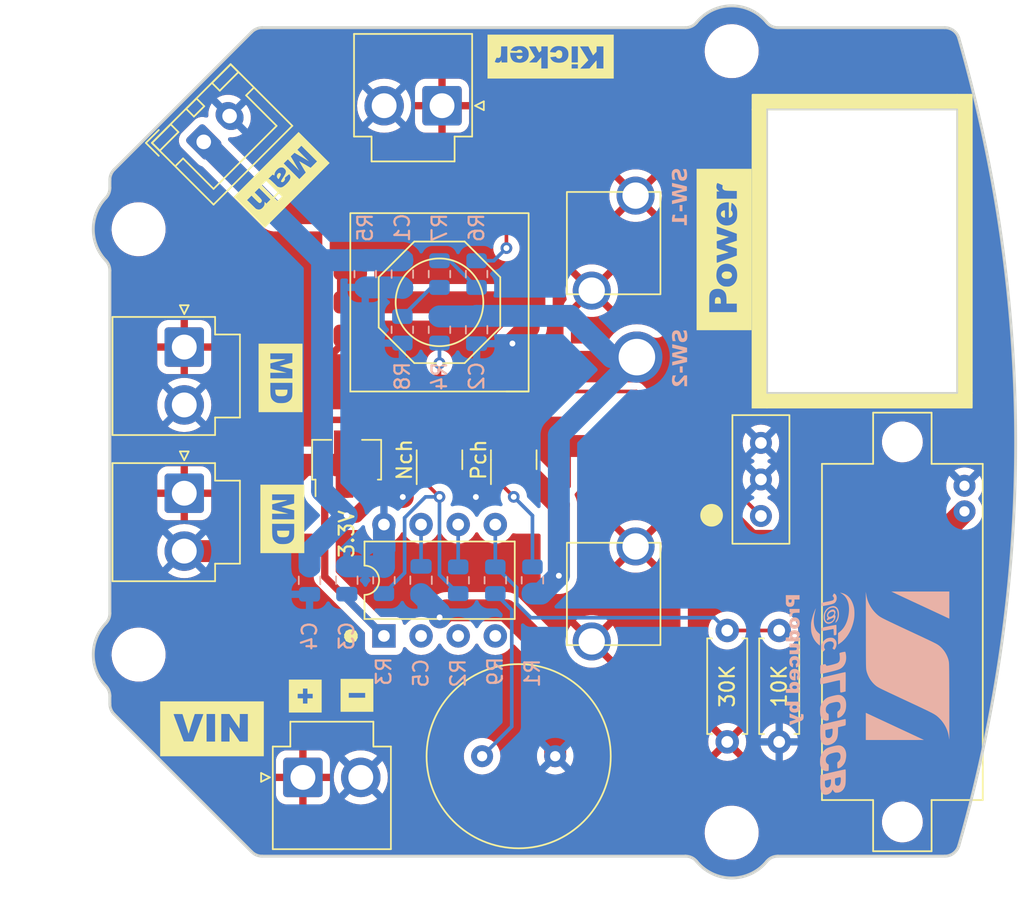
<source format=kicad_pcb>
(kicad_pcb (version 20221018) (generator pcbnew)
  (layers (0 "F.Cu" signal) (31 "B.Cu" signal) (34 "B.Paste" user) (35 "F.Paste" user) (36 "B.SilkS" user "B.Silkscreen") (37 "F.SilkS" user "F.Silkscreen") (38 "B.Mask" user) (39 "F.Mask" user) (44 "Edge.Cuts" user))
  (net 0 "")
  (net 1 "Vin")
  (net 2 "GND")
  (net 3 "+5V")
  (net 4 "V_raw")
  (net 5 "V_raw2")
  (net 6 "Net-(SW2A-A)")
  (net 7 "Net-(Q1-G)")
  (net 8 "Net-(SW1A-A)")
  (net 9 "Net-(U1-Trim)")
  (net 10 "Net-(BZ1--)")
  (net 11 "V_control")
  (net 12 "Net-(U2-Vout)")
  (net 13 "Net-(U3-GP2)")
  (net 14 "Net-(Q2-G)")
  (net 15 "Net-(R6-Pad2)")
  (net 16 "Net-(R7-Pad1)")
  (net 17 "Net-(U3-GP0)")
  (footprint "Package_TO_SOT_SMD:SOT-89-3" (layer "F.Cu") (at 71.745 105.42 90)
    (fp_text reference "3.3V")
    (fp_text value "~")
  )
  (footprint "@2023_PowerSupply:JST_VH_B2P-VH-B_1x02_P3.96mm_Vertical" (layer "F.Cu") (at 78.26918 81.202264 180)
    (fp_text reference "J5" hide)
    (fp_text value "Conn_01x02_Pin")
  )
  (footprint "@2023_PowerSupply:VoltMeter" (layer "F.Cu") (at 109.76168 117.202264 90)
    (fp_text reference "MES1" hide)
    (fp_text value "Voltmeter_DC")
  )
  (footprint "MountingHole:MountingHole_3.2mm_M3" (layer "F.Cu") (at 57.51168 89.652264)
    (fp_text reference "REF**" hide)
    (fp_text value "MountingHole_3.2mm_M3")
  )
  (footprint "@2023_PowerSupply:JST_VH_B2P-VH-B_1x02_P3.96mm_Vertical" (layer "F.Cu") (at 60.635 107.7125 -90)
    (fp_text reference "J2" hide)
    (fp_text value "Conn_01x02_Pin")
  )
  (footprint "Resistor_THT:R_Axial_DIN0207_L6.3mm_D2.5mm_P7.62mm_Horizontal" (layer "F.Cu") (at 101.336 117.104 -90)
    (fp_text reference "10K")
    (fp_text value "10K")
  )
  (footprint "@2023_PowerSupply:PKM13EPYH4000-A0" (layer "F.Cu") (at 83.51168 125.702264)
    (fp_text reference "BZ1" hide)
    (fp_text value "Buzzer")
  )
  (footprint "@2023_PowerSupply:OKL-T6-W12N-C" (layer "F.Cu") (at 78.095 94.652264 90)
    (fp_text reference "U1" hide)
    (fp_text value "~")
  )
  (footprint "@2023_PowerSupply:RA1113112R" (layer "F.Cu") (at 107.01168 91.152264 90)
    (fp_text reference "SW1" hide)
    (fp_text value "Locker")
    (fp_rect (start 9.7 -6.5) (end -9.7 6.5) (stroke (width 0.12)) (fill none) (layer "Edge.Cuts"))
  )
  (footprint "@2023_PowerSupply:JST_VH_B2P-VH-B_1x02_P3.96mm_Vertical" (layer "F.Cu") (at 60.635 97.7125 -90)
    (fp_text reference "J4" hide)
    (fp_text value "Conn_01x02_Pin")
  )
  (footprint "MountingHole:MountingHole_3.2mm_M3" (layer "F.Cu") (at 98.085 130.934528)
    (fp_text reference "REF**" hide)
    (fp_text value "MountingHole_3.2mm_M3")
  )
  (footprint "@2023_PowerSupply:Fuse" (layer "F.Cu") (at 90.01168 102.602264 90)
    (fp_text reference "F1" hide)
    (fp_text value "Fuse")
  )
  (footprint "Resistor_THT:R_Axial_DIN0207_L6.3mm_D2.5mm_P7.62mm_Horizontal" (layer "F.Cu") (at 97.78 124.724 90)
    (fp_text reference "30K")
    (fp_text value "30K")
  )
  (footprint "@2023_PowerSupply:N" (layer "F.Cu") (at 78.095 105.42 90)
    (fp_text reference "Nch")
    (fp_text value "NMOS")
  )
  (footprint "MountingHole:MountingHole_3.2mm_M3" (layer "F.Cu") (at 98.085 77.47)
    (fp_text reference "REF**" hide)
    (fp_text value "MountingHole_3.2mm_M3")
  )
  (footprint "@2023_PowerSupply:SS12D01G4" (layer "F.Cu") (at 100.085 106.77 90)
    (fp_text reference "SW2" hide)
    (fp_text value "SW_DPDT_x2")
  )
  (footprint "Connector_JST:JST_XH_B2B-XH-A_1x02_P2.50mm_Vertical" (layer "F.Cu") (at 61.967586 83.676079 45)
    (fp_text reference "J3" hide)
    (fp_text value "Conn_01x02_Pin")
  )
  (footprint "@2023_PowerSupply:JST_VH_B2P-VH-B_1x02_P3.96mm_Vertical" (layer "F.Cu") (at 68.75168 127.152264)
    (fp_text reference "J1" hide)
    (fp_text value "Conn_01x02_Pin")
  )
  (footprint "MountingHole:MountingHole_3.2mm_M3" (layer "F.Cu") (at 57.51168 118.752264)
    (fp_text reference "REF**" hide)
    (fp_text value "MountingHole_3.2mm_M3")
  )
  (footprint "Package_DIP:DIP-8_W7.62mm" (layer "F.Cu") (at 74.295 117.475 90)
    (fp_text reference "●")
    (fp_text value "PIC12F683-IP")
  )
  (footprint "@2023_PowerSupply:P" (layer "F.Cu") (at 83.175 105.42 90)
    (fp_text reference "Pch")
    (fp_text value "PMOS")
  )
  (footprint "Capacitor_SMD:C_0805_2012Metric" (layer "B.Cu") (at 76.835 113.665 -90)
    (fp_text reference "C5")
    (fp_text value "0.1µF")
  )
  (footprint "Resistor_SMD:R_0805_2012Metric" (layer "B.Cu") (at 78.095 92.72 90)
    (fp_text reference "R7")
    (fp_text value "330")
  )
  (footprint "Capacitor_SMD:C_0805_2012Metric" (layer "B.Cu") (at 69.205 113.675 -90)
    (fp_text reference "C4")
    (fp_text value "1.0µF")
  )
  (footprint "Capacitor_SMD:C_0805_2012Metric" (layer "B.Cu") (at 71.755 113.665 -90)
    (fp_text reference "C3")
    (fp_text value "2.2µF")
  )
  (footprint "Resistor_SMD:R_0805_2012Metric" (layer "B.Cu") (at 75.555 96.53 -90)
    (fp_text reference "R8")
    (fp_text value "10")
  )
  (footprint "Resistor_SMD:R_0805_2012Metric" (layer "B.Cu") (at 78.095 96.53 -90)
    (fp_text reference "R4")
    (fp_text value "20k")
  )
  (footprint "Capacitor_SMD:C_0805_2012Metric" (layer "B.Cu") (at 80.635 96.53 -90)
    (fp_text reference "C2")
    (fp_text value "22µF")
  )
  (footprint "Resistor_SMD:R_0805_2012Metric" (layer "B.Cu") (at 84.455 113.665 90)
    (fp_text reference "R1")
    (fp_text value "10K")
  )
  (footprint "Resistor_SMD:R_0805_2012Metric" (layer "B.Cu") (at 79.375 113.665 90)
    (fp_text reference "R2")
    (fp_text value "100")
  )
  (footprint "Resistor_SMD:R_0805_2012Metric" (layer "B.Cu") (at 74.295 113.665 90)
    (fp_text reference "R3")
    (fp_text value "10K")
  )
  (footprint "Capacitor_SMD:C_0805_2012Metric" (layer "B.Cu") (at 75.555 92.72 -90)
    (fp_text reference "C1")
    (fp_text value "10µF")
  )
  (footprint "Resistor_SMD:R_0805_2012Metric" (layer "B.Cu") (at 81.915 113.665 -90)
    (fp_text reference "R9")
    (fp_text value "1K")
  )
  (footprint "Resistor_SMD:R_0805_2012Metric" (layer "B.Cu") (at 73.015 92.72 90)
    (fp_text reference "R5")
    (fp_text value "1.2k")
  )
  (footprint "Resistor_SMD:R_0805_2012Metric" (layer "B.Cu") (at 80.635 92.72 -90)
    (fp_text reference "R6")
    (fp_text value "1k")
  )
  (gr_poly (pts (xy 104.144255 124.008973) (xy 104.146346 124.180797) (xy 104.150235 124.338958) (xy 104.15582 124.464914) (xy 104.162996 124.540124) (xy 104.167411 124.562677) (xy 104.17268 124.585282) (xy 104.178751 124.607825) (xy 104.185568 124.630193) (xy 104.193078 124.65227) (xy 104.201226 124.673945) (xy 104.209958 124.695103) (xy 104.21922 124.715631) (xy 104.228957 124.735414) (xy 104.239116 124.75434) (xy 104.249641 124.772294) (xy 104.260479 124.789163) (xy 104.271575 124.804833) (xy 104.282875 124.819191) (xy 104.294325 124.832122) (xy 104.305871 124.843513) (xy 104.318496 124.854353) (xy 104.332457 124.865) (xy 104.347601 124.875383) (xy 104.363776 124.885433) (xy 104.38083 124.895079) (xy 104.39861 124.904253) (xy 104.416963 124.912884) (xy 104.435738 124.920903) (xy 104.454781 124.92824) (xy 104.47394 124.934825) (xy 104.493064 124.940588) (xy 104.511998 124.94546) (xy 104.530592 124.94937) (xy 104.548692 124.95225) (xy 104.566146 124.954029) (xy 104.582802 124.954638) (xy 104.618906 124.953417) (xy 104.656251 124.949832) (xy 104.694547 124.943999) (xy 104.733504 124.936034) (xy 104.772833 124.926054) (xy 104.812245 124.914175) (xy 104.85145 124.900513) (xy 104.890159 124.885184) (xy 104.928083 124.868306) (xy 104.964932 124.849993) (xy 105.000416 124.830362) (xy 105.034247 124.80953) (xy 105.066135 124.787613) (xy 105.09579 124.764727) (xy 105.122924 124.740988) (xy 105.147246 124.716513) (xy 105.174932 124.684858) (xy 105.200476 124.651955) (xy 105.223928 124.617631) (xy 105.245335 124.581713) (xy 105.264748 124.544028) (xy 105.282215 124.504402) (xy 105.297785 124.462662) (xy 105.311508 124.418636) (xy 105.323433 124.37215) (xy 105.333609 124.323031) (xy 105.342084 124.271106) (xy 105.348908 124.216202) (xy 105.354131 124.158146) (xy 105.3578 124.096764) (xy 105.359966 124.031884) (xy 105.360677 123.963332) (xy 105.360677 123.723443) (xy 105.60233 123.665236) (xy 105.651753 123.653877) (xy 105.698737 123.642498) (xy 105.742166 123.631408) (xy 105.780923 123.620917) (xy 105.813893 123.611336) (xy 105.839959 123.602975) (xy 105.850054 123.599349) (xy 105.858004 123.596144) (xy 105.86367 123.593398) (xy 105.866913 123.591152) (xy 105.869787 123.588502) (xy 105.872456 123.584503) (xy 105.874924 123.57913) (xy 105.877193 123.572356) (xy 105.879266 123.564156) (xy 105.881145 123.554503) (xy 105.884331 123.530739) (xy 105.886774 123.500856) (xy 105.888493 123.464648) (xy 105.889509 123.421909) (xy 105.889844 123.37243) (xy 105.889779 123.342535) (xy 105.889571 123.315586) (xy 105.889204 123.291427) (xy 105.888658 123.269904) (xy 105.887916 123.250861) (xy 105.88696 123.234144) (xy 105.886396 123.226609) (xy 105.885771 123.219597) (xy 105.885084 123.213089) (xy 105.884331 123.207065) (xy 105.883512 123.201507) (xy 105.882623 123.196394) (xy 105.881662 123.191708) (xy 105.880628 123.187428) (xy 105.879517 123.183536) (xy 105.878328 123.180013) (xy 105.877058 123.176838) (xy 105.875705 123.173992) (xy 105.874266 123.171457) (xy 105.872741 123.169212) (xy 105.871125 123.167239) (xy 105.869417 123.165518) (xy 105.867615 123.164029) (xy 105.865717 123.162753) (xy 105.86372 123.161671) (xy 105.861621 123.160763) (xy 105.782904 123.174196) (xy 105.590396 123.215306) (xy 105.014734 123.345751) (xy 104.945281 123.362162) (xy 104.945281 123.82076) (xy 104.95161 123.820792) (xy 104.95738 123.821346) (xy 104.962613 123.822462) (xy 104.96733 123.824181) (xy 104.97155 123.826543) (xy 104.975295 123.829585) (xy 104.978585 123.83335) (xy 104.981441 123.837876) (xy 104.983883 123.843202) (xy 104.985933 123.84937) (xy 104.987611 123.856418) (xy 104.988937 123.864386) (xy 104.990618 123.883241) (xy 104.991142 123.906254) (xy 104.990674 123.933742) (xy 104.989378 123.966023) (xy 104.984968 124.046235) (xy 104.982516 124.083976) (xy 104.979732 124.118631) (xy 104.976535 124.150423) (xy 104.972842 124.179574) (xy 104.96857 124.206307) (xy 104.963636 124.230844) (xy 104.960896 124.242358) (xy 104.957959 124.253407) (xy 104.954815 124.264017) (xy 104.951455 124.274218) (xy 104.947866 124.284036) (xy 104.944041 124.293499) (xy 104.939967 124.302636) (xy 104.935635 124.311473) (xy 104.931034 124.320039) (xy 104.926154 124.328362) (xy 104.920984 124.336468) (xy 104.915515 124.344387) (xy 104.909736 124.352146) (xy 104.903637 124.359772) (xy 104.897206 124.367294) (xy 104.890435 124.374738) (xy 104.875828 124.389508) (xy 104.859732 124.404304) (xy 104.849813 124.412786) (xy 104.840485 124.420403) (xy 104.831637 124.427198) (xy 104.823159 124.433215) (xy 104.81494 124.438499) (xy 104.806867 124.443093) (xy 104.798831 124.44704) (xy 104.79072 124.450386) (xy 104.782423 124.453173) (xy 104.773829 124.455447) (xy 104.764826 124.45725) (xy 104.755305 124.458627) (xy 104.745152 124.459621) (xy 104.734259 124.460277) (xy 104.722512 124.460638) (xy 104.709802 124.460749) (xy 104.700004 124.460614) (xy 104.690453 124.460211) (xy 104.681148 124.45954) (xy 104.672088 124.458599) (xy 104.663273 124.45739) (xy 104.6547 124.455912) (xy 104.64637 124.454165) (xy 104.638282 124.45215) (xy 104.630433 124.449866) (xy 104.622824 124.447313) (xy 104.615453 124.444492) (xy 104.60832 124.441401) (xy 104.601423 124.438042) (xy 104.594761 124.434415) (xy 104.588334 124.430518) (xy 104.58214 124.426353) (xy 104.576179 124.421919) (xy 104.57045 124.417217) (xy 104.564951 124.412246) (xy 104.559682 124.407006) (xy 104.554641 124.401497) (xy 104.549828 124.39572) (xy 104.545242 124.389673) (xy 104.540882 124.383359) (xy 104.536746 124.376775) (xy 104.532835 124.369923) (xy 104.529146 124.362802) (xy 104.525679 124.355412) (xy 104.522433 124.347753) (xy 104.519406 124.339826) (xy 104.516599 124.33163) (xy 104.51401 124.323166) (xy 104.51072 124.306791) (xy 104.507533 124.284774) (xy 104.504553 124.258084) (xy 104.501883 124.227695) (xy 104.499627 124.194578) (xy 104.497887 124.159703) (xy 104.496767 124.124043) (xy 104.496371 124.088569) (xy 104.496371 123.917471) (xy 104.632191 123.887485) (xy 104.693734 123.874256) (xy 104.759411 123.859704) (xy 104.872079 123.834568) (xy 104.913972 123.82507) (xy 104.930867 123.822108) (xy 104.945281 123.82076) (xy 104.945281 123.362162) (xy 104.436096 123.48248) (xy 104.239867 123.531445) (xy 104.155941 123.555874) (xy 104.15259 123.567684) (xy 104.149805 123.596936) (xy 104.145881 123.698501) (xy 104.144065 123.842027)) (fill solid) (layer "B.SilkS"))
  (gr_poly (pts (xy 104.141609 120.575784) (xy 104.142424 120.613885) (xy 104.144038 120.650735) (xy 104.146442 120.68525) (xy 104.149629 120.716344) (xy 104.153592 120.742931) (xy 104.158321 120.763927) (xy 104.160971 120.771989) (xy 104.163811 120.778247) (xy 104.166838 120.782564) (xy 104.170052 120.784805) (xy 104.187556 120.783823) (xy 104.227737 120.77728) (xy 104.365623 120.749747) (xy 104.56271 120.70667) (xy 104.797996 120.652513) (xy 105.035846 120.596757) (xy 105.142595 120.572611) (xy 105.237646 120.551751) (xy 105.318309 120.534777) (xy 105.381899 120.522288) (xy 105.425727 120.514885) (xy 105.439391 120.513277) (xy 105.447107 120.513166) (xy 105.492969 120.518457) (xy 105.49826 120.917096) (xy 105.49969 121.024122) (xy 105.50143 121.112171) (xy 105.502461 121.14961) (xy 105.503624 121.182941) (xy 105.504937 121.212375) (xy 105.506418 121.238124) (xy 105.508085 121.260401) (xy 105.509956 121.279417) (xy 105.51205 121.295384) (xy 105.514383 121.308514) (xy 105.515646 121.314081) (xy 105.516975 121.319019) (xy 105.518374 121.323353) (xy 105.519844 121.327111) (xy 105.521387 121.330318) (xy 105.523007 121.333001) (xy 105.524704 121.335187) (xy 105.526482 121.336902) (xy 105.530152 121.339629) (xy 105.534592 121.341856) (xy 105.539869 121.343576) (xy 105.54605 121.344784) (xy 105.553203 121.345476) (xy 105.561395 121.345645) (xy 105.570692 121.345288) (xy 105.581163 121.344398) (xy 105.592874 121.342971) (xy 105.605892 121.341001) (xy 105.636119 121.335414) (xy 105.672382 121.327593) (xy 105.715219 121.317499) (xy 105.881024 121.276929) (xy 105.886316 120.618999) (xy 105.887291 120.434731) (xy 105.887501 120.286864) (xy 105.887287 120.225399) (xy 105.886843 120.171615) (xy 105.886156 120.125041) (xy 105.885213 120.085202) (xy 105.884002 120.051626) (xy 105.882509 120.023841) (xy 105.880721 120.001374) (xy 105.878626 119.983751) (xy 105.877459 119.976608) (xy 105.876211 119.9705) (xy 105.874879 119.965366) (xy 105.873462 119.961147) (xy 105.871959 119.957786) (xy 105.870367 119.955221) (xy 105.868686 119.953396) (xy 105.866913 119.952249) (xy 105.862032 119.951827) (xy 105.85284 119.952511) (xy 105.822457 119.956989) (xy 105.777647 119.965271) (xy 105.72029 119.976943) (xy 105.575458 120.008804) (xy 105.40301 120.049263) (xy 104.575746 120.246818) (xy 104.497315 120.265263) (xy 104.423225 120.283254) (xy 104.355171 120.300334) (xy 104.294847 120.316051) (xy 104.243949 120.329949) (xy 104.204172 120.341573) (xy 104.177211 120.350468) (xy 104.169066 120.35375) (xy 104.16476 120.35618) (xy 104.161727 120.359702) (xy 104.158909 120.365218) (xy 104.153918 120.381687) (xy 104.14978 120.404502) (xy 104.146487 120.432578) (xy 104.144031 120.464829) (xy 104.142405 120.500171) (xy 104.1416 120.537517)) (fill solid) (layer "B.SilkS"))
  (gr_poly (pts (xy 102.731233 117.841343) (xy 102.731233 117.594398) (xy 102.631574 117.594398) (xy 102.673025 117.550301) (xy 102.685656 117.53617) (xy 102.697094 117.521879) (xy 102.707347 117.507412) (xy 102.716419 117.492754) (xy 102.724319 117.47789) (xy 102.731052 117.462803) (xy 102.736626 117.447478) (xy 102.741045 117.4319) (xy 102.744317 117.416054) (xy 102.746449 117.399923) (xy 102.747446 117.383493) (xy 102.747315 117.366747) (xy 102.746063 117.34967) (xy 102.743696 117.332248) (xy 102.740221 117.314463) (xy 102.735643 117.296302) (xy 102.731352 117.282751) (xy 102.726267 117.269557) (xy 102.720407 117.25673) (xy 102.713796 117.244281) (xy 102.706454 117.232219) (xy 102.698403 117.220554) (xy 102.689664 117.209298) (xy 102.68026 117.198461) (xy 102.659538 117.178083) (xy 102.636409 117.159504) (xy 102.611045 117.142805) (xy 102.583618 117.128071) (xy 102.5543 117.115382) (xy 102.523262 117.104823) (xy 102.490676 117.096476) (xy 102.456714 117.090423) (xy 102.421549 117.086747) (xy 102.38959 117.085673) (xy 102.38959 117.346903) (xy 102.409413 117.347641) (xy 102.428928 117.349771) (xy 102.447856 117.353288) (xy 102.46592 117.358189) (xy 102.474541 117.361157) (xy 102.482841 117.36447) (xy 102.490787 117.368126) (xy 102.498343 117.372126) (xy 102.505475 117.376469) (xy 102.512147 117.381155) (xy 102.518326 117.386182) (xy 102.523976 117.391552) (xy 102.528258 117.396272) (xy 102.532176 117.401164) (xy 102.535732 117.406213) (xy 102.53893 117.411404) (xy 102.541772 117.416722) (xy 102.54426 117.422152) (xy 102.546398 117.427681) (xy 102.548189 117.433292) (xy 102.549634 117.438972) (xy 102.550737 117.444706) (xy 102.551501 117.450479) (xy 102.551928 117.456276) (xy 102.552021 117.462083) (xy 102.551783 117.467885) (xy 102.551217 117.473667) (xy 102.550324 117.479415) (xy 102.549109 117.485114) (xy 102.547574 117.490749) (xy 102.545721 117.496305) (xy 102.543553 117.501769) (xy 102.541073 117.507124) (xy 102.538284 117.512357) (xy 102.535189 117.517453) (xy 102.53179 117.522396) (xy 102.52809 117.527173) (xy 102.524091 117.531769) (xy 102.519797 117.536168) (xy 102.51521 117.540357) (xy 102.510333 117.544321) (xy 102.505169 117.548044) (xy 102.499721 117.551512) (xy 102.49399 117.554711) (xy 102.486372 117.558202) (xy 102.477819 117.561393) (xy 102.468449 117.564271) (xy 102.458382 117.566824) (xy 102.447736 117.569042) (xy 102.436629 117.570912) (xy 102.425182 117.572423) (xy 102.413513 117.573563) (xy 102.40174 117.57432) (xy 102.389983 117.574684) (xy 102.37836 117.574642) (xy 102.36699 117.574183) (xy 102.355993 117.573294) (xy 102.345486 117.571966) (xy 102.335589 117.570185) (xy 102.326421 117.56794) (xy 102.322054 117.566661) (xy 102.317569 117.56515) (xy 102.312993 117.563421) (xy 102.308355 117.561491) (xy 102.30368 117.559375) (xy 102.298996 117.557088) (xy 102.29433 117.554646) (xy 102.28971 117.552065) (xy 102.285162 117.54936) (xy 102.280713 117.546546) (xy 102.276391 117.543639) (xy 102.272223 117.540655) (xy 102.268235 117.537609) (xy 102.264456 117.534516) (xy 102.260911 117.531392) (xy 102.257629 117.528253) (xy 102.253233 117.523778) (xy 102.249289 117.519578) (xy 102.245773 117.515595) (xy 102.242664 117.511771) (xy 102.239937 117.508052) (xy 102.237568 117.504378) (xy 102.235536 117.500695) (xy 102.233817 117.496944) (xy 102.232387 117.493069) (xy 102.231223 117.489013) (xy 102.230301 117.48472) (xy 102.2296 117.480132) (xy 102.229095 117.475192) (xy 102.228763 117.469845) (xy 102.228581 117.464032) (xy 102.228525 117.457697) (xy 102.22858 117.451654) (xy 102.228754 117.446065) (xy 102.229066 117.440886) (xy 102.229531 117.436076) (xy 102.230167 117.431591) (xy 102.23099 117.427389) (xy 102.232017 117.423428) (xy 102.232613 117.421523) (xy 102.233266 117.419664) (xy 102.233978 117.417842) (xy 102.234751 117.416055) (xy 102.235589 117.414295) (xy 102.236492 117.412558) (xy 102.237463 117.410839) (xy 102.238504 117.409131) (xy 102.240803 117.405732) (xy 102.243408 117.402316) (xy 102.246334 117.398843) (xy 102.249599 117.395269) (xy 102.25322 117.391552) (xy 102.25911 117.386107) (xy 102.265514 117.381019) (xy 102.272395 117.376287) (xy 102.279721 117.371909) (xy 102.287455 117.367886) (xy 102.295564 117.364218) (xy 102.304012 117.360903) (xy 102.312764 117.357941) (xy 102.331045 117.353075) (xy 102.350128 117.349616) (xy 102.369736 117.34756) (xy 102.38959 117.346903) (xy 102.38959 117.085673) (xy 102.385351 117.085531) (xy 102.348293 117.086857) (xy 102.310546 117.090808) (xy 102.293044 117.093497) (xy 102.276243 117.096608) (xy 102.260119 117.100151) (xy 102.244648 117.104134) (xy 102.229808 117.108567) (xy 102.215575 117.113458) (xy 102.201926 117.118817) (xy 102.188838 117.124653) (xy 102.176287 117.130974) (xy 102.16425 117.137791) (xy 102.152704 117.145111) (xy 102.141626 117.152944) (xy 102.130992 117.161299) (xy 102.12078 117.170185) (xy 102.110965 117.179611) (xy 102.101525 117.189586) (xy 102.092778 117.19967) (xy 102.084718 117.209776) (xy 102.077327 117.219947) (xy 102.070588 117.230225) (xy 102.064485 117.240652) (xy 102.059 117.251272) (xy 102.054118 117.262128) (xy 102.049821 117.273261) (xy 102.046092 117.284714) (xy 102.042915 117.296531) (xy 102.040273 117.308753) (xy 102.038149 117.321423) (xy 102.036526 117.334584) (xy 102.035388 117.348279) (xy 102.034717 117.36255) (xy 102.034497 117.37744) (xy 102.034809 117.390375) (xy 102.035422 117.402746) (xy 102.036348 117.414587) (xy 102.037598 117.425933) (xy 102.039184 117.43682) (xy 102.041117 117.447281) (xy 102.043409 117.457352) (xy 102.046073 117.467068) (xy 102.049118 117.476463) (xy 102.052558 117.485573) (xy 102.056404 117.494432) (xy 102.060666 117.503076) (xy 102.065358 117.511539) (xy 102.07049 117.519855) (xy 102.076074 117.528061) (xy 102.082122 117.53619) (xy 102.086653 117.542409) (xy 102.090914 117.5484) (xy 102.094804 117.554019) (xy 102.098218 117.559121) (xy 102.101053 117.563562) (xy 102.102221 117.565489) (xy 102.103206 117.567196) (xy 102.103995 117.568666) (xy 102.104574 117.56988) (xy 102.104931 117.57082) (xy 102.105022 117.571182) (xy 102.105053 117.571468) (xy 102.104229 117.571963) (xy 102.101813 117.572455) (xy 102.092526 117.573411) (xy 102.077845 117.574305) (xy 102.05842 117.575106) (xy 102.007942 117.576305) (xy 101.946303 117.57676) (xy 101.787553 117.57676) (xy 101.787553 117.841343)) (fill solid) (layer "B.SilkS"))
  (gr_poly (pts (xy 102.259393 118.264676) (xy 102.306842 118.264728) (xy 102.348561 118.264964) (xy 102.384918 118.265508) (xy 102.416283 118.266482) (xy 102.430208 118.267168) (xy 102.443022 118.268008) (xy 102.454772 118.269018) (xy 102.465505 118.270211) (xy 102.475265 118.271604) (xy 102.484098 118.273212) (xy 102.492052 118.27505) (xy 102.499172 118.277134) (xy 102.505503 118.279479) (xy 102.511093 118.2821) (xy 102.515986 118.285013) (xy 102.52023 118.288232) (xy 102.523869 118.291774) (xy 102.526951 118.295654) (xy 102.529521 118.299887) (xy 102.531625 118.304488) (xy 102.533308 118.309473) (xy 102.534619 118.314857) (xy 102.535601 118.320655) (xy 102.536301 118.326883) (xy 102.536766 118.333556) (xy 102.537041 118.340689) (xy 102.537206 118.356399) (xy 102.537123 118.360662) (xy 102.536876 118.364851) (xy 102.536467 118.368966) (xy 102.535895 118.373004) (xy 102.535162 118.376965) (xy 102.53427 118.380847) (xy 102.533219 118.384649) (xy 102.53201 118.388369) (xy 102.530646 118.392007) (xy 102.529126 118.395561) (xy 102.527452 118.399029) (xy 102.525625 118.402411) (xy 102.523646 118.405706) (xy 102.521517 118.408911) (xy 102.519238 118.412025) (xy 102.516811 118.415048) (xy 102.514236 118.417978) (xy 102.511515 118.420813) (xy 102.50865 118.423553) (xy 102.50564 118.426196) (xy 102.502487 118.428741) (xy 102.499193 118.431187) (xy 102.495759 118.433531) (xy 102.492185 118.435774) (xy 102.488473 118.437913) (xy 102.484624 118.439947) (xy 102.476518 118.443697) (xy 102.467878 118.447013) (xy 102.458712 118.449885) (xy 102.448363 118.45153) (xy 102.431152 118.453123) (xy 102.407987 118.454613) (xy 102.379778 118.455948) (xy 102.311869 118.457946) (xy 102.234699 118.458704) (xy 102.043317 118.458704) (xy 102.043317 118.723288) (xy 102.731233 118.723288) (xy 102.731233 118.476343) (xy 102.621872 118.476343) (xy 102.662442 118.434891) (xy 102.672945 118.423701) (xy 102.68264 118.412586) (xy 102.691545 118.4015) (xy 102.699676 118.390395) (xy 102.707054 118.379222) (xy 102.713694 118.367934) (xy 102.719617 118.356484) (xy 102.724839 118.344823) (xy 102.729379 118.332904) (xy 102.733256 118.320678) (xy 102.736486 118.308098) (xy 102.739088 118.295117) (xy 102.741081 118.281686) (xy 102.742482 118.267758) (xy 102.743309 118.253284) (xy 102.743581 118.238218) (xy 102.743497 118.222991) (xy 102.74291 118.208385) (xy 102.741815 118.194382) (xy 102.740204 118.180961) (xy 102.738072 118.168103) (xy 102.73541 118.155789) (xy 102.732215 118.144) (xy 102.728477 118.132715) (xy 102.724192 118.121917) (xy 102.719353 118.111585) (xy 102.713953 118.1017) (xy 102.707986 118.092243) (xy 102.701445 118.083193) (xy 102.694324 118.074533) (xy 102.686617 118.066242) (xy 102.678317 118.058301) (xy 102.667459 118.048927) (xy 102.656773 118.040607) (xy 102.645852 118.03328) (xy 102.634288 118.026882) (xy 102.621676 118.021353) (xy 102.607608 118.01663) (xy 102.591677 118.01265) (xy 102.573476 118.009353) (xy 102.552598 118.006677) (xy 102.528636 118.004558) (xy 102.469833 118.001747) (xy 102.393812 118.000424) (xy 102.297317 118.000093) (xy 102.043317 118.000093) (xy 102.043317 118.264676)) (fill solid) (layer "B.SilkS"))
  (gr_poly (pts (xy 104.230685 117.030367) (xy 104.231665 117.048894) (xy 104.233438 117.066795) (xy 104.235991 117.083612) (xy 104.239312 117.098883) (xy 104.243387 117.112149) (xy 104.245704 117.117887) (xy 104.248204 117.12295) (xy 104.250886 117.127283) (xy 104.253749 117.130827) (xy 104.256791 117.133524) (xy 104.26001 117.135318) (xy 104.264524 117.135923) (xy 104.27264 117.135773) (xy 104.298871 117.133334) (xy 104.337091 117.128249) (xy 104.385687 117.120766) (xy 104.507561 117.0996) (xy 104.651593 117.071818) (xy 104.915515 117.021107) (xy 105.000595 117.005342) (xy 105.025989 117.001015) (xy 105.037885 116.999499) (xy 105.04076 117.000211) (xy 105.043435 117.002382) (xy 105.04592 117.006068) (xy 105.04822 117.011322) (xy 105.050346 117.018199) (xy 105.052303 117.026753) (xy 105.055745 117.049108) (xy 105.058607 117.078822) (xy 105.060954 117.116329) (xy 105.062845 117.162063) (xy 105.064343 117.216457) (xy 105.069635 117.431652) (xy 105.122552 117.428124) (xy 105.169257 117.425092) (xy 105.187815 117.423287) (xy 105.203498 117.420407) (xy 105.216545 117.41579) (xy 105.222155 117.412624) (xy 105.227197 117.408776) (xy 105.231699 117.404163) (xy 105.235694 117.398703) (xy 105.239209 117.392312) (xy 105.242276 117.384909) (xy 105.247184 117.366732) (xy 105.250658 117.343512) (xy 105.252938 117.314587) (xy 105.254265 117.279296) (xy 105.255019 117.186967) (xy 105.254844 117.061235) (xy 105.254798 117.006794) (xy 105.254644 116.958337) (xy 105.254355 116.915523) (xy 105.253906 116.878011) (xy 105.253272 116.84546) (xy 105.252876 116.830938) (xy 105.252425 116.817529) (xy 105.251914 116.805189) (xy 105.251341 116.793877) (xy 105.250701 116.783548) (xy 105.249993 116.774162) (xy 105.249212 116.765675) (xy 105.248356 116.758044) (xy 105.24742 116.751227) (xy 105.246403 116.745182) (xy 105.2453 116.739865) (xy 105.244109 116.735234) (xy 105.242827 116.731247) (xy 105.24215 116.729481) (xy 105.241449 116.72786) (xy 105.240723 116.726379) (xy 105.239973 116.725031) (xy 105.239197 116.723813) (xy 105.238396 116.722718) (xy 105.237568 116.721742) (xy 105.236714 116.720878) (xy 105.235833 116.720122) (xy 105.234924 116.719468) (xy 105.233988 116.718911) (xy 105.233023 116.718445) (xy 105.23203 116.718066) (xy 105.231008 116.717768) (xy 105.229956 116.717545) (xy 105.228875 116.717392) (xy 105.226621 116.717277) (xy 105.167927 116.725114) (xy 105.051417 116.745912) (xy 104.724574 116.810101) (xy 104.405338 116.877267) (xy 104.298337 116.901786) (xy 104.252955 116.914832) (xy 104.249926 116.917908) (xy 104.247123 116.921804) (xy 104.244545 116.926464) (xy 104.242189 116.93183) (xy 104.240053 116.937845) (xy 104.238138 116.944451) (xy 104.234957 116.959205) (xy 104.232635 116.975634) (xy 104.231157 116.993277) (xy 104.230512 117.011675)) (fill solid) (layer "B.SilkS"))
  (gr_poly (pts (xy 104.145175 127.566086) (xy 104.148251 127.712065) (xy 104.153023 127.829642) (xy 104.159468 127.902096) (xy 104.169196 127.95563) (xy 104.179908 128.005174) (xy 104.19168 128.050831) (xy 104.197986 128.072235) (xy 104.204585 128.092707) (xy 104.211487 128.112258) (xy 104.2187 128.130902) (xy 104.226235 128.148653) (xy 104.2341 128.165522) (xy 104.242304 128.181523) (xy 104.250858 128.196669) (xy 104.25977 128.210973) (xy 104.26905 128.224447) (xy 104.278707 128.237105) (xy 104.288751 128.248959) (xy 104.299191 128.260022) (xy 104.310036 128.270308) (xy 104.321296 128.279829) (xy 104.33298 128.288598) (xy 104.345098 128.296628) (xy 104.357658 128.303932) (xy 104.37067 128.310523) (xy 104.384144 128.316413) (xy 104.398089 128.321617) (xy 104.412514 128.326146) (xy 104.427429 128.330013) (xy 104.442843 128.333232) (xy 104.458765 128.335815) (xy 104.475204 128.337776) (xy 104.493286 128.339029) (xy 104.511461 128.339493) (xy 104.529699 128.339183) (xy 104.547968 128.338117) (xy 104.566239 128.336311) (xy 104.584481 128.33378) (xy 104.602662 128.330543) (xy 104.620753 128.326614) (xy 104.638722 128.322011) (xy 104.656539 128.31675) (xy 104.674174 128.310848) (xy 104.691594 128.304321) (xy 104.708771 128.297185) (xy 104.725673 128.289458) (xy 104.742269 128.281155) (xy 104.758529 128.272292) (xy 104.774422 128.262887) (xy 104.789918 128.252956) (xy 104.804985 128.242516) (xy 104.819594 128.231582) (xy 104.833712 128.220171) (xy 104.847311 128.2083) (xy 104.860358 128.195985) (xy 104.872824 128.183244) (xy 104.884677 128.170091) (xy 104.895887 128.156544) (xy 104.906424 128.142618) (xy 104.916256 128.128332) (xy 104.925353 128.113701) (xy 104.933684 128.098741) (xy 104.941219 128.083469) (xy 104.947927 128.067901) (xy 104.954123 128.053684) (xy 104.960126 128.040813) (xy 104.963046 128.034889) (xy 104.965906 128.029311) (xy 104.968704 128.024081) (xy 104.971436 128.019202) (xy 104.974098 128.014676) (xy 104.976687 128.010508) (xy 104.979199 128.0067) (xy 104.98163 128.003254) (xy 104.983978 128.000174) (xy 104.986238 127.997463) (xy 104.988406 127.995122) (xy 104.990481 127.993157) (xy 104.992457 127.991568) (xy 104.994331 127.99036) (xy 104.9961 127.989534) (xy 104.99776 127.989095) (xy 104.999308 127.989044) (xy 105.000038 127.989166) (xy 105.00074 127.989386) (xy 105.001411 127.989704) (xy 105.002052 127.990122) (xy 105.003241 127.991255) (xy 105.004304 127.992789) (xy 105.005236 127.994727) (xy 105.006035 127.99707) (xy 105.006697 127.999823) (xy 105.007217 128.002988) (xy 105.007594 128.006568) (xy 105.007822 128.010566) (xy 105.007899 128.014985) (xy 105.008286 128.018015) (xy 105.009422 128.021775) (xy 105.011271 128.026213) (xy 105.013797 128.031273) (xy 105.016964 128.036902) (xy 105.020735 128.043045) (xy 105.025075 128.049648) (xy 105.029948 128.056657) (xy 105.035316 128.064017) (xy 105.041144 128.071674) (xy 105.054036 128.087663) (xy 105.061027 128.095886) (xy 105.068333 128.104189) (xy 105.075918 128.112518) (xy 105.083746 128.120819) (xy 105.108634 128.146512) (xy 105.119279 128.156964) (xy 105.129056 128.165963) (xy 105.138213 128.173619) (xy 105.146998 128.18004) (xy 105.151329 128.182821) (xy 105.155659 128.185334) (xy 105.160021 128.187593) (xy 105.164444 128.18961) (xy 105.168961 128.1914) (xy 105.173601 128.192977) (xy 105.178397 128.194353) (xy 105.183378 128.195543) (xy 105.194024 128.197416) (xy 105.205785 128.198705) (xy 105.218911 128.199519) (xy 105.233649 128.199966) (xy 105.268954 128.200193) (xy 105.28952 128.199858) (xy 105.309872 128.198856) (xy 105.330001 128.197192) (xy 105.3499 128.194871) (xy 105.369562 128.191897) (xy 105.388978 128.188276) (xy 105.408141 128.184011) (xy 105.427043 128.179109) (xy 105.445676 128.173574) (xy 105.464033 128.167411) (xy 105.482106 128.160625) (xy 105.499886 128.15322) (xy 105.517367 128.145201) (xy 105.53454 128.136573) (xy 105.551399 128.127342) (xy 105.567934 128.117511) (xy 105.584138 128.107086) (xy 105.600004 128.096072) (xy 105.615524 128.084473) (xy 105.63069 128.072294) (xy 105.645494 128.059541) (xy 105.659928 128.046217) (xy 105.673985 128.032328) (xy 105.687658 128.017879) (xy 105.700937 128.002874) (xy 105.713816 127.987319) (xy 105.726287 127.971217) (xy 105.738342 127.954575) (xy 105.749973 127.937397) (xy 105.761173 127.919687) (xy 105.771933 127.901451) (xy 105.782246 127.882693) (xy 105.813204 127.820272) (xy 105.826236 127.789346) (xy 105.837754 127.757705) (xy 105.847845 127.724669) (xy 105.856598 127.689558) (xy 105.864101 127.651692) (xy 105.870441 127.610393) (xy 105.875706 127.56498) (xy 105.879984 127.514775) (xy 105.88593 127.397266) (xy 105.888982 127.252431) (xy 105.889844 127.074833) (xy 105.889644 126.936374) (xy 105.889355 126.878682) (xy 105.888906 126.828053) (xy 105.888272 126.784019) (xy 105.887425 126.746108) (xy 105.886341 126.713851) (xy 105.885701 126.699695) (xy 105.884993 126.686777) (xy 105.884212 126.675036) (xy 105.883356 126.664416) (xy 105.88242 126.654855) (xy 105.881403 126.646297) (xy 105.8803 126.638682) (xy 105.879109 126.631951) (xy 105.877827 126.626045) (xy 105.876449 126.620906) (xy 105.874973 126.616476) (xy 105.873396 126.612694) (xy 105.871714 126.609503) (xy 105.869924 126.606844) (xy 105.868023 126.604657) (xy 105.866008 126.602884) (xy 105.863875 126.601467) (xy 105.861621 126.600346) (xy 105.782977 126.613778) (xy 105.590644 126.654889) (xy 105.491406 126.677392) (xy 105.491406 127.144008) (xy 105.495423 127.144167) (xy 105.4991 127.14454) (xy 105.502473 127.145126) (xy 105.505577 127.145925) (xy 105.507038 127.146403) (xy 105.508444 127.146933) (xy 105.511111 127.148151) (xy 105.513611 127.149577) (xy 105.51598 127.15121) (xy 105.518252 127.153048) (xy 105.52046 127.155091) (xy 105.522641 127.157336) (xy 105.524828 127.159782) (xy 105.527056 127.162429) (xy 105.531774 127.168319) (xy 105.535538 127.173793) (xy 105.538898 127.179698) (xy 105.541866 127.186135) (xy 105.544452 127.193206) (xy 105.546665 127.201011) (xy 105.548517 127.20965) (xy 105.550017 127.219224) (xy 105.551177 127.229834) (xy 105.552005 127.241582) (xy 105.552513 127.254567) (xy 105.55261 127.284653) (xy 105.551549 127.320899) (xy 105.549413 127.364111) (xy 105.546082 127.408847) (xy 105.543899 127.430047) (xy 105.541369 127.450472) (xy 105.538488 127.470128) (xy 105.535255 127.489018) (xy 105.531667 127.507145) (xy 105.527723 127.524514) (xy 105.523419 127.541129) (xy 105.518754 127.556993) (xy 105.513725 127.57211) (xy 105.50833 127.586485) (xy 105.502567 127.60012) (xy 105.496434 127.61302) (xy 105.489928 127.625189) (xy 105.483047 127.636631) (xy 105.475788 127.64735) (xy 105.46815 127.657348) (xy 105.460131 127.666631) (xy 105.451727 127.675203) (xy 105.442937 127.683066) (xy 105.433759 127.690225) (xy 105.42419 127.696684) (xy 105.414227 127.702446) (xy 105.40387 127.707516) (xy 105.393114 127.711898) (xy 105.381959 127.715595) (xy 105.370402 127.718611) (xy 105.358441 127.72095) (xy 105.346073 127.722616) (xy 105.333295 127.723612) (xy 105.320107 127.723944) (xy 105.312713 127.723779) (xy 105.305418 127.723289) (xy 105.298226 127.722477) (xy 105.291144 127.72135) (xy 105.284177 127.719911) (xy 105.277331 127.718165) (xy 105.27061 127.716118) (xy 105.264021 127.713774) (xy 105.257569 127.711138) (xy 105.251259 127.708215) (xy 105.245097 127.705009) (xy 105.239089 127.701526) (xy 105.23324 127.697771) (xy 105.227554 127.693748) (xy 105.222039 127.689461) (xy 105.216699 127.684917) (xy 105.21154 127.68012) (xy 105.206568 127.675074) (xy 105.201787 127.669785) (xy 105.197204 127.664257) (xy 105.192823 127.658495) (xy 105.188651 127.652504) (xy 105.184692 127.646289) (xy 105.180953 127.639855) (xy 105.177439 127.633207) (xy 105.174155 127.626348) (xy 105.171106 127.619285) (xy 105.168299 127.612022) (xy 105.165739 127.604564) (xy 105.163431 127.596916) (xy 105.16138 127.589082) (xy 105.159593 127.581068) (xy 105.157423 127.56707) (xy 105.155542 127.549284) (xy 105.152648 127.504725) (xy 105.150912 127.452146) (xy 105.150333 127.396301) (xy 105.150912 127.341944) (xy 105.152648 127.29383) (xy 105.155542 127.256713) (xy 105.157423 127.243763) (xy 105.159593 127.235346) (xy 105.161439 127.233161) (xy 105.164933 127.230599) (xy 105.169988 127.227696) (xy 105.176516 127.224487) (xy 105.193638 127.217301) (xy 105.215597 127.209329) (xy 105.24169 127.200861) (xy 105.271215 127.192186) (xy 105.303468 127.183594) (xy 105.337746 127.175374) (xy 105.366959 127.168241) (xy 105.392603 127.162049) (xy 105.414955 127.156786) (xy 105.434292 127.152444) (xy 105.442916 127.150614) (xy 105.45089 127.149011) (xy 105.458248 127.147632) (xy 105.465025 127.146477) (xy 105.471256 127.145544) (xy 105.476975 127.144832) (xy 105.482217 127.144339) (xy 105.487015 127.144065) (xy 105.491406 127.144008) (xy 105.491406 126.677392) (xy 105.015396 126.785334) (xy 104.840891 126.826574) (xy 104.840891 127.2931) (xy 104.844836 127.29317) (xy 104.848459 127.293398) (xy 104.851775 127.293784) (xy 104.854799 127.294327) (xy 104.857547 127.295024) (xy 104.860033 127.295875) (xy 104.862274 127.296879) (xy 104.864283 127.298033) (xy 104.866077 127.299338) (xy 104.86767 127.300791) (xy 104.869078 127.302391) (xy 104.870316 127.304138) (xy 104.872813 127.308565) (xy 104.875016 127.314193) (xy 104.878567 127.32877) (xy 104.881017 127.347306) (xy 104.882415 127.369237) (xy 104.882811 127.393999) (xy 104.882253 127.42103) (xy 104.880791 127.449767) (xy 104.878474 127.479645) (xy 104.87535 127.510102) (xy 104.87147 127.540575) (xy 104.866881 127.5705) (xy 104.861634 127.599314) (xy 104.855777 127.626453) (xy 104.849359 127.651355) (xy 104.84243 127.673456) (xy 104.835038 127.692193) (xy 104.82843 127.706284) (xy 104.821199 127.719774) (xy 104.813384 127.732652) (xy 104.805024 127.744907) (xy 104.796158 127.756528) (xy 104.786824 127.767503) (xy 104.777061 127.777821) (xy 104.766908 127.787471) (xy 104.756403 127.796442) (xy 104.745586 127.804721) (xy 104.734495 127.812299) (xy 104.723169 127.819163) (xy 104.711646 127.825302) (xy 104.699966 127.830705) (xy 104.688167 127.835361) (xy 104.676288 127.839258) (xy 104.664367 127.842385) (xy 104.652444 127.844731) (xy 104.640558 127.846284) (xy 104.628746 127.847033) (xy 104.617047 127.846968) (xy 104.605502 127.846075) (xy 104.594147 127.844345) (xy 104.583022 127.841766) (xy 104.572166 127.838326) (xy 104.561618 127.834015) (xy 104.551416 127.82882) (xy 104.541598 127.822731) (xy 104.532205 127.815737) (xy 104.523274 127.807826) (xy 104.514844 127.798986) (xy 104.506955 127.789207) (xy 104.501576 127.781576) (xy 104.496671 127.773794) (xy 104.492215 127.765713) (xy 104.488186 127.757182) (xy 104.484559 127.748052) (xy 104.481313 127.738172) (xy 104.478423 127.727393) (xy 104.475866 127.715565) (xy 104.473619 127.702538) (xy 104.47166 127.688163) (xy 104.469963 127.672289) (xy 104.468507 127.654766) (xy 104.466223 127.614175) (xy 104.464621 127.565193) (xy 104.463626 127.530257) (xy 104.463271 127.497367) (xy 104.463536 127.467246) (xy 104.463895 127.453451) (xy 104.464401 127.440619) (xy 104.465051 127.428841) (xy 104.465844 127.418208) (xy 104.466777 127.408811) (xy 104.467846 127.400738) (xy 104.469049 127.394082) (xy 104.470385 127.388932) (xy 104.471101 127.38695) (xy 104.471849 127.385379) (xy 104.472629 127.384229) (xy 104.473441 127.383513) (xy 104.480338 127.380653) (xy 104.493891 127.376181) (xy 104.537823 127.363228) (xy 104.598952 127.346306) (xy 104.670996 127.327069) (xy 104.697516 127.320494) (xy 104.721594 127.314653) (xy 104.743352 127.309535) (xy 104.762911 127.30513) (xy 104.780393 127.301429) (xy 104.795919 127.298419) (xy 104.80961 127.296092) (xy 104.815806 127.295181) (xy 104.821588 127.294437) (xy 104.826973 127.293858) (xy 104.831975 127.293443) (xy 104.836609 127.293191) (xy 104.840891 127.2931) (xy 104.840891 126.826574) (xy 104.43684 126.922063) (xy 104.240373 126.971028) (xy 104.155941 126.995457) (xy 104.15286 127.006085) (xy 104.150232 127.032606) (xy 104.146322 127.124965) (xy 104.144189 127.255813) (xy 104.143814 127.408428)) (fill solid) (layer "B.SilkS"))
  (gr_poly (pts (xy 101.946303 122.233426) (xy 101.978192 122.233586) (xy 102.007942 122.234046) (xy 102.034902 122.234775) (xy 102.05842 122.235741) (xy 102.077845 122.236914) (xy 102.08582 122.237569) (xy 102.092526 122.238263) (xy 102.097885 122.238994) (xy 102.101813 122.239757) (xy 102.104229 122.240548) (xy 102.104845 122.240953) (xy 102.105053 122.241364) (xy 102.105035 122.241787) (xy 102.104982 122.242231) (xy 102.104772 122.243174) (xy 102.104431 122.244187) (xy 102.103964 122.245264) (xy 102.103379 122.246397) (xy 102.102681 122.24758) (xy 102.101877 122.248808) (xy 102.100974 122.250073) (xy 102.099978 122.251369) (xy 102.098895 122.252689) (xy 102.097732 122.254028) (xy 102.096495 122.255378) (xy 102.095191 122.256734) (xy 102.093827 122.258088) (xy 102.092408 122.259435) (xy 102.090942 122.260767) (xy 102.089529 122.262096) (xy 102.087948 122.263752) (xy 102.084355 122.267946) (xy 102.080307 122.273153) (xy 102.075949 122.279177) (xy 102.071425 122.285821) (xy 102.066881 122.292888) (xy 102.062461 122.300183) (xy 102.05831 122.307509) (xy 102.055476 122.313043) (xy 102.052918 122.318459) (xy 102.050624 122.323847) (xy 102.048581 122.329296) (xy 102.046775 122.334894) (xy 102.045194 122.340732) (xy 102.043825 122.346898) (xy 102.042655 122.35348) (xy 102.041671 122.36057) (xy 102.04086 122.368255) (xy 102.04021 122.376625) (xy 102.039706 122.385768) (xy 102.03909 122.406733) (xy 102.038907 122.431864) (xy 102.039059 122.457983) (xy 102.039279 122.469228) (xy 102.039624 122.47942) (xy 102.040113 122.488676) (xy 102.040767 122.497115) (xy 102.041608 122.504854) (xy 102.042655 122.51201) (xy 102.04393 122.518701) (xy 102.045453 122.525045) (xy 102.047244 122.531158) (xy 102.049325 122.537159) (xy 102.051716 122.543166) (xy 102.054438 122.549295) (xy 102.057511 122.555664) (xy 102.060956 122.562391) (xy 102.069719 122.578358) (xy 102.079466 122.593514) (xy 102.09019 122.607853) (xy 102.101883 122.621371) (xy 102.114538 122.634062) (xy 102.128145 122.645921) (xy 102.142699 122.656943) (xy 102.15819 122.667122) (xy 102.174611 122.676454) (xy 102.191955 122.684933) (xy 102.210214 122.692555) (xy 102.229379 122.699313) (xy 102.249444 122.705203) (xy 102.2704 122.71022) (xy 102.29224 122.714359) (xy 102.314956 122.717614) (xy 102.332397 122.719586) (xy 102.349655 122.721042) (xy 102.366717 122.721988) (xy 102.383572 122.722428) (xy 102.400205 122.722369) (xy 102.416604 122.721817) (xy 102.432758 122.720776) (xy 102.448653 122.719254) (xy 102.464276 122.717254) (xy 102.479616 122.714783) (xy 102.494659 122.711847) (xy 102.509393 122.708452) (xy 102.523806 122.704602) (xy 102.537884 122.700303) (xy 102.551615 122.695562) (xy 102.564987 122.690384) (xy 102.577986 122.684774) (xy 102.590602 122.678738) (xy 102.602819 122.672282) (xy 102.614627 122.665412) (xy 102.626013 122.658133) (xy 102.636963 122.65045) (xy 102.647466 122.64237) (xy 102.657508 122.633898) (xy 102.667078 122.625039) (xy 102.676162 122.6158) (xy 102.684748 122.606186) (xy 102.692824 122.596203) (xy 102.700376 122.585856) (xy 102.707393 122.575151) (xy 102.713861 122.564094) (xy 102.719768 122.55269) (xy 102.726362 122.537993) (xy 102.729171 122.531164) (xy 102.731674 122.524578) (xy 102.733889 122.518157) (xy 102.735829 122.511824) (xy 102.737511 122.505502) (xy 102.73895 122.499112) (xy 102.740162 122.492577) (xy 102.741162 122.485821) (xy 102.741966 122.478764) (xy 102.742588 122.471331) (xy 102.743046 122.463442) (xy 102.743353 122.455022) (xy 102.743581 122.436274) (xy 102.74335 122.421733) (xy 102.742645 122.407844) (xy 102.741447 122.394555) (xy 102.739736 122.381813) (xy 102.737492 122.369568) (xy 102.734697 122.357766) (xy 102.731331 122.346358) (xy 102.727375 122.33529) (xy 102.722809 122.324512) (xy 102.717613 122.313972) (xy 102.711769 122.303618) (xy 102.705257 122.293398) (xy 102.698058 122.283261) (xy 102.690152 122.273155) (xy 102.68152 122.263028) (xy 102.672143 122.252829) (xy 102.636865 122.215787) (xy 102.731233 122.215787) (xy 102.731233 121.968843) (xy 102.389459 121.968843) (xy 102.389459 122.233109) (xy 102.404516 122.233735) (xy 102.419369 122.235133) (xy 102.433908 122.237285) (xy 102.448023 122.24017) (xy 102.461605 122.24377) (xy 102.474543 122.248065) (xy 102.486728 122.253036) (xy 102.49805 122.258663) (xy 102.508399 122.264926) (xy 102.513175 122.268291) (xy 102.517666 122.271808) (xy 102.521859 122.275474) (xy 102.52574 122.279287) (xy 102.52936 122.28316) (xy 102.532625 122.286873) (xy 102.535552 122.290473) (xy 102.538156 122.294005) (xy 102.540456 122.297516) (xy 102.542468 122.301053) (xy 102.544208 122.304663) (xy 102.545694 122.308391) (xy 102.546942 122.312285) (xy 102.54797 122.316391) (xy 102.548793 122.320755) (xy 102.549429 122.325424) (xy 102.549894 122.330444) (xy 102.550206 122.335862) (xy 102.55038 122.341725) (xy 102.550435 122.348078) (xy 102.549955 122.360401) (xy 102.548502 122.371917) (xy 102.547403 122.377378) (xy 102.546051 122.382644) (xy 102.544445 122.387719) (xy 102.54258 122.392603) (xy 102.540454 122.3973) (xy 102.538065 122.401813) (xy 102.535408 122.406142) (xy 102.532482 122.410292) (xy 102.529284 122.414264) (xy 102.52581 122.418061) (xy 102.522057 122.421685) (xy 102.518023 122.425139) (xy 102.513705 122.428425) (xy 102.5091 122.431545) (xy 102.504205 122.434502) (xy 102.499017 122.437298) (xy 102.48775 122.442419) (xy 102.475276 122.446926) (xy 102.461573 122.450839) (xy 102.446617 122.454176) (xy 102.430384 122.456958) (xy 102.412851 122.459204) (xy 102.399499 122.460279) (xy 102.386567 122.460858) (xy 102.374061 122.46094) (xy 102.361988 122.460527) (xy 102.350354 122.459617) (xy 102.339166 122.458212) (xy 102.32843 122.45631) (xy 102.318153 122.453912) (xy 102.30834 122.451018) (xy 102.299 122.447628) (xy 102.290137 122.443742) (xy 102.281759 122.43936) (xy 102.273871 122.434482) (xy 102.266481 122.429107) (xy 102.262975 122.426234) (xy 102.259595 122.423237) (xy 102.256343 122.420116) (xy 102.25322 122.41687) (xy 102.248593 122.411544) (xy 102.244466 122.405995) (xy 102.24083 122.400246) (xy 102.237677 122.394319) (xy 102.235 122.388234) (xy 102.232792 122.382012) (xy 102.231045 122.375676) (xy 102.229751 122.369245) (xy 102.228903 122.362743) (xy 102.228493 122.356189) (xy 102.228514 122.349606) (xy 102.228957 122.343014) (xy 102.229816 122.336436) (xy 102.231083 122.329891) (xy 102.23275 122.323402) (xy 102.234809 122.31699) (xy 102.237253 122.310676) (xy 102.240075 122.304482) (xy 102.243266 122.298428) (xy 102.24682 122.292537) (xy 102.250729 122.286829) (xy 102.254984 122.281326) (xy 102.259579 122.276049) (xy 102.264506 122.271019) (xy 102.269757 122.266258) (xy 102.275324 122.261787) (xy 102.281201 122.257627) (xy 102.287379 122.253801) (xy 102.293852 122.250328) (xy 102.30061 122.24723) (xy 102.307647 122.244529) (xy 102.314956 122.242246) (xy 102.329386 122.238718) (xy 102.344161 122.23606) (xy 102.359172 122.234252) (xy 102.374308 122.233275) (xy 102.389459 122.233109) (xy 102.389459 121.968843) (xy 101.787553 121.968843) (xy 101.787553 122.233426)) (fill solid) (layer "B.SilkS"))
  (gr_poly (pts (xy 104.145257 119.874731) (xy 104.149795 119.966939) (xy 104.152835 120.004595) (xy 104.156358 120.034549) (xy 104.160341 120.055247) (xy 104.162497 120.061641) (xy 104.16476 120.065138) (xy 104.170788 120.067888) (xy 104.179994 120.069444) (xy 104.210235 120.0685) (xy 104.260072 120.061355) (xy 104.334093 120.047058) (xy 104.573045 119.993204) (xy 104.963802 119.899332) (xy 105.038442 119.880952) (xy 105.107163 119.863417) (xy 105.170328 119.84658) (xy 105.228303 119.830293) (xy 105.28145 119.814408) (xy 105.330136 119.79878) (xy 105.374724 119.783261) (xy 105.415578 119.767702) (xy 105.453063 119.751958) (xy 105.487542 119.73588) (xy 105.519382 119.719321) (xy 105.548944 119.702135) (xy 105.576595 119.684174) (xy 105.602698 119.66529) (xy 105.627618 119.645336) (xy 105.651719 119.624166) (xy 105.691467 119.585371) (xy 105.728027 119.544408) (xy 105.761394 119.501301) (xy 105.791562 119.456073) (xy 105.818526 119.408746) (xy 105.842281 119.359345) (xy 105.862821 119.307892) (xy 105.880142 119.25441) (xy 105.894239 119.198924) (xy 105.905105 119.141456) (xy 105.912737 119.08203) (xy 105.917129 119.020668) (xy 105.918275 118.957394) (xy 105.916171 118.892231) (xy 105.910811 118.825203) (xy 105.902191 118.756332) (xy 105.896096 118.721158) (xy 105.889816 118.687596) (xy 105.883494 118.656431) (xy 105.877276 118.62845) (xy 105.871305 118.604438) (xy 105.868458 118.594166) (xy 105.865728 118.58518) (xy 105.863132 118.577579) (xy 105.860688 118.571462) (xy 105.858414 118.566925) (xy 105.857347 118.565281) (xy 105.85633 118.564068) (xy 105.853304 118.562189) (xy 105.8486 118.560833) (xy 105.834595 118.5596) (xy 105.815189 118.560181) (xy 105.791259 118.562387) (xy 105.76368 118.56603) (xy 105.733329 118.570921) (xy 105.667814 118.583692) (xy 105.60172 118.599191) (xy 105.570645 118.607492) (xy 105.542054 118.61591) (xy 105.516822 118.624255) (xy 105.495824 118.63234) (xy 105.479938 118.639975) (xy 105.474185 118.643564) (xy 105.470038 118.646971) (xy 105.467227 118.6501) (xy 105.46475 118.653562) (xy 105.462608 118.657401) (xy 105.460805 118.661661) (xy 105.459343 118.666386) (xy 105.458225 118.671621) (xy 105.457453 118.677408) (xy 105.457029 118.683792) (xy 105.456957 118.690817) (xy 105.457239 118.698527) (xy 105.457878 118.706965) (xy 105.458876 118.716176) (xy 105.460235 118.726204) (xy 105.461959 118.737091) (xy 105.46651 118.761624) (xy 105.4698 118.783631) (xy 105.472987 118.809359) (xy 105.475967 118.837898) (xy 105.478637 118.868339) (xy 105.480893 118.899772) (xy 105.482633 118.931288) (xy 105.483753 118.961977) (xy 105.484149 118.990929) (xy 105.483623 119.024538) (xy 105.482006 119.055987) (xy 105.479242 119.085389) (xy 105.477412 119.099358) (xy 105.475274 119.112858) (xy 105.472821 119.125904) (xy 105.470046 119.138509) (xy 105.466941 119.150687) (xy 105.463499 119.162454) (xy 105.459714 119.173822) (xy 105.455578 119.184807) (xy 105.451084 119.195423) (xy 105.446225 119.205683) (xy 105.440995 119.215602) (xy 105.435385 119.225194) (xy 105.429388 119.234474) (xy 105.422999 119.243455) (xy 105.416208 119.252152) (xy 105.409011 119.260579) (xy 105.401398 119.26875) (xy 105.393364 119.276679) (xy 105.384901 119.284382) (xy 105.376001 119.291871) (xy 105.366659 119.299161) (xy 105.356867 119.306266) (xy 105.346617 119.313201) (xy 105.335902 119.319979) (xy 105.324716 119.326616) (xy 105.313052 119.333124) (xy 105.288435 119.344389) (xy 105.253951 119.357429) (xy 105.161385 119.387336) (xy 105.047363 119.419847) (xy 104.923894 119.451966) (xy 104.802988 119.480695) (xy 104.696655 119.503036) (xy 104.652707 119.510875) (xy 104.616905 119.515993) (xy 104.590751 119.518016) (xy 104.575746 119.516568) (xy 104.573042 119.515063) (xy 104.570234 119.513206) (xy 104.567344 119.511018) (xy 104.564391 119.508521) (xy 104.561397 119.505734) (xy 104.558383 119.502678) (xy 104.555368 119.499374) (xy 104.552375 119.495843) (xy 104.549422 119.492105) (xy 104.546532 119.488181) (xy 104.543724 119.484092) (xy 104.54102 119.479857) (xy 104.538439 119.475499) (xy 104.536004 119.471038) (xy 104.533733 119.466494) (xy 104.531649 119.461888) (xy 104.529936 119.457573) (xy 104.528111 119.453248) (xy 104.526188 119.448943) (xy 104.52418 119.44469) (xy 104.5221 119.44052) (xy 104.51996 119.436463) (xy 104.517773 119.432551) (xy 104.515554 119.428815) (xy 104.513313 119.425285) (xy 104.511065 119.421994) (xy 104.508821 119.41897) (xy 104.506596 119.416247) (xy 104.504402 119.413854) (xy 104.502252 119.411824) (xy 104.501197 119.410953) (xy 104.500159 119.410185) (xy 104.499137 119.409523) (xy 104.498135 119.408971) (xy 104.495857 119.408182) (xy 104.492064 119.407787) (xy 104.480327 119.408096) (xy 104.463707 119.409738) (xy 104.442986 119.412554) (xy 104.392374 119.421063) (xy 104.334755 119.432343) (xy 104.276392 119.44511) (xy 104.223547 119.458084) (xy 104.182485 119.469984) (xy 104.16833 119.47513) (xy 104.159468 119.479527) (xy 104.157086 119.482543) (xy 104.154896 119.488487) (xy 104.151086 119.508379) (xy 104.148016 119.537651) (xy 104.14566 119.574749) (xy 104.143004 119.666213) (xy 104.142932 119.770348)) (fill solid) (layer "B.SilkS"))
  (gr_poly (pts (xy 104.132104 122.587154) (xy 104.13301 122.643943) (xy 104.13434 122.691348) (xy 104.136372 122.735779) (xy 104.139149 122.777404) (xy 104.142711 122.816391) (xy 104.147101 122.852908) (xy 104.152358 122.887122) (xy 104.158524 122.919203) (xy 104.165642 122.949317) (xy 104.173752 122.977632) (xy 104.182895 123.004318) (xy 104.193113 123.02954) (xy 104.204448 123.053469) (xy 104.216939 123.076271) (xy 104.23063 123.098114) (xy 104.245561 123.119166) (xy 104.261774 123.139596) (xy 104.271093 123.150033) (xy 104.281158 123.160166) (xy 104.291919 123.169982) (xy 104.303325 123.179466) (xy 104.327875 123.197387) (xy 104.354406 123.213817) (xy 104.382518 123.228646) (xy 104.411811 123.241761) (xy 104.441885 123.253051) (xy 104.472338 123.262407) (xy 104.502771 123.269716) (xy 104.532782 123.274868) (xy 104.561972 123.277751) (xy 104.58994 123.278254) (xy 104.60334 123.277579) (xy 104.616285 123.276267) (xy 104.628724 123.274305) (xy 104.640607 123.271678) (xy 104.651884 123.268373) (xy 104.662505 123.264376) (xy 104.672421 123.259672) (xy 104.68158 123.254249) (xy 104.695629 123.244286) (xy 104.701369 123.239351) (xy 104.706329 123.234075) (xy 104.710566 123.228178) (xy 104.714136 123.221383) (xy 104.717096 123.213409) (xy 104.719503 123.203978) (xy 104.721414 123.192811) (xy 104.722886 123.179628) (xy 104.723976 123.164151) (xy 104.72474 123.1461) (xy 104.725518 123.101163) (xy 104.725677 123.042582) (xy 104.725439 123.004693) (xy 104.724767 122.968334) (xy 104.723723 122.934372) (xy 104.72237 122.903676) (xy 104.720768 122.877114) (xy 104.71898 122.855555) (xy 104.717068 122.839866) (xy 104.716084 122.834494) (xy 104.715094 122.830916) (xy 104.713798 122.82784) (xy 104.711924 122.824587) (xy 104.709512 122.821184) (xy 104.706605 122.817659) (xy 104.703242 122.814041) (xy 104.699467 122.810359) (xy 104.695319 122.80664) (xy 104.69084 122.802914) (xy 104.686072 122.799208) (xy 104.681056 122.795552) (xy 104.675833 122.791973) (xy 104.670445 122.7885) (xy 104.664933 122.785161) (xy 104.659338 122.781985) (xy 104.653702 122.779) (xy 104.648066 122.776235) (xy 104.632125 122.767876) (xy 104.617363 122.758644) (xy 104.603758 122.748492) (xy 104.591291 122.737374) (xy 104.579939 122.725243) (xy 104.569683 122.712053) (xy 104.560502 122.697757) (xy 104.552375 122.682308) (xy 104.545281 122.66566) (xy 104.539201 122.647767) (xy 104.534112 122.628583) (xy 104.529995 122.608059) (xy 104.526829 122.586151) (xy 104.524594 122.562811) (xy 104.523267 122.537993) (xy 104.52283 122.511651) (xy 104.523603 122.484886) (xy 104.525293 122.459417) (xy 104.527949 122.435137) (xy 104.531621 122.411937) (xy 104.536358 122.389708) (xy 104.542208 122.368343) (xy 104.549221 122.347732) (xy 104.557446 122.327767) (xy 104.566932 122.308339) (xy 104.577727 122.28934) (xy 104.589882 122.270662) (xy 104.603445 122.252195) (xy 104.618465 122.233832) (xy 104.634992 122.215463) (xy 104.653074 122.196981) (xy 104.67276 122.178277) (xy 104.701992 122.152748) (xy 104.715327 122.141915) (xy 104.72835 122.13214) (xy 104.741466 122.123254) (xy 104.755081 122.115087) (xy 104.7696 122.107467) (xy 104.785429 122.100225) (xy 104.802973 122.093189) (xy 104.822639 122.086189) (xy 104.844832 122.079055) (xy 104.869957 122.071617) (xy 104.930629 122.055142) (xy 105.007899 122.035402) (xy 105.077692 122.018818) (xy 105.141672 122.006167) (xy 105.171538 122.001343) (xy 105.200019 121.997536) (xy 105.227137 121.994755) (xy 105.252914 121.993013) (xy 105.277374 121.99232) (xy 105.300538 121.992687) (xy 105.32243 121.994125) (xy 105.343072 121.996644) (xy 105.362487 122.000257) (xy 105.380697 122.004974) (xy 105.397725 122.010805) (xy 105.413593 122.017763) (xy 105.428325 122.025857) (xy 105.441942 122.035099) (xy 105.454468 122.0455) (xy 105.465925 122.057071) (xy 105.476335 122.069823) (xy 105.485721 122.083767) (xy 105.494106 122.098913) (xy 105.501512 122.115273) (xy 105.507963 122.132858) (xy 105.51348 122.151678) (xy 105.518086 122.171745) (xy 105.521804 122.19307) (xy 105.524656 122.215663) (xy 105.526666 122.239537) (xy 105.527855 122.2647) (xy 105.528246 122.291166) (xy 105.527292 122.327963) (xy 105.526545 122.344383) (xy 105.525573 122.359654) (xy 105.524342 122.373902) (xy 105.52282 122.387253) (xy 105.520972 122.399834) (xy 105.518765 122.411772) (xy 105.516166 122.423192) (xy 105.513139 122.434223) (xy 105.509653 122.44499) (xy 105.505674 122.455621) (xy 105.501167 122.466241) (xy 105.4961 122.476977) (xy 105.490438 122.487956) (xy 105.484149 122.499305) (xy 105.479853 122.506822) (xy 105.475581 122.514136) (xy 105.471355 122.521206) (xy 105.467199 122.527995) (xy 105.463136 122.534464) (xy 105.459189 122.540573) (xy 105.455382 122.546285) (xy 105.451738 122.55156) (xy 105.448279 122.556359) (xy 105.44503 122.560644) (xy 105.442013 122.564377) (xy 105.439253 122.567517) (xy 105.436771 122.570027) (xy 105.435642 122.571034) (xy 105.434591 122.571868) (xy 105.433622 122.572526) (xy 105.432737 122.573001) (xy 105.43194 122.57329) (xy 105.431232 122.573388) (xy 105.429956 122.573652) (xy 105.428135 122.574428) (xy 105.425803 122.57569) (xy 105.422992 122.577412) (xy 105.416071 122.582131) (xy 105.40764 122.588381) (xy 105.39797 122.595953) (xy 105.387328 122.604642) (xy 105.375983 122.61424) (xy 105.364205 122.62454) (xy 105.345574 122.642352) (xy 105.338036 122.650237) (xy 105.331573 122.657889) (xy 105.326102 122.665645) (xy 105.321541 122.67384) (xy 105.317806 122.68281) (xy 105.314816 122.692891) (xy 105.312487 122.704419) (xy 105.310737 122.71773) (xy 105.309483 122.73316) (xy 105.308642 122.751044) (xy 105.30787 122.79552) (xy 105.30776 122.853846) (xy 105.307852 122.889288) (xy 105.30816 122.921001) (xy 105.308737 122.949185) (xy 105.309142 122.962016) (xy 105.309634 122.974039) (xy 105.310219 122.985278) (xy 105.310904 122.99576) (xy 105.311694 123.005509) (xy 105.312597 123.01455) (xy 105.313619 123.022907) (xy 105.314766 123.030605) (xy 105.316045 123.03767) (xy 105.317462 123.044126) (xy 105.319023 123.049998) (xy 105.320736 123.055311) (xy 105.322607 123.060089) (xy 105.324641 123.064359) (xy 105.326846 123.068144) (xy 105.329228 123.071469) (xy 105.331794 123.07436) (xy 105.334549 123.07684) (xy 105.337501 123.078936) (xy 105.340656 123.080672) (xy 105.34402 123.082072) (xy 105.347599 123.083162) (xy 105.351401 123.083967) (xy 105.355432 123.08451) (xy 105.359697 123.084818) (xy 105.364205 123.084916) (xy 105.378059 123.083883) (xy 105.393677 123.080871) (xy 105.410841 123.076009) (xy 105.429331 123.069426) (xy 105.448926 123.061252) (xy 105.469407 123.051615) (xy 105.490556 123.040645) (xy 105.512151 123.028471) (xy 105.533973 123.015222) (xy 105.555804 123.001028) (xy 105.577422 122.986017) (xy 105.598609 122.970318) (xy 105.619145 122.954062) (xy 105.63881 122.937376) (xy 105.657384 122.920391) (xy 105.674649 122.903235) (xy 105.704628 122.869541) (xy 105.732416 122.835181) (xy 105.758055 122.800024) (xy 105.781585 122.763943) (xy 105.803048 122.726807) (xy 105.822485 122.688488) (xy 105.839938 122.648857) (xy 105.855448 122.607783) (xy 105.869056 122.565139) (xy 105.880804 122.520795) (xy 105.890732 122.474621) (xy 105.898883 122.426489) (xy 105.905298 122.376269) (xy 105.910018 122.323832) (xy 105.913084 122.269049) (xy 105.914538 122.21179) (xy 105.914116 122.158334) (xy 105.912157 122.107679) (xy 105.908612 122.059691) (xy 105.903431 122.014235) (xy 105.896565 121.971176) (xy 105.887966 121.930381) (xy 105.877584 121.891715) (xy 105.865369 121.855044) (xy 105.85856 121.837414) (xy 105.851274 121.820233) (xy 105.843506 121.803483) (xy 105.835249 121.787148) (xy 105.826497 121.771211) (xy 105.817244 121.755655) (xy 105.807485 121.740463) (xy 105.797212 121.725619) (xy 105.786419 121.711105) (xy 105.775102 121.696906) (xy 105.750865 121.669381) (xy 105.724453 121.642911) (xy 105.695816 121.61736) (xy 105.679262 121.603885) (xy 105.662026 121.59125) (xy 105.644129 121.579467) (xy 105.625591 121.56855) (xy 105.606433 121.558511) (xy 105.586675 121.549364) (xy 105.566339 121.541121) (xy 105.545444 121.533796) (xy 105.524012 121.527401) (xy 105.502064 121.521948) (xy 105.479619 121.517452) (xy 105.456699 121.513925) (xy 105.433324 121.511379) (xy 105.409514 121.509828) (xy 105.385292 121.509285) (xy 105.360677 121.509763) (xy 105.330094 121.511687) (xy 105.293205 121.515981) (xy 105.204214 121.530736) (xy 105.101127 121.552148) (xy 104.991363 121.578334) (xy 104.882343 121.607414) (xy 104.781487 121.637507) (xy 104.696218 121.666732) (xy 104.661747 121.680431) (xy 104.633955 121.693207) (xy 104.593742 121.71545) (xy 104.553935 121.741008) (xy 104.514733 121.769641) (xy 104.476335 121.801108) (xy 104.438938 121.835169) (xy 104.402744 121.871584) (xy 104.36795 121.910113) (xy 104.334755 121.950515) (xy 104.303358 121.99255) (xy 104.273959 122.035977) (xy 104.246756 122.080557) (xy 104.221949 122.126049) (xy 104.199735 122.172213) (xy 104.180315 122.218809) (xy 104.163886 122.265595) (xy 104.150649 122.312333) (xy 104.145188 122.337867) (xy 104.1407 122.368115) (xy 104.137161 122.402993) (xy 104.134554 122.442419) (xy 104.132855 122.48631) (xy 104.132045 122.534582)) (fill solid) (layer "B.SilkS"))
  (gr_poly (pts (xy 102.031672 120.105156) (xy 102.031929 120.117673) (xy 102.032403 120.131532) (xy 102.03396 120.161546) (xy 102.035023 120.176832) (xy 102.036261 120.191725) (xy 102.040665 120.229564) (xy 102.043692 120.247596) (xy 102.04727 120.265038) (xy 102.0514 120.281892) (xy 102.056084 120.298158) (xy 102.061322 120.313839) (xy 102.067115 120.328936) (xy 102.073466 120.34345) (xy 102.080375 120.357383) (xy 102.087842 120.370737) (xy 102.09587 120.383512) (xy 102.104459 120.39571) (xy 102.113611 120.407333) (xy 102.123326 120.418381) (xy 102.133606 120.428858) (xy 102.144452 120.438763) (xy 102.155864 120.448099) (xy 102.167845 120.456867) (xy 102.180395 120.465067) (xy 102.193516 120.472703) (xy 102.207208 120.479775) (xy 102.221473 120.486285) (xy 102.236311 120.492234) (xy 102.251724 120.497623) (xy 102.267714 120.502455) (xy 102.28428 120.50673) (xy 102.301425 120.51045) (xy 102.337454 120.516231) (xy 102.37581 120.519809) (xy 102.457831 120.5251) (xy 102.457831 120.263163) (xy 102.457794 120.168626) (xy 102.457894 120.130926) (xy 102.458203 120.099038) (xy 102.458465 120.08514) (xy 102.458816 120.072534) (xy 102.459267 120.061169) (xy 102.45983 120.050989) (xy 102.460519 120.041943) (xy 102.461344 120.033976) (xy 102.462318 120.027036) (xy 102.463453 120.021069) (xy 102.464761 120.016021) (xy 102.466254 120.01184) (xy 102.467074 120.010058) (xy 102.467945 120.008473) (xy 102.468868 120.007077) (xy 102.469845 120.005865) (xy 102.470878 120.00483) (xy 102.471967 120.003964) (xy 102.473115 120.003262) (xy 102.474322 120.002717) (xy 102.475592 120.002322) (xy 102.476924 120.00207) (xy 102.47832 120.001954) (xy 102.479783 120.001969) (xy 102.482912 120.002362) (xy 102.486323 120.003195) (xy 102.490028 120.004415) (xy 102.49404 120.005969) (xy 102.513393 120.014454) (xy 102.520904 120.017887) (xy 102.528053 120.021724) (xy 102.534839 120.025945) (xy 102.541255 120.030529) (xy 102.547299 120.035457) (xy 102.552966 120.040708) (xy 102.558253 120.046263) (xy 102.563154 120.052102) (xy 102.567667 120.058204) (xy 102.571786 120.06455) (xy 102.575509 120.071119) (xy 102.578831 120.077892) (xy 102.581748 120.084848) (xy 102.584255 120.091968) (xy 102.58635 120.099231) (xy 102.588028 120.106617) (xy 102.589284 120.114107) (xy 102.590115 120.12168) (xy 102.590517 120.129316) (xy 102.590486 120.136996) (xy 102.590017 120.144699) (xy 102.589107 120.152405) (xy 102.587752 120.160094) (xy 102.585947 120.167747) (xy 102.583689 120.175343) (xy 102.580973 120.182861) (xy 102.577795 120.190283) (xy 102.574153 120.197588) (xy 102.57004 120.204756) (xy 102.565454 120.211767) (xy 102.56039 120.218601) (xy 102.554844 120.225238) (xy 102.53015 120.254343) (xy 102.540733 120.374287) (xy 102.542828 120.39859) (xy 102.545088 120.42154) (xy 102.547431 120.442609) (xy 102.549773 120.461269) (xy 102.552033 120.476994) (xy 102.554128 120.489257) (xy 102.555087 120.493925) (xy 102.555974 120.497531) (xy 102.556779 120.500006) (xy 102.557147 120.5008) (xy 102.55749 120.501287) (xy 102.558503 120.501915) (xy 102.559873 120.502156) (xy 102.561583 120.502024) (xy 102.563614 120.501535) (xy 102.568561 120.499551) (xy 102.574564 120.496327) (xy 102.581471 120.491986) (xy 102.589132 120.486653) (xy 102.597394 120.480452) (xy 102.606107 120.473506) (xy 102.61512 120.465941) (xy 102.624282 120.457879) (xy 102.633441 120.449446) (xy 102.642446 120.440764) (xy 102.651147 120.431958) (xy 102.659391 120.423153) (xy 102.667028 120.414471) (xy 102.673907 120.406037) (xy 102.684291 120.391252) (xy 102.693935 120.375066) (xy 102.702822 120.357567) (xy 102.710935 120.338844) (xy 102.718257 120.318984) (xy 102.724772 120.298075) (xy 102.730463 120.276205) (xy 102.735312 120.253461) (xy 102.739304 120.229932) (xy 102.742421 120.205705) (xy 102.744647 120.180869) (xy 102.745965 120.15551) (xy 102.746357 120.129718) (xy 102.745808 120.103579) (xy 102.7443 120.077181) (xy 102.741817 120.050614) (xy 102.738729 120.02686) (xy 102.735061 120.004492) (xy 102.730767 119.98343) (xy 102.725804 119.963591) (xy 102.720128 119.944893) (xy 102.717008 119.935948) (xy 102.713694 119.927257) (xy 102.71018 119.918811) (xy 102.70646 119.9106) (xy 102.702529 119.902613) (xy 102.698381 119.89484) (xy 102.694011 119.887272) (xy 102.689413 119.879897) (xy 102.684582 119.872707) (xy 102.679512 119.86569) (xy 102.674198 119.858836) (xy 102.668635 119.852136) (xy 102.662816 119.845578) (xy 102.656737 119.839154) (xy 102.650391 119.832852) (xy 102.643774 119.826663) (xy 102.629703 119.814582) (xy 102.614479 119.802829) (xy 102.59806 119.791322) (xy 102.584874 119.782961) (xy 102.571301 119.775237) (xy 102.557372 119.76815) (xy 102.543116 119.761696) (xy 102.528564 119.755873) (xy 102.513749 119.750679) (xy 102.4987 119.746112) (xy 102.483448 119.742168) (xy 102.45246 119.736141) (xy 102.421032 119.732582) (xy 102.389409 119.731469) (xy 102.35784 119.732783) (xy 102.32657 119.736506) (xy 102.325539 119.736711) (xy 102.325539 119.999461) (xy 102.325539 120.257871) (xy 102.300844 120.252579) (xy 102.292091 120.250357) (xy 102.283695 120.247994) (xy 102.27566 120.24549) (xy 102.267992 120.24285) (xy 102.260696 120.240076) (xy 102.253778 120.237169) (xy 102.247241 120.234134) (xy 102.241093 120.230971) (xy 102.235337 120.227685) (xy 102.229979 120.224278) (xy 102.225024 120.220751) (xy 102.220477 120.217108) (xy 102.216344 120.213352) (xy 102.214434 120.211432) (xy 102.212629 120.209484) (xy 102.210931 120.20751) (xy 102.209338 120.205508) (xy 102.207853 120.20348) (xy 102.206476 120.201426) (xy 102.20285 120.195301) (xy 102.199584 120.188557) (xy 102.196688 120.181278) (xy 102.194171 120.173549) (xy 102.19204 120.165452) (xy 102.190307 120.157073) (xy 102.188979 120.148494) (xy 102.188066 120.139801) (xy 102.187576 120.131076) (xy 102.18752 120.122405) (xy 102.187905 120.11387) (xy 102.188741 120.105556) (xy 102.190037 120.097547) (xy 102.191802 120.089928) (xy 102.194045 120.08278) (xy 102.196775 120.07619) (xy 102.199899 120.069797) (xy 102.203622 120.063535) (xy 102.2079 120.05743) (xy 102.212691 120.051509) (xy 102.217953 120.045801) (xy 102.223642 120.040332) (xy 102.229715 120.035129) (xy 102.236132 120.030219) (xy 102.242848 120.025629) (xy 102.249821 120.021387) (xy 102.257008 120.01752) (xy 102.264368 120.014054) (xy 102.271856 120.011018) (xy 102.279431 120.008437) (xy 102.287051 120.006339) (xy 102.294671 120.004752) (xy 102.325539 119.999461) (xy 102.325539 119.736711) (xy 102.295847 119.742617) (xy 102.265917 119.751098) (xy 102.251327 119.756221) (xy 102.237028 119.761928) (xy 102.22305 119.768219) (xy 102.209424 119.77509) (xy 102.196182 119.782538) (xy 102.183355 119.790562) (xy 102.170972 119.799159) (xy 102.159065 119.808327) (xy 102.147665 119.818062) (xy 102.136803 119.828364) (xy 102.125383 119.840538) (xy 102.114604 119.853248) (xy 102.10447 119.866489) (xy 102.094979 119.880261) (xy 102.086135 119.894559) (xy 102.077938 119.909382) (xy 102.07039 119.924727) (xy 102.063491 119.940591) (xy 102.057244 119.956972) (xy 102.051649 119.973867) (xy 102.046707 119.991274) (xy 102.042421 120.00919) (xy 102.038791 120.027612) (xy 102.035818 120.046538) (xy 102.033505 120.065965) (xy 102.031851 120.085891) (xy 102.031643 120.094418)) (fill solid) (layer "B.SilkS"))
  (gr_poly (pts (xy 104.232753 115.328668) (xy 104.233338 115.346766) (xy 104.234429 115.364208) (xy 104.236032 115.380552) (xy 104.238152 115.395356) (xy 104.240793 115.408178) (xy 104.243962 115.418577) (xy 104.245746 115.422729) (xy 104.247663 115.42611) (xy 104.250429 115.429392) (xy 104.254905 115.431946) (xy 104.261313 115.433745) (xy 104.269877 115.434764) (xy 104.280818 115.434977) (xy 104.294358 115.434358) (xy 104.330125 115.43052) (xy 104.378956 115.423044) (xy 104.442628 115.411723) (xy 104.621607 115.376721) (xy 104.690228 115.362561) (xy 104.752783 115.349102) (xy 104.809611 115.336216) (xy 104.861055 115.323777) (xy 104.907455 115.311658) (xy 104.949153 115.299734) (xy 104.986489 115.287876) (xy 105.019805 115.275959) (xy 105.035062 115.269939) (xy 105.049442 115.263856) (xy 105.062987 115.257695) (xy 105.07574 115.25144) (xy 105.087744 115.245076) (xy 105.099041 115.238585) (xy 105.109674 115.231953) (xy 105.119686 115.225164) (xy 105.129118 115.218202) (xy 105.138015 115.211051) (xy 105.146418 115.203695) (xy 105.154371 115.196119) (xy 105.161915 115.188306) (xy 105.169093 115.180241) (xy 105.175949 115.171908) (xy 105.182524 115.163291) (xy 105.194333 115.146458) (xy 105.205286 115.129066) (xy 105.215386 115.111167) (xy 105.224637 115.092811) (xy 105.23304 115.074049) (xy 105.240598 115.054933) (xy 105.247314 115.035513) (xy 105.25319 115.01584) (xy 105.258229 114.995966) (xy 105.262433 114.975942) (xy 105.265805 114.955818) (xy 105.268348 114.935645) (xy 105.270064 114.915476) (xy 105.270956 114.895359) (xy 105.271026 114.875348) (xy 105.270278 114.855492) (xy 105.268712 114.835843) (xy 105.266333 114.816451) (xy 105.263142 114.797368) (xy 105.259143 114.778646) (xy 105.254338 114.760334) (xy 105.248728 114.742483) (xy 105.242318 114.725146) (xy 105.23511 114.708373) (xy 105.227106 114.692214) (xy 105.218308 114.676722) (xy 105.20872 114.661946) (xy 105.198344 114.647939) (xy 105.187182 114.63475) (xy 105.175238 114.622432) (xy 105.162513 114.611035) (xy 105.14901 114.60061) (xy 105.138089 114.592894) (xy 105.128367 114.586344) (xy 105.119679 114.581049) (xy 105.111858 114.577101) (xy 105.108222 114.575659) (xy 105.104741 114.574589) (xy 105.101394 114.5739) (xy 105.098161 114.573604) (xy 105.09502 114.573712) (xy 105.091952 114.574236) (xy 105.088936 114.575188) (xy 105.085951 114.576577) (xy 105.082976 114.578416) (xy 105.079991 114.580716) (xy 105.076975 114.583488) (xy 105.073907 114.586743) (xy 105.070767 114.590494) (xy 105.067534 114.59475) (xy 105.060705 114.604827) (xy 105.053257 114.617063) (xy 105.045023 114.63155) (xy 105.025538 114.667638) (xy 104.983205 114.741721) (xy 105.03083 114.79111) (xy 105.035821 114.796503) (xy 105.040544 114.80209) (xy 105.044996 114.80786) (xy 105.049178 114.813799) (xy 105.053089 114.819896) (xy 105.056727 114.826139) (xy 105.063186 114.839011) (xy 105.068549 114.852316) (xy 105.072812 114.865958) (xy 105.075968 114.879838) (xy 105.078014 114.893856) (xy 105.078943 114.907917) (xy 105.078751 114.92192) (xy 105.077432 114.935769) (xy 105.074982 114.949364) (xy 105.071395 114.962608) (xy 105.069173 114.969067) (xy 105.066665 114.975402) (xy 105.063871 114.9816) (xy 105.060789 114.987648) (xy 105.057419 114.993535) (xy 105.05376 114.999249) (xy 105.046938 115.007597) (xy 105.038784 115.015513) (xy 105.028921 115.023104) (xy 105.016967 115.030475) (xy 105.002542 115.037733) (xy 104.985268 115.044982) (xy 104.964764 115.05233) (xy 104.940651 115.059883) (xy 104.880076 115.076023) (xy 104.800504 115.094251) (xy 104.698898 115.115414) (xy 104.572218 115.14036) (xy 104.510093 115.152215) (xy 104.451585 115.163759) (xy 104.397997 115.174683) (xy 104.35063 115.184678) (xy 104.310787 115.193432) (xy 104.279771 115.200635) (xy 104.258884 115.205979) (xy 104.252645 115.207856) (xy 104.249427 115.209152) (xy 104.247499 115.21077) (xy 104.245686 115.213274) (xy 104.243988 115.216608) (xy 104.242406 115.220717) (xy 104.23959 115.231038) (xy 104.237245 115.243795) (xy 104.235375 115.258548) (xy 104.233986 115.274853) (xy 104.233082 115.292269) (xy 104.23267 115.310355)) (fill solid) (layer "B.SilkS"))
  (gr_poly (pts (xy 101.789317 114.986489) (xy 101.791963 115.288114) (xy 101.814893 115.336621) (xy 101.820194 115.347514) (xy 101.82584 115.35803) (xy 101.831824 115.368167) (xy 101.838141 115.377921) (xy 101.844783 115.387286) (xy 101.851744 115.396261) (xy 101.859017 115.40484) (xy 101.866597 115.413019) (xy 101.874477 115.420796) (xy 101.88265 115.428166) (xy 101.891109 115.435125) (xy 101.899849 115.441669) (xy 101.908863 115.447794) (xy 101.918144 115.453497) (xy 101.927687 115.458774) (xy 101.937483 115.463621) (xy 101.949471 115.468721) (xy 101.955414 115.470898) (xy 101.961447 115.47284) (xy 101.967661 115.47456) (xy 101.974148 115.47607) (xy 101.980999 115.47738) (xy 101.988305 115.478504) (xy 101.99616 115.479451) (xy 102.004654 115.480235) (xy 102.023928 115.481356) (xy 102.04686 115.481961) (xy 102.074185 115.482142) (xy 102.102495 115.481993) (xy 102.114742 115.481781) (xy 102.125875 115.481453) (xy 102.13601 115.48099) (xy 102.145266 115.480374) (xy 102.153759 115.479588) (xy 102.161608 115.478614) (xy 102.168929 115.477433) (xy 102.175841 115.476027) (xy 102.182461 115.474378) (xy 102.188906 115.472468) (xy 102.195295 115.470279) (xy 102.201745 115.467793) (xy 102.208372 115.464992) (xy 102.215296 115.461857) (xy 102.236604 115.451062) (xy 102.256237 115.439119) (xy 102.274238 115.425937) (xy 102.290647 115.411421) (xy 102.305506 115.395479) (xy 102.318855 115.378017) (xy 102.330738 115.358943) (xy 102.341193 115.338164) (xy 102.350264 115.315587) (xy 102.357992 115.291118) (xy 102.364417 115.264665) (xy 102.369581 115.236134) (xy 102.373526 115.205433) (xy 102.376292 115.172469) (xy 102.377922 115.137148) (xy 102.378456 115.099378) (xy 102.378456 114.983843) (xy 102.731233 114.983843) (xy 102.731233 114.683982) (xy 101.979817 114.683982) (xy 101.979817 114.983843) (xy 102.184428 114.983843) (xy 102.184428 115.049989) (xy 102.184187 115.064322) (xy 102.183491 115.078666) (xy 102.182381 115.0927) (xy 102.1809 115.106103) (xy 102.179088 115.118555) (xy 102.178071 115.124324) (xy 102.176986 115.129736) (xy 102.17584 115.13475) (xy 102.174637 115.139325) (xy 102.173382 115.143423) (xy 102.172081 115.147003) (xy 102.1695 115.152571) (xy 102.166566 115.157862) (xy 102.163299 115.162873) (xy 102.159716 115.167603) (xy 102.155838 115.172047) (xy 102.151683 115.176205) (xy 102.14727 115.180071) (xy 102.142618 115.183645) (xy 102.137747 115.186923) (xy 102.132675 115.189902) (xy 102.127422 115.19258) (xy 102.122006 115.194953) (xy 102.116447 115.19702) (xy 102.110763 115.198778) (xy 102.104975 115.200223) (xy 102.0991 115.201353) (xy 102.093157 115.202165) (xy 102.087167 115.202656) (xy 102.081148 115.202825) (xy 102.075118 115.202667) (xy 102.069098 115.20218) (xy 102.063106 115.201362) (xy 102.057161 115.20021) (xy 102.051282 115.198721) (xy 102.045488 115.196891) (xy 102.039799 115.19472) (xy 102.034233 115.192203) (xy 102.028809 115.189338) (xy 102.023547 115.186122) (xy 102.018466 115.182553) (xy 102.013584 115.178628) (xy 102.008921 115.174343) (xy 102.005174 115.17049) (xy 102.001853 115.166791) (xy 101.998927 115.163134) (xy 101.996367 115.159405) (xy 101.994142 115.15549) (xy 101.992224 115.151275) (xy 101.990582 115.146646) (xy 101.989187 115.141491) (xy 101.988009 115.135694) (xy 101.987019 115.129143) (xy 101.986186 115.121724) (xy 101.98548 115.113324) (xy 101.984335 115.093122) (xy 101.983344 115.067628) (xy 101.979817 114.983843) (xy 101.979817 114.683982) (xy 101.786671 114.683982)) (fill solid) (layer "B.SilkS"))
  (gr_poly (pts (xy 109.493002 123.775045) (xy 108.117169 123.133695) (xy 107.393798 122.796087) (xy 107.259919 122.733645) (xy 107.259919 124.595254) (xy 109.253819 124.595254) (xy 110.677542 124.593865) (xy 111.091995 124.592352) (xy 111.239252 124.590491)) (fill solid) (layer "B.SilkS"))
  (gr_poly (pts (xy 102.731233 121.36912) (xy 102.731233 121.122176) (xy 102.631574 121.122176) (xy 102.673025 121.078079) (xy 102.685656 121.063948) (xy 102.697094 121.049657) (xy 102.707347 121.03519) (xy 102.716419 121.020532) (xy 102.724319 121.005667) (xy 102.731052 120.99058) (xy 102.736626 120.975256) (xy 102.741045 120.959678) (xy 102.744317 120.943831) (xy 102.746449 120.9277) (xy 102.747446 120.91127) (xy 102.747315 120.894524) (xy 102.746063 120.877448) (xy 102.743696 120.860025) (xy 102.740221 120.84224) (xy 102.735643 120.824079) (xy 102.731352 120.810528) (xy 102.726267 120.797335) (xy 102.720407 120.784508) (xy 102.713796 120.772058) (xy 102.706454 120.759996) (xy 102.698403 120.748332) (xy 102.689664 120.737076) (xy 102.68026 120.726238) (xy 102.659538 120.705861) (xy 102.636409 120.687281) (xy 102.611045 120.670583) (xy 102.583618 120.655848) (xy 102.5543 120.64316) (xy 102.523262 120.632601) (xy 102.490676 120.624253) (xy 102.456714 120.6182) (xy 102.421549 120.614524) (xy 102.38959 120.613451) (xy 102.38959 120.87468) (xy 102.409413 120.875419) (xy 102.428928 120.877548) (xy 102.447856 120.881066) (xy 102.46592 120.885966) (xy 102.474541 120.888934) (xy 102.482841 120.892247) (xy 102.490787 120.895903) (xy 102.498343 120.899903) (xy 102.505475 120.904246) (xy 102.512147 120.908932) (xy 102.518326 120.91396) (xy 102.523976 120.919329) (xy 102.528258 120.924049) (xy 102.532176 120.928942) (xy 102.535732 120.93399) (xy 102.53893 120.939181) (xy 102.541772 120.944499) (xy 102.54426 120.94993) (xy 102.546398 120.955458) (xy 102.548189 120.96107) (xy 102.549634 120.96675) (xy 102.550737 120.972484) (xy 102.551501 120.978257) (xy 102.551928 120.984054) (xy 102.552021 120.989861) (xy 102.551783 120.995663) (xy 102.551217 121.001445) (xy 102.550324 121.007193) (xy 102.549109 121.012892) (xy 102.547574 121.018527) (xy 102.545721 121.024083) (xy 102.543553 121.029546) (xy 102.541073 121.034902) (xy 102.538284 121.040135) (xy 102.535189 121.04523) (xy 102.53179 121.050174) (xy 102.52809 121.054951) (xy 102.524091 121.059546) (xy 102.519797 121.063946) (xy 102.51521 121.068135) (xy 102.510333 121.072098) (xy 102.505169 121.075821) (xy 102.499721 121.07929) (xy 102.49399 121.082489) (xy 102.486372 121.08598) (xy 102.477819 121.08917) (xy 102.468449 121.092048) (xy 102.458382 121.094602) (xy 102.447736 121.096819) (xy 102.436629 121.098689) (xy 102.425182 121.1002) (xy 102.413513 121.10134) (xy 102.40174 121.102098) (xy 102.389983 121.102461) (xy 102.37836 121.10242) (xy 102.36699 121.10196) (xy 102.355993 121.101072) (xy 102.345486 121.099743) (xy 102.335589 121.097963) (xy 102.326421 121.095718) (xy 102.322054 121.094439) (xy 102.317569 121.092927) (xy 102.312993 121.091199) (xy 102.308355 121.089269) (xy 102.30368 121.087152) (xy 102.298996 121.084866) (xy 102.29433 121.082424) (xy 102.28971 121.079843) (xy 102.285162 121.077138) (xy 102.280713 121.074324) (xy 102.276391 121.071417) (xy 102.272223 121.068433) (xy 102.268235 121.065386) (xy 102.264456 121.062294) (xy 102.260911 121.05917) (xy 102.257629 121.056031) (xy 102.253233 121.051556) (xy 102.249289 121.047356) (xy 102.245773 121.043372) (xy 102.242664 121.039549) (xy 102.239937 121.035829) (xy 102.237568 121.032156) (xy 102.235536 121.028472) (xy 102.233817 121.024721) (xy 102.232387 121.020846) (xy 102.231223 121.016791) (xy 102.230301 121.012497) (xy 102.2296 121.007909) (xy 102.229095 121.00297) (xy 102.228763 120.997622) (xy 102.228581 120.991809) (xy 102.228525 120.985475) (xy 102.22858 120.979432) (xy 102.228754 120.973842) (xy 102.229066 120.968664) (xy 102.229531 120.963853) (xy 102.230167 120.959369) (xy 102.23099 120.955167) (xy 102.232017 120.951205) (xy 102.232613 120.949301) (xy 102.233266 120.947441) (xy 102.233978 120.94562) (xy 102.234751 120.943832) (xy 102.235589 120.942072) (xy 102.236492 120.940335) (xy 102.237463 120.938616) (xy 102.238504 120.936909) (xy 102.240803 120.933509) (xy 102.243408 120.930094) (xy 102.246334 120.92662) (xy 102.249599 120.923046) (xy 102.25322 120.919329) (xy 102.25911 120.913884) (xy 102.265514 120.908796) (xy 102.272395 120.904064) (xy 102.279721 120.899687) (xy 102.287455 120.895664) (xy 102.295564 120.891995) (xy 102.304012 120.88868) (xy 102.312764 120.885719) (xy 102.331045 120.880853) (xy 102.350128 120.877393) (xy 102.369736 120.875337) (xy 102.38959 120.87468) (xy 102.38959 120.613451) (xy 102.385351 120.613308) (xy 102.348293 120.614635) (xy 102.310546 120.618586) (xy 102.293044 120.621275) (xy 102.276243 120.624386) (xy 102.260119 120.627929) (xy 102.244648 120.631912) (xy 102.229808 120.636344) (xy 102.215575 120.641236) (xy 102.201926 120.646595) (xy 102.188838 120.652431) (xy 102.176287 120.658752) (xy 102.16425 120.665569) (xy 102.152704 120.672889) (xy 102.141626 120.680722) (xy 102.130992 120.689077) (xy 102.12078 120.697963) (xy 102.110965 120.707389) (xy 102.101525 120.717364) (xy 102.092778 120.727448) (xy 102.084718 120.737554) (xy 102.077327 120.747724) (xy 102.070588 120.758002) (xy 102.064485 120.76843) (xy 102.059 120.77905) (xy 102.054118 120.789905) (xy 102.049821 120.801038) (xy 102.046092 120.812491) (xy 102.042915 120.824308) (xy 102.040273 120.83653) (xy 102.038149 120.849201) (xy 102.036526 120.862362) (xy 102.035388 120.876057) (xy 102.034717 120.890328) (xy 102.034497 120.905218) (xy 102.034809 120.918153) (xy 102.035422 120.930524) (xy 102.036348 120.942365) (xy 102.037598 120.953711) (xy 102.039184 120.964597) (xy 102.041117 120.975058) (xy 102.043409 120.98513) (xy 102.046073 120.994845) (xy 102.049118 121.004241) (xy 102.052558 121.013351) (xy 102.056404 121.02221) (xy 102.060666 121.030854) (xy 102.065358 121.039316) (xy 102.07049 121.047633) (xy 102.076074 121.055839) (xy 102.082122 121.063968) (xy 102.086653 121.070186) (xy 102.090914 121.076177) (xy 102.094804 121.081796) (xy 102.098218 121.086898) (xy 102.101053 121.091339) (xy 102.102221 121.093266) (xy 102.103206 121.094974) (xy 102.103995 121.096444) (xy 102.104574 121.097658) (xy 102.104931 121.098598) (xy 102.105022 121.098959) (xy 102.105053 121.099246) (xy 102.104229 121.099741) (xy 102.101813 121.100233) (xy 102.092526 121.101189) (xy 102.077845 121.102083) (xy 102.05842 121.102884) (xy 102.007942 121.104083) (xy 101.946303 121.104538) (xy 101.787553 121.104538) (xy 101.787553 121.36912)) (fill solid) (layer "B.SilkS"))
  (gr_poly (pts (xy 104.12767 126.134773) (xy 104.129464 126.177718) (xy 104.132183 126.219043) (xy 104.135832 126.258187) (xy 104.140417 126.29459) (xy 104.145942 126.327691) (xy 104.152413 126.356929) (xy 104.164919 126.400814) (xy 104.179285 126.441848) (xy 104.195511 126.480034) (xy 104.204322 126.498061) (xy 104.213598 126.515376) (xy 104.223339 126.531981) (xy 104.233545 126.547876) (xy 104.244216 126.563061) (xy 104.255352 126.577536) (xy 104.266954 126.591302) (xy 104.27902 126.604359) (xy 104.291552 126.616708) (xy 104.304548 126.628348) (xy 104.31801 126.63928) (xy 104.331937 126.649505) (xy 104.346329 126.659022) (xy 104.361186 126.667832) (xy 104.376508 126.675936) (xy 104.392295 126.683333) (xy 104.408547 126.690024) (xy 104.425265 126.69601) (xy 104.442447 126.70129) (xy 104.460094 126.705865) (xy 104.478207 126.709735) (xy 104.496785 126.712901) (xy 104.515827 126.715363) (xy 104.535335 126.717121) (xy 104.575746 126.718527) (xy 104.58694 126.718425) (xy 104.597991 126.718124) (xy 104.608841 126.717632) (xy 104.61943 126.716956) (xy 104.629699 126.716105) (xy 104.639587 126.715085) (xy 104.649037 126.713906) (xy 104.657988 126.712574) (xy 104.66638 126.711097) (xy 104.674155 126.709483) (xy 104.681254 126.707741) (xy 104.687615 126.705876) (xy 104.693181 126.703898) (xy 104.697892 126.701814) (xy 104.699908 126.700735) (xy 104.701688 126.699632) (xy 104.703225 126.698507) (xy 104.70451 126.69736) (xy 104.707073 126.694012) (xy 104.709471 126.68926) (xy 104.711703 126.683109) (xy 104.713771 126.675559) (xy 104.715672 126.666615) (xy 104.717409 126.656277) (xy 104.720385 126.631435) (xy 104.7227 126.601052) (xy 104.724354 126.565151) (xy 104.725346 126.523751) (xy 104.725677 126.476873) (xy 104.725677 126.277555) (xy 104.655121 126.233457) (xy 104.637958 126.222034) (xy 104.622162 126.210206) (xy 104.607694 126.197897) (xy 104.594515 126.185033) (xy 104.582587 126.171538) (xy 104.57187 126.157338) (xy 104.562327 126.142358) (xy 104.553918 126.126522) (xy 104.546605 126.109756) (xy 104.540348 126.091985) (xy 104.535109 126.073134) (xy 104.53085 126.053127) (xy 104.527531 126.031891) (xy 104.525114 126.009351) (xy 104.52356 125.98543) (xy 104.52283 125.960054) (xy 104.523238 125.938935) (xy 104.524461 125.91824) (xy 104.526499 125.897973) (xy 104.529351 125.878134) (xy 104.533016 125.858725) (xy 104.537492 125.839748) (xy 104.542778 125.821204) (xy 104.548875 125.803096) (xy 104.55578 125.785424) (xy 104.563493 125.768191) (xy 104.572012 125.751397) (xy 104.581338 125.735045) (xy 104.591468 125.719136) (xy 104.602402 125.703672) (xy 104.614139 125.688654) (xy 104.626679 125.674084) (xy 104.640019 125.659964) (xy 104.654159 125.646295) (xy 104.669098 125.633078) (xy 104.684835 125.620316) (xy 104.70137 125.608011) (xy 104.7187 125.596162) (xy 104.755746 125.573846) (xy 104.795964 125.553379) (xy 104.839348 125.534775) (xy 104.885889 125.518047) (xy 104.93558 125.503208) (xy 104.993245 125.488057) (xy 105.046663 125.47502) (xy 105.09605 125.464101) (xy 105.141624 125.455307) (xy 105.183601 125.448641) (xy 105.203308 125.446109) (xy 105.222198 125.44411) (xy 105.240297 125.442647) (xy 105.257632 125.441718) (xy 105.274231 125.441326) (xy 105.290121 125.441471) (xy 105.305329 125.442153) (xy 105.319882 125.443374) (xy 105.333807 125.445133) (xy 105.347131 125.447431) (xy 105.359881 125.45027) (xy 105.372085 125.453649) (xy 105.38377 125.457569) (xy 105.394962 125.462032) (xy 105.40569 125.467037) (xy 105.415979 125.472585) (xy 105.425858 125.478677) (xy 105.435353 125.485313) (xy 105.444491 125.492495) (xy 105.4533 125.500223) (xy 105.461806 125.508497) (xy 105.470038 125.517318) (xy 105.480805 125.530734) (xy 105.490609 125.545765) (xy 105.499435 125.562289) (xy 105.507272 125.580185) (xy 105.514107 125.599331) (xy 105.519926 125.619607) (xy 105.524717 125.64089) (xy 105.528467 125.66306) (xy 105.531162 125.685994) (xy 105.53279 125.709572) (xy 105.533338 125.733672) (xy 105.532794 125.758172) (xy 105.531143 125.782951) (xy 105.528374 125.807888) (xy 105.524473 125.832861) (xy 105.519427 125.857749) (xy 105.516065 125.871785) (xy 105.512543 125.884876) (xy 105.508784 125.89715) (xy 105.504709 125.908736) (xy 105.500242 125.919765) (xy 105.495304 125.930365) (xy 105.489819 125.940665) (xy 105.483708 125.950794) (xy 105.476895 125.960882) (xy 105.469301 125.971058) (xy 105.460849 125.981451) (xy 105.451462 125.992191) (xy 105.441062 126.003405) (xy 105.429572 126.015225) (xy 105.416914 126.027778) (xy 105.40301 126.041194) (xy 105.30776 126.131152) (xy 105.30776 126.305777) (xy 105.308094 126.348293) (xy 105.308516 126.367723) (xy 105.309111 126.385951) (xy 105.309881 126.402991) (xy 105.31083 126.418855) (xy 105.311959 126.433557) (xy 105.313272 126.447108) (xy 105.314771 126.459523) (xy 105.316459 126.470814) (xy 105.318338 126.480994) (xy 105.320411 126.490076) (xy 105.32268 126.498072) (xy 105.325147 126.504996) (xy 105.327817 126.510861) (xy 105.330691 126.51568) (xy 105.334805 126.520951) (xy 105.338635 126.525522) (xy 105.34231 126.529396) (xy 105.345959 126.532574) (xy 105.347815 126.533904) (xy 105.349712 126.53506) (xy 105.351667 126.536044) (xy 105.353697 126.536856) (xy 105.355817 126.537497) (xy 105.358044 126.537965) (xy 105.360393 126.538263) (xy 105.362882 126.53839) (xy 105.36834 126.538132) (xy 105.374547 126.537194) (xy 105.381633 126.53558) (xy 105.389726 126.533291) (xy 105.398956 126.530331) (xy 105.409452 126.526701) (xy 105.43476 126.517444) (xy 105.46893 126.502954) (xy 105.502573 126.486021) (xy 105.535576 126.466769) (xy 105.567823 126.445318) (xy 105.599203 126.421789) (xy 105.629601 126.396304) (xy 105.658903 126.368985) (xy 105.686996 126.339952) (xy 105.713766 126.309328) (xy 105.7391 126.277234) (xy 105.762883 126.243791) (xy 105.785002 126.209121) (xy 105.805344 126.173345) (xy 105.823794 126.136585) (xy 105.840239 126.098961) (xy 105.854566 126.060596) (xy 105.862055 126.035399) (xy 105.869834 126.00553) (xy 105.877696 125.972105) (xy 105.885434 125.936242) (xy 105.892841 125.899056) (xy 105.89971 125.861663) (xy 105.905836 125.825179) (xy 105.91101 125.790722) (xy 105.915561 125.747288) (xy 105.918642 125.704651) (xy 105.920274 125.662845) (xy 105.920474 125.621901) (xy 105.919262 125.581853) (xy 105.916657 125.542733) (xy 105.912678 125.504573) (xy 105.907345 125.467406) (xy 105.900675 125.431265) (xy 105.892689 125.396182) (xy 105.883405 125.362191) (xy 105.872842 125.329323) (xy 105.86102 125.297611) (xy 105.847957 125.267089) (xy 105.833672 125.237787) (xy 105.818185 125.20974) (xy 105.801515 125.18298) (xy 105.783681 125.157539) (xy 105.764701 125.13345) (xy 105.744595 125.110745) (xy 105.723382 125.089458) (xy 105.70108 125.069621) (xy 105.67771 125.051266) (xy 105.653289 125.034426) (xy 105.627838 125.019134) (xy 105.601375 125.005422) (xy 105.573919 124.993323) (xy 105.545489 124.98287) (xy 105.516104 124.974095) (xy 105.485784 124.967031) (xy 105.454547 124.96171) (xy 105.422413 124.958165) (xy 105.392084 124.957689) (xy 105.354073 124.96006) (xy 105.309462 124.965026) (xy 105.259336 124.972332) (xy 105.146864 124.992954) (xy 105.025317 125.019902) (xy 104.903358 125.051149) (xy 104.789645 125.08467) (xy 104.738589 125.10165) (xy 104.692842 125.118439) (xy 104.653487 125.134783) (xy 104.621607 125.15043) (xy 104.581187 125.173402) (xy 104.541991 125.198606) (xy 104.504087 125.22596) (xy 104.467543 125.255381) (xy 104.432424 125.286787) (xy 104.398799 125.320094) (xy 104.366735 125.35522) (xy 104.336298 125.392082) (xy 104.307557 125.430599) (xy 104.280577 125.470686) (xy 104.255427 125.512261) (xy 104.232174 125.555242) (xy 104.210884 125.599546) (xy 104.191625 125.64509) (xy 104.174464 125.691792) (xy 104.159468 125.739568) (xy 104.152297 125.767876) (xy 104.145998 125.800171) (xy 104.140578 125.835892) (xy 104.136042 125.874478) (xy 104.132394 125.915369) (xy 104.129641 125.958005) (xy 104.126836 126.046265)) (fill solid) (layer "B.SilkS"))
  (gr_poly (pts (xy 112.973158 121.152264) (xy 112.9689 120.145623) (xy 112.965372 119.80522) (xy 112.960772 119.556694) (xy 112.954993 119.387493) (xy 112.947931 119.285066) (xy 112.942297 119.240974) (xy 112.934382 119.195362) (xy 112.924275 119.148444) (xy 112.912064 119.100436) (xy 112.897838 119.051554) (xy 112.881684 119.002013) (xy 112.863692 118.952029) (xy 112.84395 118.901817) (xy 112.822546 118.851592) (xy 112.799568 118.801571) (xy 112.775105 118.751968) (xy 112.749246 118.702999) (xy 112.722078 118.65488) (xy 112.693689 118.607826) (xy 112.66417 118.562052) (xy 112.633606 118.517774) (xy 112.610073 118.485578) (xy 112.585761 118.453732) (xy 112.560747 118.422312) (xy 112.535107 118.391395) (xy 112.508918 118.361057) (xy 112.482257 118.331377) (xy 112.455201 118.302429) (xy 112.427827 118.274292) (xy 112.40021 118.247041) (xy 112.372428 118.220754) (xy 112.344558 118.195507) (xy 112.316677 118.171377) (xy 112.28886 118.148441) (xy 112.261185 118.126775) (xy 112.233729 118.106456) (xy 112.206569 118.087562) (xy 112.145903 118.049086) (xy 112.064537 118.003193) (xy 111.776753 117.858697) (xy 111.217308 117.593155) (xy 110.260294 117.145645) (xy 109.728257 116.897069) (xy 109.298955 116.695324) (xy 108.95988 116.534259) (xy 108.698524 116.407722) (xy 108.50238 116.309562) (xy 108.424854 116.2692) (xy 108.35894 116.233626) (xy 108.303075 116.202071) (xy 108.255696 116.173764) (xy 108.215238 116.147939) (xy 108.18014 116.123824) (xy 108.152078 116.103229) (xy 108.123528 116.081199) (xy 108.094595 116.057837) (xy 108.065385 116.033246) (xy 108.036004 116.00753) (xy 108.006559 115.980791) (xy 107.977156 115.953133) (xy 107.947902 115.924659) (xy 107.918901 115.895472) (xy 107.890261 115.865675) (xy 107.862087 115.83537) (xy 107.834486 115.804662) (xy 107.807564 115.773653) (xy 107.781428 115.742447) (xy 107.756183 115.711146) (xy 107.731935 115.679853) (xy 107.70076 115.637842) (xy 107.670553 115.595185) (xy 107.64134 115.551932) (xy 107.613146 115.50813) (xy 107.585997 115.46383) (xy 107.559918 115.419079) (xy 107.534935 115.373926) (xy 107.511074 115.328421) (xy 107.488361 115.282612) (xy 107.46682 115.236547) (xy 107.446477 115.190277) (xy 107.427359 115.143849) (xy 107.409489 115.097313) (xy 107.392895 115.050717) (xy 107.377602 115.00411) (xy 107.363635 114.957541) (xy 107.352241 114.91689) (xy 107.34203 114.87839) (xy 107.332651 114.840423) (xy 107.323749 114.801371) (xy 107.314972 114.759615) (xy 107.305964 114.713538) (xy 107.285848 114.601941) (xy 107.260448 114.453774) (xy 107.262565 116.797983) (xy 107.26459 118.362274) (xy 107.266425 118.870814) (xy 107.269245 119.234861) (xy 107.271128 119.371585) (xy 107.273381 119.482847) (xy 107.276044 119.572202) (xy 107.279159 119.643204) (xy 107.282767 119.699407) (xy 107.286909 119.744365) (xy 107.291627 119.781632) (xy 107.29696 119.814762) (xy 107.302348 119.843069) (xy 107.308757 119.872347) (xy 107.316143 119.902476) (xy 107.324461 119.933336) (xy 107.343711 119.996769) (xy 107.366149 120.061684) (xy 107.391415 120.12712) (xy 107.419148 120.192116) (xy 107.44899 120.25571) (xy 107.480581 120.316941) (xy 107.506818 120.36369) (xy 107.534655 120.40999) (xy 107.563981 120.455716) (xy 107.594683 120.500744) (xy 107.62665 120.544947) (xy 107.65977 120.588199) (xy 107.693932 120.630376) (xy 107.729025 120.671351) (xy 107.764936 120.710999) (xy 107.801554 120.749194) (xy 107.838767 120.785811) (xy 107.876464 120.820724) (xy 107.914533 120.853808) (xy 107.952862 120.884937) (xy 107.991341 120.913986) (xy 108.029856 120.940829) (xy 108.09084 120.979367) (xy 108.168175 121.023412) (xy 108.273702 121.078718) (xy 108.419257 121.15104) (xy 108.877804 121.369751) (xy 109.638523 121.725583) (xy 110.727746 122.235236) (xy 111.408585 122.557962) (xy 111.546359 122.625514) (xy 111.693211 122.699514) (xy 111.823295 122.766768) (xy 111.873972 122.793741) (xy 111.910765 122.814079) (xy 111.95779 122.841861) (xy 112.00112 122.868955) (xy 112.041771 122.896111) (xy 112.061409 122.909947) (xy 112.080759 122.924079) (xy 112.099948 122.938602) (xy 112.119103 122.95361) (xy 112.157819 122.985454) (xy 112.197924 123.020362) (xy 112.240435 123.059083) (xy 112.295348 123.111781) (xy 112.348519 123.166417) (xy 112.39988 123.222882) (xy 112.449365 123.281068) (xy 112.496906 123.340867) (xy 112.542436 123.402169) (xy 112.585886 123.464866) (xy 112.62719 123.528851) (xy 112.66628 123.594013) (xy 112.703089 123.660245) (xy 112.73755 123.727438) (xy 112.769594 123.795484) (xy 112.799154 123.864275) (xy 112.826164 123.9337) (xy 112.850555 124.003653) (xy 112.87226 124.074025) (xy 112.882458 124.110377) (xy 112.892129 124.147355) (xy 112.90144 124.185785) (xy 112.910559 124.226491) (xy 112.919653 124.270297) (xy 112.92889 124.318028) (xy 112.94846 124.428566) (xy 112.973861 124.576733) (xy 112.97439 122.677025)) (fill solid) (layer "B.SilkS"))
  (gr_poly (pts (xy 102.03274 116.039598) (xy 102.033436 116.052539) (xy 102.034686 116.065812) (xy 102.036435 116.079177) (xy 102.038632 116.092397) (xy 102.041222 116.105236) (xy 102.044154 116.117454) (xy 102.047373 116.128814) (xy 102.050828 116.139079) (xy 102.054465 116.14801) (xy 102.056335 116.151901) (xy 102.058231 116.15537) (xy 102.060146 116.158387) (xy 102.062074 116.160922) (xy 102.064007 116.162945) (xy 102.065939 116.164428) (xy 102.067864 116.165339) (xy 102.069775 116.165649) (xy 102.072851 116.16485) (xy 102.079173 116.162562) (xy 102.099982 116.154183) (xy 102.129058 116.141836) (xy 102.163261 116.126843) (xy 102.173533 116.122141) (xy 102.183175 116.117628) (xy 102.19218 116.113305) (xy 102.200537 116.109177) (xy 102.208238 116.105245) (xy 102.215273 116.101511) (xy 102.221635 116.09798) (xy 102.227312 116.094652) (xy 102.232298 116.091531) (xy 102.236581 116.08862) (xy 102.238457 116.087243) (xy 102.240155 116.08592) (xy 102.241672 116.084651) (xy 102.243008 116.083435) (xy 102.244162 116.082274) (xy 102.245133 116.081167) (xy 102.24592 116.080115) (xy 102.24652 116.079118) (xy 102.246935 116.078177) (xy 102.247161 116.077292) (xy 102.247198 116.076463) (xy 102.247046 116.075691) (xy 102.241246 116.04994) (xy 102.238189 116.026534) (xy 102.237743 116.015681) (xy 102.23805 116.005379) (xy 102.239132 115.995616) (xy 102.24101 115.98638) (xy 102.243707 115.977659) (xy 102.247246 115.969443) (xy 102.251648 115.961718) (xy 102.256937 115.954473) (xy 102.263133 115.947697) (xy 102.27026 115.941377) (xy 102.27834 115.935501) (xy 102.287395 115.930059) (xy 102.297447 115.925038) (xy 102.308519 115.920427) (xy 102.333811 115.912384) (xy 102.363448 115.905838) (xy 102.39761 115.900693) (xy 102.436475 115.896856) (xy 102.48022 115.894232) (xy 102.529025 115.892727) (xy 102.583067 115.892246) (xy 102.731233 115.892246) (xy 102.731233 115.627662) (xy 102.043317 115.627662) (xy 102.043317 115.874607) (xy 102.152678 115.874607) (xy 102.112108 115.900183) (xy 102.103476 115.905955) (xy 102.095426 115.911711) (xy 102.087941 115.917477) (xy 102.081006 115.923279) (xy 102.074603 115.929144) (xy 102.068716 115.935096) (xy 102.063327 115.941162) (xy 102.05842 115.947367) (xy 102.053978 115.953738) (xy 102.049985 115.9603) (xy 102.046423 115.967079) (xy 102.043275 115.974101) (xy 102.040526 115.981392) (xy 102.038158 115.988977) (xy 102.036154 115.996883) (xy 102.034497 116.005135) (xy 102.033765 116.010251) (xy 102.033217 116.015658) (xy 102.032649 116.027225)) (fill solid) (layer "B.SilkS"))
  (gr_poly (pts (xy 110.984194 114.435254) (xy 109.952277 114.435824) (xy 109.349929 114.437039) (xy 109.176464 114.438028) (xy 109.070338 114.439346) (xy 109.0182 114.441048) (xy 109.008204 114.442061) (xy 109.006494 114.442611) (xy 109.006698 114.443191) (xy 109.662335 114.750108) (xy 110.760356 115.261811) (xy 112.093856 115.883583) (xy 112.767486 116.197908) (xy 112.846439 116.234809) (xy 112.911353 116.264913) (xy 112.95553 116.285195) (xy 112.972273 116.292628) (xy 112.974191 116.019777) (xy 112.974919 115.363941) (xy 112.974919 114.435254)) (fill solid) (layer "B.SilkS"))
  (gr_poly (pts (xy 103.51168 116.902264) (xy 103.515049 116.998965) (xy 103.520444 117.088989) (xy 103.527741 117.166403) (xy 103.532064 117.198529) (xy 103.536816 117.225277) (xy 103.54975 117.283062) (xy 103.564717 117.339964) (xy 103.581685 117.395925) (xy 103.600619 117.450889) (xy 103.621485 117.504799) (xy 103.644251 117.557597) (xy 103.668882 117.609228) (xy 103.695345 117.659634) (xy 103.723607 117.708759) (xy 103.753633 117.756545) (xy 103.78539 117.802936) (xy 103.818845 117.847874) (xy 103.853964 117.891304) (xy 103.890713 117.933168) (xy 103.929059 117.973409) (xy 103.968968 118.011971) (xy 103.994421 118.035205) (xy 104.018798 118.05695) (xy 104.041522 118.076711) (xy 104.062014 118.093992) (xy 104.079694 118.108296) (xy 104.087299 118.114177) (xy 104.093984 118.119127) (xy 104.099677 118.123086) (xy 104.104305 118.12599) (xy 104.107797 118.127778) (xy 104.109094 118.128234) (xy 104.110079 118.128388) (xy 104.111711 118.126395) (xy 104.113294 118.12055) (xy 104.116281 118.098099) (xy 104.118978 118.062624) (xy 104.121324 118.015719) (xy 104.124714 117.893983) (xy 104.125955 117.745624) (xy 104.125955 117.361096) (xy 104.002482 117.249971) (xy 103.985539 117.234429) (xy 103.969713 117.219482) (xy 103.954919 117.20502) (xy 103.941077 117.190936) (xy 103.928103 117.17712) (xy 103.915914 117.163465) (xy 103.904428 117.149861) (xy 103.893562 117.1362) (xy 103.883234 117.122374) (xy 103.87336 117.108274) (xy 103.863859 117.093792) (xy 103.854646 117.078819) (xy 103.845641 117.063246) (xy 103.836759 117.046965) (xy 103.827919 117.029868) (xy 103.819038 117.011846) (xy 103.79262 116.953154) (xy 103.769587 116.892136) (xy 103.749933 116.828741) (xy 103.733655 116.762917) (xy 103.720745 116.694613) (xy 103.711199 116.623777) (xy 103.705013 116.550357) (xy 103.70218 116.474301) (xy 103.702696 116.395558) (xy 103.706556 116.314076) (xy 103.713753 116.229804) (xy 103.724284 116.14269) (xy 103.738143 116.052682) (xy 103.755324 115.959728) (xy 103.775824 115.863777) (xy 103.799635 115.764777) (xy 103.807955 115.731159) (xy 103.815593 115.699568) (xy 103.822362 115.670705) (xy 103.828078 115.645273) (xy 103.832553 115.623976) (xy 103.835602 115.607515) (xy 103.836533 115.601318) (xy 103.837038 115.596594) (xy 103.837094 115.59343) (xy 103.836946 115.592461) (xy 103.836677 115.591915) (xy 103.835525 115.591954) (xy 103.833744 115.593672) (xy 103.828429 115.601834) (xy 103.811707 115.634883) (xy 103.788618 115.68608) (xy 103.76127 115.750445) (xy 103.731774 115.822995) (xy 103.702235 115.89875) (xy 103.674764 115.972726) (xy 103.651468 116.039943) (xy 103.632403 116.099647) (xy 103.612718 116.166998) (xy 103.593115 116.239063) (xy 103.574298 116.312905) (xy 103.556969 116.38559) (xy 103.541832 116.454182) (xy 103.529588 116.515745) (xy 103.520941 116.567346) (xy 103.517631 116.596885) (xy 103.514967 116.631428) (xy 103.511515 116.712564) (xy 103.510461 116.80482)) (fill solid) (layer "B.SilkS"))
  (gr_poly (pts (xy 104.374287 116.218758) (xy 104.375182 116.247893) (xy 104.376895 116.275974) (xy 104.379446 116.30269) (xy 104.382852 116.327733) (xy 104.387131 116.350791) (xy 104.392302 116.371554) (xy 104.397203 116.388213) (xy 104.402639 116.404448) (xy 104.408593 116.420248) (xy 104.415053 116.435602) (xy 104.422004 116.450501) (xy 104.429431 116.464932) (xy 104.437321 116.478887) (xy 104.445659 116.492353) (xy 104.454432 116.505321) (xy 104.463624 116.517779) (xy 104.473222 116.529718) (xy 104.483211 116.541125) (xy 104.493578 116.551992) (xy 104.504307 116.562306) (xy 104.515385 116.572058) (xy 104.526798 116.581237) (xy 104.538532 116.589831) (xy 104.550571 116.597831) (xy 104.562903 116.605226) (xy 104.575512 116.612005) (xy 104.588385 116.618157) (xy 104.601507 116.623672) (xy 104.614864 116.628539) (xy 104.628442 116.632748) (xy 104.642227 116.636287) (xy 104.656205 116.639147) (xy 104.67036 116.641316) (xy 104.68468 116.642783) (xy 104.69915 116.643539) (xy 104.713755 116.643573) (xy 104.728482 116.642873) (xy 104.743316 116.641429) (xy 104.76435 116.638472) (xy 104.785106 116.634575) (xy 104.805563 116.629759) (xy 104.825702 116.624045) (xy 104.845502 116.617456) (xy 104.864944 116.610013) (xy 104.884007 116.601736) (xy 104.902672 116.592647) (xy 104.920918 116.582767) (xy 104.938726 116.572118) (xy 104.956075 116.560722) (xy 104.972945 116.548598) (xy 104.989317 116.535769) (xy 105.00517 116.522256) (xy 105.035239 116.493263) (xy 105.062994 116.461789) (xy 105.088273 116.428006) (xy 105.110917 116.392083) (xy 105.130765 116.354191) (xy 105.139591 116.33456) (xy 105.147657 116.314501) (xy 105.154945 116.294035) (xy 105.161433 116.273183) (xy 105.167103 116.251967) (xy 105.171933 116.230408) (xy 105.175904 116.208527) (xy 105.178996 116.186346) (xy 105.180503 116.172772) (xy 105.181704 116.160439) (xy 105.182585 116.149263) (xy 105.18313 116.139162) (xy 105.183272 116.134489) (xy 105.183324 116.130053) (xy 105.183284 116.125845) (xy 105.183151 116.121854) (xy 105.182922 116.118069) (xy 105.182596 116.114481) (xy 105.18217 116.111079) (xy 105.181642 116.107853) (xy 105.181011 116.104792) (xy 105.180275 116.101886) (xy 105.179432 116.099125) (xy 105.17848 116.096498) (xy 105.177416 116.093995) (xy 105.176239 116.091606) (xy 105.174948 116.08932) (xy 105.173539 116.087127) (xy 105.172012 116.085017) (xy 105.170364 116.082979) (xy 105.168593 116.081004) (xy 105.166697 116.07908) (xy 105.164675 116.077197) (xy 105.162524 116.075345) (xy 105.160243 116.073514) (xy 105.15783 116.071693) (xy 105.152849 116.067891) (xy 105.148493 116.064345) (xy 105.144768 116.060938) (xy 105.141679 116.057555) (xy 105.140374 116.055835) (xy 105.13923 116.054078) (xy 105.138248 116.052269) (xy 105.137428 116.050392) (xy 105.13677 116.048435) (xy 105.136276 116.046381) (xy 105.135946 116.044217) (xy 105.135781 116.041928) (xy 105.135781 116.039499) (xy 105.135947 116.036916) (xy 105.13678 116.031231) (xy 105.138285 116.024754) (xy 105.140466 116.017371) (xy 105.14333 116.008965) (xy 105.146881 115.999419) (xy 105.156066 115.976443) (xy 105.163734 115.956345) (xy 105.170201 115.937031) (xy 105.175464 115.918462) (xy 105.17952 115.900596) (xy 105.182367 115.883391) (xy 105.183336 115.875024) (xy 105.184002 115.866807) (xy 105.184364 115.858734) (xy 105.184423 115.850801) (xy 105.184177 115.843002) (xy 105.183626 115.835332) (xy 105.182771 115.827787) (xy 105.181611 115.82036) (xy 105.180145 115.813047) (xy 105.178373 115.805842) (xy 105.176295 115.798741) (xy 105.17391 115.791738) (xy 105.171219 115.784828) (xy 105.16822 115.778006) (xy 105.164914 115.771266) (xy 105.1613 115.764604) (xy 105.157378 115.758015) (xy 105.153148 115.751492) (xy 105.148608 115.745032) (xy 105.14376 115.738628) (xy 105.133135 115.725971) (xy 105.124867 115.716889) (xy 105.117181 115.70879) (xy 105.109954 115.701628) (xy 105.103066 115.695351) (xy 105.096395 115.689912) (xy 105.08982 115.68526) (xy 105.083219 115.681348) (xy 105.07987 115.679654) (xy 105.07647 115.678126) (xy 105.073003 115.676758) (xy 105.069453 115.675544) (xy 105.062046 115.673554) (xy 105.054127 115.672107) (xy 105.045575 115.671153) (xy 105.036268 115.670643) (xy 105.026086 115.670529) (xy 105.014906 115.670761) (xy 105.002607 115.671291) (xy 104.99026 115.672109) (xy 104.99026 115.817693) (xy 105.004529 115.818009) (xy 105.017597 115.818975) (xy 105.023692 115.819712) (xy 105.029502 115.820623) (xy 105.035031 115.821713) (xy 105.040283 115.822985) (xy 105.045264 115.824443) (xy 105.049979 115.826091) (xy 105.054432 115.827932) (xy 105.058628 115.829972) (xy 105.062572 115.832212) (xy 105.06627 115.834659) (xy 105.069725 115.837314) (xy 105.072942 115.840183) (xy 105.075928 115.843269) (xy 105.078685 115.846575) (xy 105.08122 115.850107) (xy 105.083536 115.853867) (xy 105.08564 115.857859) (xy 105.087535 115.862088) (xy 105.089226 115.866558) (xy 105.090719 115.871271) (xy 105.092018 115.876233) (xy 105.093129 115.881446) (xy 105.094055 115.886916) (xy 105.094802 115.892645) (xy 105.095777 115.904897) (xy 105.096094 115.918235) (xy 105.095594 115.92858) (xy 105.09412 115.93909) (xy 105.091712 115.949731) (xy 105.088408 115.960472) (xy 105.084247 115.97128) (xy 105.079269 115.982123) (xy 105.073513 115.992968) (xy 105.067017 116.003784) (xy 105.051964 116.025197) (xy 105.034423 116.046103) (xy 105.014706 116.066245) (xy 104.993127 116.085363) (xy 104.969997 116.1032) (xy 104.945629 116.119497) (xy 104.920336 116.133996) (xy 104.894431 116.146438) (xy 104.868227 116.156565) (xy 104.85511 116.160679) (xy 104.842035 116.164118) (xy 104.829042 116.166849) (xy 104.816169 116.16884) (xy 104.803455 116.170058) (xy 104.790941 116.170471) (xy 104.784643 116.17035) (xy 104.778345 116.169996) (xy 104.772089 116.169425) (xy 104.765915 116.168652) (xy 104.759866 116.167693) (xy 104.753982 116.166564) (xy 104.748304 116.16528) (xy 104.742875 116.163856) (xy 104.737735 116.162309) (xy 104.732925 116.160653) (xy 104.728488 116.158903) (xy 104.724464 116.157077) (xy 104.720895 116.155188) (xy 104.717822 116.153253) (xy 104.716484 116.152272) (xy 104.715286 116.151286) (xy 104.714233 116.150296) (xy 104.71333 116.149304) (xy 104.705178 116.137495) (xy 104.698553 116.125252) (xy 104.693411 116.112629) (xy 104.689707 116.099678) (xy 104.687396 116.086452) (xy 104.686436 116.073003) (xy 104.686781 116.059384) (xy 104.688387 116.045648) (xy 104.69121 116.031848) (xy 104.695206 116.018036) (xy 104.700331 116.004264) (xy 104.706539 115.990585) (xy 104.713788 115.977053) (xy 104.722032 115.963719) (xy 104.731228 115.950637) (xy 104.741331 115.937858) (xy 104.752297 115.925436) (xy 104.764082 115.913423) (xy 104.776642 115.901873) (xy 104.789931 115.890836) (xy 104.803907 115.880367) (xy 104.818524 115.870517) (xy 104.833739 115.86134) (xy 104.849507 115.852888) (xy 104.865784 115.845214) (xy 104.882526 115.83837) (xy 104.899689 115.832409) (xy 104.917228 115.827384) (xy 104.935098 115.823347) (xy 104.953257 115.820352) (xy 104.971659 115.818449) (xy 104.99026 115.817693) (xy 104.99026 115.672109) (xy 104.983922 115.67253) (xy 104.965264 115.674898) (xy 104.946669 115.678357) (xy 104.928176 115.682869) (xy 104.909821 115.688396) (xy 104.891641 115.694898) (xy 104.873674 115.702337) (xy 104.855957 115.710675) (xy 104.838526 115.719873) (xy 104.821419 115.729894) (xy 104.804673 115.740698) (xy 104.788326 115.752247) (xy 104.772414 115.764503) (xy 104.756974 115.777427) (xy 104.742044 115.79098) (xy 104.727661 115.805126) (xy 104.713862 115.819824) (xy 104.700684 115.835036) (xy 104.688164 115.850725) (xy 104.67634 115.866851) (xy 104.665248 115.883377) (xy 104.654925 115.900263) (xy 104.64541 115.917472) (xy 104.636738 115.934964) (xy 104.628948 115.952702) (xy 104.622076 115.970647) (xy 104.616159 115.988761) (xy 104.611234 116.007005) (xy 104.607339 116.02534) (xy 104.604512 116.043729) (xy 104.602788 116.062133) (xy 104.602205 116.080513) (xy 104.602367 116.088155) (xy 104.602845 116.095843) (xy 104.603623 116.103542) (xy 104.604685 116.111215) (xy 104.606016 116.118827) (xy 104.6076 116.126339) (xy 104.609421 116.133718) (xy 104.611465 116.140926) (xy 104.613716 116.147927) (xy 104.616157 116.154686) (xy 104.618775 116.161165) (xy 104.621552 116.167329) (xy 104.624475 116.173142) (xy 104.627526 116.178567) (xy 104.630691 116.183569) (xy 104.633955 116.18811) (xy 104.639536 116.195279) (xy 104.644373 116.201639) (xy 104.648465 116.207291) (xy 104.650233 116.209883) (xy 104.651814 116.212336) (xy 104.653209 116.214662) (xy 104.654418 116.216874) (xy 104.655442 116.218985) (xy 104.656279 116.221007) (xy 104.65693 116.222953) (xy 104.657395 116.224835) (xy 104.657674 116.226666) (xy 104.657767 116.228459) (xy 104.657674 116.230226) (xy 104.657395 116.231979) (xy 104.65693 116.233732) (xy 104.656279 116.235497) (xy 104.655442 116.237287) (xy 104.654418 116.239113) (xy 104.653209 116.24099) (xy 104.651814 116.242928) (xy 104.650233 116.244942) (xy 104.648465 116.247043) (xy 104.644373 116.251558) (xy 104.639536 116.256575) (xy 104.633955 116.262193) (xy 104.630691 116.265743) (xy 104.627526 116.269752) (xy 104.624475 116.274185) (xy 104.621552 116.279005) (xy 104.618775 116.284177) (xy 104.616157 116.289665) (xy 104.613716 116.295431) (xy 104.611465 116.30144) (xy 104.609421 116.307656) (xy 104.6076 116.314042) (xy 104.606016 116.320563) (xy 104.604685 116.327182) (xy 104.603623 116.333862) (xy 104.602845 116.340569) (xy 104.602367 116.347266) (xy 104.602205 116.353915) (xy 104.602205 116.415652) (xy 104.820927 116.318638) (xy 104.865668 116.299352) (xy 104.907991 116.281431) (xy 104.946966 116.265246) (xy 104.981661 116.251169) (xy 105.011148 116.239573) (xy 105.034495 116.230829) (xy 105.050773 116.22531) (xy 105.055971 116.223876) (xy 105.059052 116.223388) (xy 105.06145 116.223572) (xy 105.063682 116.224115) (xy 105.065749 116.225004) (xy 105.067651 116.226227) (xy 105.069387 116.22777) (xy 105.070958 116.22962) (xy 105.072364 116.231765) (xy 105.073604 116.234192) (xy 105.074679 116.236887) (xy 105.075588 116.239838) (xy 105.076911 116.246456) (xy 105.077573 116.253942) (xy 105.077573 116.262193) (xy 105.076911 116.271106) (xy 105.075588 116.280576) (xy 105.073604 116.290502) (xy 105.070958 116.300778) (xy 105.067651 116.311303) (xy 105.063682 116.321973) (xy 105.059052 116.332683) (xy 105.05376 116.343332) (xy 105.045226 116.358476) (xy 105.035858 116.373138) (xy 105.025702 116.387302) (xy 105.014803 116.400951) (xy 105.003207 116.41407) (xy 104.990958 116.426641) (xy 104.978102 116.438648) (xy 104.964684 116.450075) (xy 104.950749 116.460905) (xy 104.936343 116.471122) (xy 104.906296 116.489649) (xy 104.874906 116.505525) (xy 104.842534 116.518619) (xy 104.809542 116.528798) (xy 104.792927 116.532753) (xy 104.776292 116.53593) (xy 104.759683 116.538313) (xy 104.743145 116.539885) (xy 104.726723 116.540629) (xy 104.710463 116.540529) (xy 104.69441 116.539569) (xy 104.678608 116.537732) (xy 104.663104 116.535002) (xy 104.647942 116.531362) (xy 104.633167 116.526796) (xy 104.618825 116.521286) (xy 104.604962 116.514818) (xy 104.591621 116.507374) (xy 104.585862 116.503373) (xy 104.57986 116.498685) (xy 104.573661 116.493367) (xy 104.567313 116.487475) (xy 104.560861 116.481066) (xy 104.554352 116.474198) (xy 104.547833 116.466926) (xy 104.54135 116.459308) (xy 104.53495 116.4514) (xy 104.528679 116.443261) (xy 104.522584 116.434945) (xy 104.516711 116.426511) (xy 104.511107 116.418014) (xy 104.505818 116.409512) (xy 104.50089 116.401062) (xy 104.496371 116.392721) (xy 104.485168 116.367696) (xy 104.480543 116.355917) (xy 104.476528 116.344324) (xy 104.473091 116.33269) (xy 104.470202 116.320788) (xy 104.46783 116.308389) (xy 104.465944 116.295266) (xy 104.464513 116.281193) (xy 104.463505 116.265942) (xy 104.46289 116.249285) (xy 104.462637 116.230994) (xy 104.463092 116.188606) (xy 104.464621 116.136957) (xy 104.466705 116.083713) (xy 104.467935 116.060849) (xy 104.469389 116.040081) (xy 104.471143 116.021101) (xy 104.473272 116.003601) (xy 104.47585 115.987274) (xy 104.478953 115.971813) (xy 104.482655 115.95691) (xy 104.487032 115.942258) (xy 104.492157 115.927548) (xy 104.498108 115.912475) (xy 104.504957 115.896729) (xy 104.51278 115.880005) (xy 104.521653 115.861993) (xy 104.531649 115.842388) (xy 104.551127 115.807257) (xy 104.57246 115.773999) (xy 104.59556 115.742669) (xy 104.62034 115.713321) (xy 104.646711 115.686008) (xy 104.674586 115.660786) (xy 104.703877 115.637709) (xy 104.734496 115.61683) (xy 104.766356 115.598205) (xy 104.799367 115.581887) (xy 104.833444 115.56793) (xy 104.868497 115.55639) (xy 104.904439 115.547319) (xy 104.941181 115.540773) (xy 104.978637 115.536806) (xy 105.016718 115.535471) (xy 105.03112 115.53575) (xy 105.045221 115.536585) (xy 105.059017 115.537974) (xy 105.072508 115.539915) (xy 105.085692 115.542407) (xy 105.098566 115.545447) (xy 105.111129 115.549034) (xy 105.123379 115.553165) (xy 105.135313 115.557839) (xy 105.14693 115.563053) (xy 105.158228 115.568807) (xy 105.169205 115.575097) (xy 105.179859 115.581921) (xy 105.190188 115.589279) (xy 105.200191 115.597168) (xy 105.209864 115.605586) (xy 105.219207 115.61453) (xy 105.228217 115.624001) (xy 105.236893 115.633994) (xy 105.245232 115.644508) (xy 105.253232 115.655542) (xy 105.260892 115.667094) (xy 105.26821 115.67916) (xy 105.275183 115.691741) (xy 105.28809 115.718434) (xy 105.299595 115.747158) (xy 105.309685 115.777898) (xy 105.318344 115.810638) (xy 105.326387 115.849188) (xy 105.332668 115.888028) (xy 105.337203 115.927034) (xy 105.340006 115.96608) (xy 105.341094 116.005045) (xy 105.340482 116.043802) (xy 105.338185 116.082228) (xy 105.334219 116.1202) (xy 105.328599 116.157593) (xy 105.321341 116.194284) (xy 105.31246 116.230147) (xy 105.301972 116.26506) (xy 105.289893 116.298897) (xy 105.276238 116.331536) (xy 105.261021 116.362852) (xy 105.24426 116.392721) (xy 105.238064 116.403085) (xy 105.232061 116.413622) (xy 105.226281 116.424258) (xy 105.220751 116.434917) (xy 105.2155 116.445524) (xy 105.210557 116.456004) (xy 105.205949 116.466283) (xy 105.201706 116.476285) (xy 105.197856 116.485936) (xy 105.194427 116.495161) (xy 105.191447 116.503884) (xy 105.188946 116.512032) (xy 105.186951 116.519528) (xy 105.18549 116.526298) (xy 105.184593 116.532267) (xy 105.184288 116.53736) (xy 105.184288 116.583221) (xy 105.24426 116.525013) (xy 105.259984 116.508782) (xy 105.275065 116.491224) (xy 105.303261 116.452394) (xy 105.328759 116.409062) (xy 105.351472 116.36177) (xy 105.371311 116.311057) (xy 105.388189 116.257463) (xy 105.402019 116.201528) (xy 105.412712 116.143792) (xy 105.42018 116.084795) (xy 105.424335 116.025078) (xy 105.425091 115.965179) (xy 105.422358 115.90564) (xy 105.416049 115.846999) (xy 105.406076 115.789798) (xy 105.392352 115.734577) (xy 105.374788 115.681874) (xy 105.368563 115.666047) (xy 105.361805 115.650653) (xy 105.346748 115.621199) (xy 105.329733 115.593585) (xy 105.310874 115.567883) (xy 105.29029 115.544165) (xy 105.268097 115.522504) (xy 105.24441 115.502972) (xy 105.219345 115.485641) (xy 105.19302 115.470584) (xy 105.16555 115.457874) (xy 105.151422 115.452421) (xy 105.137052 115.447581) (xy 105.122453 115.443365) (xy 105.107641 115.43978) (xy 105.09263 115.436836) (xy 105.077435 115.434542) (xy 105.06207 115.432906) (xy 105.046549 115.431939) (xy 105.030888 115.431649) (xy 105.015101 115.432044) (xy 104.999201 115.433135) (xy 104.983205 115.434929) (xy 104.932369 115.443889) (xy 104.883107 115.456168) (xy 104.835504 115.471698) (xy 104.789645 115.490409) (xy 104.745616 115.512231) (xy 104.703501 115.537094) (xy 104.663386 115.564928) (xy 104.625356 115.595664) (xy 104.589496 115.629231) (xy 104.555892 115.665561) (xy 104.524629 115.704583) (xy 104.495793 115.746228) (xy 104.469467 115.790426) (xy 104.445739 115.837106) (xy 104.424692 115.8862) (xy 104.406413 115.937638) (xy 104.400111 115.960262) (xy 104.394448 115.984932) (xy 104.389441 116.011339) (xy 104.385108 116.039172) (xy 104.381468 116.068121) (xy 104.378539 116.097876) (xy 104.376338 116.128127) (xy 104.374883 116.158565) (xy 104.374194 116.188878)) (fill solid) (layer "B.SilkS"))
  (gr_poly (pts (xy 102.033243 119.29527) (xy 102.03525 119.322654) (xy 102.038354 119.348926) (xy 102.042551 119.374073) (xy 102.047837 119.398085) (xy 102.054208 119.42095) (xy 102.06166 119.442656) (xy 102.07019 119.463192) (xy 102.079793 119.482545) (xy 102.090466 119.500705) (xy 102.102205 119.517659) (xy 102.115006 119.533397) (xy 102.121804 119.540805) (xy 102.128865 119.547905) (xy 102.136241 119.554744) (xy 102.144384 119.561648) (xy 102.153149 119.568536) (xy 102.162393 119.575329) (xy 102.171973 119.581945) (xy 102.181746 119.588306) (xy 102.191568 119.594331) (xy 102.201295 119.59994) (xy 102.210785 119.605053) (xy 102.219893 119.60959) (xy 102.228477 119.613471) (xy 102.236394 119.616615) (xy 102.243498 119.618942) (xy 102.249649 119.620373) (xy 102.252321 119.620728) (xy 102.254701 119.620828) (xy 102.25677 119.620663) (xy 102.258511 119.620225) (xy 102.259844 119.61932) (xy 102.261195 119.617614) (xy 102.262561 119.615132) (xy 102.263941 119.611902) (xy 102.26533 119.607948) (xy 102.266728 119.603296) (xy 102.269535 119.592003) (xy 102.272343 119.578229) (xy 102.27513 119.562182) (xy 102.277876 119.544068) (xy 102.28056 119.524093) (xy 102.284763 119.487037) (xy 102.289048 119.452545) (xy 102.292838 119.424502) (xy 102.295553 119.406794) (xy 102.296128 119.402696) (xy 102.296517 119.398976) (xy 102.2967 119.395599) (xy 102.296707 119.394029) (xy 102.296655 119.392532) (xy 102.296541 119.391103) (xy 102.296362 119.389738) (xy 102.296116 119.388433) (xy 102.295801 119.387183) (xy 102.295413 119.385984) (xy 102.29495 119.384832) (xy 102.294409 119.383723) (xy 102.293789 119.382651) (xy 102.293086 119.381613) (xy 102.292297 119.380604) (xy 102.291421 119.37962) (xy 102.290454 119.378657) (xy 102.289394 119.377709) (xy 102.288239 119.376774) (xy 102.286985 119.375845) (xy 102.285631 119.37492) (xy 102.28261 119.373062) (xy 102.279154 119.371163) (xy 102.275244 119.36919) (xy 102.270858 119.367107) (xy 102.263481 119.363328) (xy 102.256566 119.358951) (xy 102.250125 119.353997) (xy 102.244166 119.34849) (xy 102.238697 119.34245) (xy 102.233729 119.3359) (xy 102.229269 119.328861) (xy 102.225328 119.321356) (xy 102.221914 119.313407) (xy 102.219036 119.305035) (xy 102.216703 119.296263) (xy 102.214924 119.287112) (xy 102.213708 119.277604) (xy 102.213065 119.267762) (xy 102.213003 119.257608) (xy 102.213532 119.247163) (xy 102.215272 119.230717) (xy 102.218193 119.215435) (xy 102.220104 119.208226) (xy 102.222318 119.201303) (xy 102.22484 119.194664) (xy 102.227671 119.188307) (xy 102.230814 119.18223) (xy 102.234274 119.176432) (xy 102.238051 119.17091) (xy 102.24215 119.165664) (xy 102.246574 119.160691) (xy 102.251324 119.155989) (xy 102.256405 119.151557) (xy 102.261818 119.147393) (xy 102.267568 119.143495) (xy 102.273656 119.139861) (xy 102.280086 119.13649) (xy 102.286861 119.13338) (xy 102.293983 119.130528) (xy 102.301456 119.127934) (xy 102.317464 119.123511) (xy 102.334908 119.120096) (xy 102.353813 119.117673) (xy 102.3742 119.116231) (xy 102.396094 119.115753) (xy 102.407467 119.115797) (xy 102.417831 119.115939) (xy 102.427273 119.116195) (xy 102.435878 119.11658) (xy 102.443735 119.117109) (xy 102.450928 119.117799) (xy 102.457546 119.118665) (xy 102.463673 119.119722) (xy 102.469398 119.120985) (xy 102.474806 119.122471) (xy 102.479984 119.124194) (xy 102.485019 119.126171) (xy 102.489997 119.128416) (xy 102.495005 119.130946) (xy 102.500129 119.133775) (xy 102.505456 119.136919) (xy 102.5123 119.141469) (xy 102.518774 119.146341) (xy 102.524878 119.151516) (xy 102.530606 119.156977) (xy 102.535959 119.162703) (xy 102.540932 119.168677) (xy 102.545524 119.17488) (xy 102.549732 119.181292) (xy 102.553554 119.187896) (xy 102.556987 119.194672) (xy 102.560029 119.201602) (xy 102.562677 119.208667) (xy 102.564929 119.215848) (xy 102.566783 119.223127) (xy 102.568236 119.230484) (xy 102.569286 119.237902) (xy 102.569931 119.245361) (xy 102.570167 119.252843) (xy 102.569992 119.260328) (xy 102.569405 119.267799) (xy 102.568403 119.275236) (xy 102.566982 119.28262) (xy 102.565142 119.289934) (xy 102.562878 119.297158) (xy 102.56019 119.304273) (xy 102.557074 119.311261) (xy 102.553529 119.318103) (xy 102.549551 119.32478) (xy 102.545138 119.331274) (xy 102.540289 119.337566) (xy 102.534999 119.343637) (xy 102.529268 119.349468) (xy 102.522481 119.355803) (xy 102.515488 119.362118) (xy 102.508494 119.368227) (xy 102.501707 119.373942) (xy 102.495334 119.379079) (xy 102.48958 119.38345) (xy 102.487001 119.385291) (xy 102.484654 119.386871) (xy 102.482565 119.388167) (xy 102.480761 119.389156) (xy 102.477969 119.390804) (xy 102.475542 119.392549) (xy 102.473471 119.394547) (xy 102.471749 119.396955) (xy 102.470368 119.399932) (xy 102.46932 119.403635) (xy 102.468598 119.408222) (xy 102.468193 119.41385) (xy 102.468099 119.420677) (xy 102.468307 119.42886) (xy 102.469599 119.449927) (xy 102.472007 119.478311) (xy 102.47547 119.515273) (xy 102.477895 119.538879) (xy 102.480486 119.561079) (xy 102.483159 119.581378) (xy 102.485832 119.599279) (xy 102.488423 119.614285) (xy 102.489662 119.620549) (xy 102.490848 119.625902) (xy 102.491973 119.630285) (xy 102.493026 119.633633) (xy 102.493995 119.635886) (xy 102.494446 119.636583) (xy 102.494872 119.636982) (xy 102.495357 119.637272) (xy 102.495983 119.63748) (xy 102.497637 119.637662) (xy 102.4998 119.637542) (xy 102.502438 119.637133) (xy 102.505514 119.636451) (xy 102.508995 119.635509) (xy 102.517031 119.632903) (xy 102.526266 119.629428) (xy 102.53642 119.6252) (xy 102.547215 119.62033) (xy 102.558372 119.614933) (xy 102.584375 119.600818) (xy 102.608469 119.58494) (xy 102.630649 119.567316) (xy 102.650907 119.547961) (xy 102.669239 119.52689) (xy 102.685636 119.504118) (xy 102.700092 119.479662) (xy 102.712602 119.453537) (xy 102.723159 119.425759) (xy 102.731755 119.396342) (xy 102.738386 119.365302) (xy 102.743043 119.332656) (xy 102.745721 119.298418) (xy 102.746414 119.262603) (xy 102.745115 119.225228) (xy 102.741817 119.186308) (xy 102.738227 119.159028) (xy 102.733728 119.133056) (xy 102.728298 119.108358) (xy 102.721918 119.084899) (xy 102.718365 119.073623) (xy 102.714566 119.062644) (xy 102.710519 119.051957) (xy 102.706222 119.041558) (xy 102.701671 119.031442) (xy 102.696865 119.021606) (xy 102.6918 119.012045) (xy 102.686475 119.002754) (xy 102.680885 118.993729) (xy 102.67503 118.984966) (xy 102.668906 118.976461) (xy 102.662511 118.968208) (xy 102.655841 118.960204) (xy 102.648896 118.952445) (xy 102.641671 118.944925) (xy 102.634164 118.937641) (xy 102.626374 118.930589) (xy 102.618296 118.923763) (xy 102.609929 118.91716) (xy 102.601271 118.910775) (xy 102.592317 118.904604) (xy 102.583067 118.898642) (xy 102.573516 118.892885) (xy 102.563664 118.887329) (xy 102.546508 118.878938) (xy 102.527909 118.871623) (xy 102.508057 118.865389) (xy 102.487141 118.860237) (xy 102.465353 118.85617) (xy 102.442881 118.853192) (xy 102.419915 118.851303) (xy 102.396646 118.850508) (xy 102.373263 118.850808) (xy 102.349956 118.852206) (xy 102.326915 118.854705) (xy 102.304331 118.858308) (xy 102.282392 118.863016) (xy 102.26129 118.868832) (xy 102.241213 118.87576) (xy 102.222351 118.883801) (xy 102.203518 118.893494) (xy 102.185417 118.904663) (xy 102.168095 118.917235) (xy 102.151603 118.931137) (xy 102.135989 118.946294) (xy 102.121303 118.962634) (xy 102.107594 118.980082) (xy 102.09491 118.998564) (xy 102.083302 119.018008) (xy 102.072817 119.03834) (xy 102.063505 119.059485) (xy 102.055416 119.081371) (xy 102.048598 119.103923) (xy 102.0431 119.127068) (xy 102.038971 119.150733) (xy 102.036261 119.174843) (xy 102.033842 119.20656) (xy 102.032535 119.237211) (xy 102.032337 119.266785)) (fill solid) (layer "B.SilkS"))
  (gr_poly (pts (xy 104.216574 118.226284) (xy 104.21706 118.248228) (xy 104.218018 118.269878) (xy 104.219446 118.290939) (xy 104.221342 118.311116) (xy 104.223704 118.330114) (xy 104.226527 118.347641) (xy 104.229811 118.363399) (xy 104.233552 118.377096) (xy 104.236048 118.383598) (xy 104.238888 118.390494) (xy 104.245486 118.405236) (xy 104.253116 118.420845) (xy 104.261554 118.436848) (xy 104.270569 118.452768) (xy 104.279937 118.468129) (xy 104.284681 118.475452) (xy 104.289428 118.482457) (xy 104.294149 118.489085) (xy 104.298816 118.495277) (xy 104.341149 118.555249) (xy 104.409941 118.488221) (xy 104.417108 118.481283) (xy 104.424038 118.474386) (xy 104.430699 118.467571) (xy 104.43706 118.460881) (xy 104.443091 118.454356) (xy 104.44876 118.448038) (xy 104.454036 118.441967) (xy 104.458889 118.436186) (xy 104.463286 118.430736) (xy 104.467198 118.425658) (xy 104.470593 118.420993) (xy 104.473441 118.416784) (xy 104.475709 118.41307) (xy 104.477368 118.409893) (xy 104.477959 118.40852) (xy 104.478386 118.407296) (xy 104.478645 118.406227) (xy 104.478732 118.405318) (xy 104.478549 118.403463) (xy 104.478012 118.401222) (xy 104.477139 118.398625) (xy 104.475949 118.3957) (xy 104.474458 118.392475) (xy 104.472686 118.388978) (xy 104.470651 118.385239) (xy 104.46837 118.381285) (xy 104.463143 118.372848) (xy 104.457152 118.363895) (xy 104.450541 118.354651) (xy 104.443455 118.345346) (xy 104.439129 118.339505) (xy 104.435083 118.333241) (xy 104.427828 118.319532) (xy 104.421688 118.304391) (xy 104.416665 118.287992) (xy 104.412759 118.270508) (xy 104.409968 118.252112) (xy 104.408294 118.232976) (xy 104.407736 118.213275) (xy 104.408294 118.193181) (xy 104.409968 118.172868) (xy 104.412759 118.152507) (xy 104.416665 118.132274) (xy 104.421688 118.11234) (xy 104.427828 118.092879) (xy 104.435083 118.074064) (xy 104.443455 118.056068) (xy 104.457646 118.031485) (xy 104.474305 118.008061) (xy 104.493254 117.985883) (xy 104.514313 117.965035) (xy 104.537305 117.945604) (xy 104.562052 117.927673) (xy 104.588375 117.911329) (xy 104.616095 117.896657) (xy 104.645035 117.883742) (xy 104.675017 117.872669) (xy 104.705861 117.863523) (xy 104.73739 117.856391) (xy 104.769426 117.851356) (xy 104.801789 117.848505) (xy 104.834303 117.847922) (xy 104.866788 117.849693) (xy 104.884604 117.851963) (xy 104.901667 117.855119) (xy 104.917967 117.859139) (xy 104.933495 117.863997) (xy 104.948242 117.869673) (xy 104.962197 117.876141) (xy 104.975352 117.88338) (xy 104.987697 117.891365) (xy 104.999223 117.900074) (xy 105.009921 117.909483) (xy 105.019781 117.919569) (xy 105.028794 117.930309) (xy 105.03695 117.941679) (xy 105.04424 117.953656) (xy 105.050655 117.966217) (xy 105.056186 117.979339) (xy 105.060822 117.992999) (xy 105.064555 118.007172) (xy 105.067375 118.021837) (xy 105.069273 118.036969) (xy 105.07024 118.052545) (xy 105.070266 118.068543) (xy 105.069342 118.084939) (xy 105.067458 118.101709) (xy 105.064605 118.118831) (xy 105.060774 118.13628) (xy 105.055955 118.154035) (xy 105.050139 118.172072) (xy 105.043317 118.190366) (xy 105.035479 118.208896) (xy 105.026616 118.227638) (xy 105.016718 118.246568) (xy 104.976149 118.322416) (xy 105.039649 118.375332) (xy 105.047421 118.381658) (xy 105.054859 118.387411) (xy 105.061962 118.392595) (xy 105.068726 118.397215) (xy 105.075149 118.401278) (xy 105.081228 118.404788) (xy 105.084138 118.406337) (xy 105.086961 118.40775) (xy 105.089697 118.409027) (xy 105.092345 118.410169) (xy 105.094906 118.411177) (xy 105.097378 118.412051) (xy 105.099762 118.412792) (xy 105.102057 118.4134) (xy 105.104263 118.413877) (xy 105.106379 118.414223) (xy 105.108406 118.414438) (xy 105.110342 118.414524) (xy 105.112188 118.41448) (xy 105.113944 118.414307) (xy 105.115608 118.414007) (xy 105.117181 118.41358) (xy 105.118662 118.413025) (xy 105.120051 118.412345) (xy 105.121348 118.41154) (xy 105.122552 118.41061) (xy 105.1308 118.402654) (xy 105.139588 118.392189) (xy 105.148794 118.379476) (xy 105.158298 118.364776) (xy 105.167978 118.348351) (xy 105.177711 118.33046) (xy 105.187378 118.311365) (xy 105.196856 118.291327) (xy 105.206024 118.270607) (xy 105.21476 118.249466) (xy 105.222943 118.228164) (xy 105.230452 118.206964) (xy 105.237165 118.186125) (xy 105.242961 118.165908) (xy 105.247719 118.146576) (xy 105.251316 118.128388) (xy 105.254733 118.107276) (xy 105.257384 118.08629) (xy 105.259278 118.065449) (xy 105.260425 118.044775) (xy 105.260832 118.024291) (xy 105.260509 118.004016) (xy 105.259465 117.983972) (xy 105.25771 117.964181) (xy 105.255252 117.944664) (xy 105.252099 117.925442) (xy 105.248263 117.906536) (xy 105.24375 117.887968) (xy 105.238571 117.86976) (xy 105.232735 117.851932) (xy 105.226249 117.834506) (xy 105.219125 117.817502) (xy 105.21137 117.800944) (xy 105.202993 117.784851) (xy 105.194004 117.769245) (xy 105.184412 117.754147) (xy 105.174225 117.739579) (xy 105.163454 117.725562) (xy 105.152106 117.712118) (xy 105.140191 117.699267) (xy 105.127718 117.687031) (xy 105.114695 117.675431) (xy 105.101133 117.664489) (xy 105.08704 117.654226) (xy 105.072425 117.644662) (xy 105.057297 117.635821) (xy 105.041665 117.627722) (xy 105.025538 117.620388) (xy 105.007322 117.613958) (xy 104.987211 117.608554) (xy 104.965421 117.604168) (xy 104.942167 117.600792) (xy 104.917661 117.598419) (xy 104.89212 117.59704) (xy 104.865757 117.596649) (xy 104.838786 117.597237) (xy 104.811423 117.598796) (xy 104.783882 117.601319) (xy 104.756377 117.604798) (xy 104.729122 117.609226) (xy 104.702332 117.614594) (xy 104.676222 117.620894) (xy 104.651007 117.62812) (xy 104.626899 117.636263) (xy 104.594634 117.649819) (xy 104.562748 117.665915) (xy 104.531374 117.684403) (xy 104.500643 117.705137) (xy 104.470688 117.727969) (xy 104.441639 117.752752) (xy 104.413629 117.779338) (xy 104.38679 117.807581) (xy 104.361252 117.837332) (xy 104.337149 117.868445) (xy 104.314612 117.900773) (xy 104.293772 117.934167) (xy 104.274762 117.968482) (xy 104.257712 118.003569) (xy 104.242756 118.039281) (xy 104.230024 118.075471) (xy 104.226634 118.089168) (xy 104.223737 118.104927) (xy 104.221331 118.122453) (xy 104.219413 118.141452) (xy 104.217981 118.161629) (xy 104.217033 118.182689) (xy 104.216564 118.204339)) (fill solid) (layer "B.SilkS"))
  (gr_poly (pts (xy 102.030835 116.612302) (xy 102.032018 116.636732) (xy 102.034304 116.660778) (xy 102.037676 116.684379) (xy 102.042114 116.707476) (xy 102.047602 116.73001) (xy 102.054121 116.751921) (xy 102.061652 116.77315) (xy 102.070178 116.793638) (xy 102.079681 116.813324) (xy 102.090142 116.832151) (xy 102.101544 116.850057) (xy 102.113869 116.866984) (xy 102.127098 116.882872) (xy 102.141212 116.897662) (xy 102.155482 116.910627) (xy 102.170471 116.922569) (xy 102.186125 116.933496) (xy 102.20239 116.943413) (xy 102.219211 116.952329) (xy 102.236532 116.960248) (xy 102.254299 116.967177) (xy 102.272457 116.973124) (xy 102.29095 116.978094) (xy 102.309725 116.982093) (xy 102.328726 116.985129) (xy 102.347898 116.987207) (xy 102.367186 116.988335) (xy 102.386535 116.988518) (xy 102.405891 116.987764) (xy 102.425199 116.986077) (xy 102.444403 116.983466) (xy 102.463449 116.979937) (xy 102.482281 116.975495) (xy 102.500846 116.970147) (xy 102.519088 116.963901) (xy 102.536951 116.956761) (xy 102.554382 116.948736) (xy 102.571326 116.939831) (xy 102.587726 116.930052) (xy 102.60353 116.919406) (xy 102.61868 116.9079) (xy 102.633124 116.89554) (xy 102.646805 116.882333) (xy 102.659669 116.868285) (xy 102.671661 116.853402) (xy 102.682726 116.83769) (xy 102.693637 116.819079) (xy 102.703533 116.798763) (xy 102.712393 116.77694) (xy 102.720195 116.753809) (xy 102.726917 116.729567) (xy 102.732537 116.704412) (xy 102.737033 116.678541) (xy 102.740384 116.652151) (xy 102.742566 116.625442) (xy 102.743558 116.598609) (xy 102.743339 116.571852) (xy 102.741886 116.545367) (xy 102.739177 116.519353) (xy 102.73519 116.494006) (xy 102.729904 116.469525) (xy 102.723296 116.446107) (xy 102.717849 116.430361) (xy 102.711775 116.415044) (xy 102.70509 116.400167) (xy 102.697812 116.385742) (xy 102.68996 116.37178) (xy 102.68155 116.358291) (xy 102.672601 116.345286) (xy 102.663131 116.332777) (xy 102.653156 116.320775) (xy 102.642696 116.309289) (xy 102.631767 116.298333) (xy 102.620387 116.287915) (xy 102.608575 116.278048) (xy 102.596348 116.268742) (xy 102.583723 116.260009) (xy 102.570719 116.251859) (xy 102.557354 116.244303) (xy 102.543644 116.237352) (xy 102.529608 116.231018) (xy 102.515264 116.225311) (xy 102.500629 116.220242) (xy 102.485721 116.215822) (xy 102.470558 116.212063) (xy 102.455157 116.208974) (xy 102.439537 116.206568) (xy 102.423715 116.204855) (xy 102.407709 116.203846) (xy 102.392677 116.203572) (xy 102.392677 116.469148) (xy 102.407803 116.469484) (xy 102.422716 116.470411) (xy 102.437234 116.471929) (xy 102.451175 116.47404) (xy 102.464355 116.476745) (xy 102.476594 116.480046) (xy 102.487709 116.483944) (xy 102.497518 116.48844) (xy 102.505693 116.49312) (xy 102.513351 116.498212) (xy 102.520491 116.503687) (xy 102.527113 116.509518) (xy 102.533216 116.515677) (xy 102.5388 116.522136) (xy 102.543865 116.528868) (xy 102.548409 116.535845) (xy 102.552433 116.543039) (xy 102.555935 116.550422) (xy 102.558916 116.557967) (xy 102.561375 116.565645) (xy 102.563311 116.573429) (xy 102.564724 116.581292) (xy 102.565613 116.589205) (xy 102.565979 116.59714) (xy 102.56582 116.60507) (xy 102.565136 116.612968) (xy 102.563927 116.620804) (xy 102.562191 116.628552) (xy 102.559929 116.636184) (xy 102.55714 116.643672) (xy 102.553824 116.650988) (xy 102.54998 116.658104) (xy 102.545607 116.664993) (xy 102.540706 116.671627) (xy 102.535275 116.677978) (xy 102.529315 116.684018) (xy 102.522824 116.68972) (xy 102.515802 116.695056) (xy 102.508249 116.699997) (xy 102.500164 116.704517) (xy 102.494905 116.70705) (xy 102.489677 116.709366) (xy 102.484428 116.711472) (xy 102.479107 116.713378) (xy 102.473662 116.715092) (xy 102.468042 116.716625) (xy 102.462194 116.717984) (xy 102.456067 116.719179) (xy 102.449609 116.720219) (xy 102.442769 116.721114) (xy 102.435494 116.721871) (xy 102.427734 116.7225) (xy 102.41055 116.723411) (xy 102.390803 116.72392) (xy 102.375406 116.72371) (xy 102.360936 116.72307) (xy 102.347346 116.721984) (xy 102.334593 116.720433) (xy 102.328515 116.719479) (xy 102.32263 116.718402) (xy 102.316931 116.717201) (xy 102.311412 116.715874) (xy 102.306069 116.714418) (xy 102.300895 116.712831) (xy 102.295885 116.711112) (xy 102.291033 116.709257) (xy 102.286333 116.707266) (xy 102.28178 116.705136) (xy 102.277369 116.702865) (xy 102.273092 116.70045) (xy 102.268946 116.69789) (xy 102.264924 116.695183) (xy 102.26102 116.692326) (xy 102.25723 116.689317) (xy 102.253546 116.686155) (xy 102.249964 116.682837) (xy 102.246478 116.67936) (xy 102.243082 116.675724) (xy 102.239771 116.671926) (xy 102.236539 116.667964) (xy 102.23338 116.663835) (xy 102.230289 116.659537) (xy 102.226756 116.653945) (xy 102.223597 116.648256) (xy 102.220809 116.64248) (xy 102.218388 116.636629) (xy 102.21633 116.630715) (xy 102.214633 116.624747) (xy 102.213292 116.618738) (xy 102.212305 116.612698) (xy 102.211669 116.606639) (xy 102.211379 116.600572) (xy 102.211432 116.594507) (xy 102.211825 116.588457) (xy 102.212555 116.582431) (xy 102.213617 116.576443) (xy 102.21501 116.570501) (xy 102.216729 116.564618) (xy 102.218771 116.558805) (xy 102.221132 116.553073) (xy 102.22381 116.547433) (xy 102.226801 116.541896) (xy 102.230101 116.536474) (xy 102.233707 116.531177) (xy 102.237615 116.526016) (xy 102.241823 116.521003) (xy 102.246327 116.51615) (xy 102.251123 116.511466) (xy 102.256208 116.506963) (xy 102.261579 116.502653) (xy 102.267232 116.498546) (xy 102.273164 116.494654) (xy 102.279372 116.490988) (xy 102.285851 116.487558) (xy 102.296125 116.483218) (xy 102.307643 116.479457) (xy 102.320223 116.476278) (xy 102.333683 116.473682) (xy 102.347841 116.471669) (xy 102.362513 116.470242) (xy 102.37752 116.469401) (xy 102.392677 116.469148) (xy 102.392677 116.203572) (xy 102.391537 116.203552) (xy 102.375216 116.203984) (xy 102.358764 116.205153) (xy 102.342199 116.20707) (xy 102.325539 116.209746) (xy 102.309758 116.212936) (xy 102.294335 116.216711) (xy 102.279278 116.221065) (xy 102.264592 116.22599) (xy 102.250284 116.231476) (xy 102.236362 116.237516) (xy 102.222832 116.244101) (xy 102.209701 116.251225) (xy 102.196976 116.258878) (xy 102.184662 116.267053) (xy 102.172769 116.275741) (xy 102.161301 116.284935) (xy 102.150266 116.294626) (xy 102.13967 116.304807) (xy 102.129521 116.315469) (xy 102.119825 116.326604) (xy 102.110589 116.338204) (xy 102.10182 116.350261) (xy 102.085709 116.375713) (xy 102.071545 116.402897) (xy 102.059385 116.431748) (xy 102.049281 116.4622) (xy 102.041288 116.49419) (xy 102.03546 116.527653) (xy 102.031851 116.562524) (xy 102.030774 116.587546)) (fill solid) (layer "B.SilkS"))
  (gr_poly (pts (xy 105.41183 118.031374) (xy 105.424773 118.024105) (xy 105.441954 118.013239) (xy 105.462648 117.999314) (xy 105.486133 117.982867) (xy 105.511686 117.964436) (xy 105.538581 117.944558) (xy 105.566097 117.92377) (xy 105.59351 117.90261) (xy 105.670418 117.838257) (xy 105.744343 117.769612) (xy 105.815241 117.696766) (xy 105.883063 117.619809) (xy 105.947765 117.538832) (xy 106.009299 117.453924) (xy 106.067618 117.365177) (xy 106.122677 117.272681) (xy 106.174428 117.176526) (xy 106.222826 117.076803) (xy 106.267823 116.973603) (xy 106.309373 116.867014) (xy 106.347431 116.757129) (xy 106.381948 116.644037) (xy 106.412879 116.52783) (xy 106.440177 116.408596) (xy 106.450408 116.35467) (xy 106.459273 116.297747) (xy 106.466768 116.238343) (xy 106.472891 116.176975) (xy 106.47764 116.114161) (xy 106.481012 116.050416) (xy 106.483003 115.986258) (xy 106.483613 115.922204) (xy 106.482837 115.858769) (xy 106.480674 115.796472) (xy 106.477121 115.735828) (xy 106.472175 115.677354) (xy 106.465834 115.621567) (xy 106.458095 115.568985) (xy 106.448955 115.520123) (xy 106.438413 115.475499) (xy 106.411144 115.379831) (xy 106.380911 115.28926) (xy 106.347686 115.20376) (xy 106.311441 115.1233) (xy 106.272146 115.047853) (xy 106.229775 114.97739) (xy 106.207426 114.944018) (xy 106.184297 114.911883) (xy 106.160385 114.880978) (xy 106.135686 114.851303) (xy 106.110196 114.822852) (xy 106.083911 114.795622) (xy 106.056829 114.769609) (xy 106.028946 114.744811) (xy 106.000258 114.721224) (xy 105.970761 114.698843) (xy 105.940453 114.677666) (xy 105.909329 114.657688) (xy 105.877386 114.638907) (xy 105.84462 114.621319) (xy 105.811028 114.60492) (xy 105.776607 114.589706) (xy 105.741352 114.575675) (xy 105.70526 114.562822) (xy 105.668328 114.551144) (xy 105.630552 114.540638) (xy 105.582689 114.52859) (xy 105.563459 114.523976) (xy 105.547291 114.520325) (xy 105.53413 114.517657) (xy 105.523923 114.515988) (xy 105.519909 114.515534) (xy 105.516614 114.515337) (xy 105.51403 114.515399) (xy 105.512151 114.515723) (xy 105.510969 114.51631) (xy 105.510478 114.517162) (xy 105.510671 114.518283) (xy 105.511541 114.519674) (xy 105.513082 114.521338) (xy 105.515286 114.523277) (xy 105.521659 114.527987) (xy 105.530606 114.533825) (xy 105.542071 114.540807) (xy 105.572343 114.558277) (xy 105.644619 114.603646) (xy 105.711922 114.654336) (xy 105.774196 114.710209) (xy 105.831387 114.771128) (xy 105.883442 114.836957) (xy 105.930306 114.907558) (xy 105.971925 114.982794) (xy 106.008245 115.062528) (xy 106.03921 115.146624) (xy 106.064768 115.234945) (xy 106.084864 115.327353) (xy 106.099443 115.423712) (xy 106.108452 115.523885) (xy 106.111835 115.627734) (xy 106.109539 115.735123) (xy 106.10151 115.845915) (xy 106.088781 115.957361) (xy 106.07244 116.06544) (xy 106.052513 116.170093) (xy 106.029025 116.271261) (xy 106.002003 116.368883) (xy 105.971472 116.462901) (xy 105.937457 116.553255) (xy 105.899986 116.639886) (xy 105.859083 116.722734) (xy 105.814775 116.80174) (xy 105.767087 116.876844) (xy 105.716045 116.947988) (xy 105.661676 117.015111) (xy 105.604004 117.078154) (xy 105.543056 117.137058) (xy 105.478857 117.191763) (xy 105.360677 117.287013) (xy 105.360677 118.059596)) (fill solid) (layer "B.SilkS"))
  (gr_poly (pts (xy 102.155324 123.087148) (xy 102.37581 123.155939) (xy 102.397571 123.162778) (xy 102.417606 123.169306) (xy 102.435511 123.17538) (xy 102.450885 123.180854) (xy 102.463324 123.185584) (xy 102.468316 123.187625) (xy 102.472424 123.189426) (xy 102.475596 123.190968) (xy 102.477783 123.192234) (xy 102.478491 123.192757) (xy 102.478933 123.193205) (xy 102.479104 123.193574) (xy 102.478997 123.193863) (xy 102.473688 123.19613) (xy 102.460339 123.200754) (xy 102.413072 123.215912) (xy 102.344308 123.237023) (xy 102.261157 123.261772) (xy 102.047726 123.323509) (xy 102.045081 123.453155) (xy 102.044598 123.50355) (xy 102.044529 123.544767) (xy 102.044676 123.560616) (xy 102.044957 123.572589) (xy 102.045382 123.58016) (xy 102.045652 123.582129) (xy 102.045802 123.582631) (xy 102.045963 123.582801) (xy 102.176201 123.536099) (xy 102.452208 123.432098) (xy 102.731688 123.324956) (xy 102.872345 123.268828) (xy 102.887773 123.26002) (xy 102.902008 123.251076) (xy 102.9151 123.241919) (xy 102.927094 123.232476) (xy 102.938039 123.22267) (xy 102.947983 123.212429) (xy 102.956974 123.201675) (xy 102.965059 123.190335) (xy 102.972286 123.178334) (xy 102.978703 123.165596) (xy 102.984358 123.152047) (xy 102.989298 123.137612) (xy 102.993572 123.122215) (xy 102.997227 123.105783) (xy 103.000311 123.088239) (xy 103.002872 123.069509) (xy 103.004178 123.057263) (xy 103.00513 123.042935) (xy 103.00575 123.026905) (xy 103.006055 123.009551) (xy 103.005802 122.972383) (xy 103.004526 122.934461) (xy 103.002381 122.898813) (xy 102.999523 122.868467) (xy 102.997876 122.856228) (xy 102.996108 122.846451) (xy 102.994239 122.839513) (xy 102.993273 122.837228) (xy 102.992289 122.835794) (xy 102.9901 122.834704) (xy 102.985693 122.833439) (xy 102.971274 122.830516) (xy 102.951129 122.827283) (xy 102.927356 122.823998) (xy 102.902053 122.82092) (xy 102.877319 122.818307) (xy 102.855252 122.816417) (xy 102.837949 122.815509) (xy 102.833564 122.815542) (xy 102.829656 122.815649) (xy 102.826209 122.815841) (xy 102.824652 122.815972) (xy 102.823204 122.816129) (xy 102.821861 122.816314) (xy 102.820622 122.816527) (xy 102.819484 122.81677) (xy 102.818446 122.817044) (xy 102.817504 122.817352) (xy 102.816657 122.817693) (xy 102.815903 122.818071) (xy 102.815238 122.818486) (xy 102.814662 122.81894) (xy 102.814171 122.819433) (xy 102.813763 122.819969) (xy 102.813437 122.820548) (xy 102.813189 122.821171) (xy 102.813018 122.82184) (xy 102.812921 122.822557) (xy 102.812896 122.823323) (xy 102.812941 122.824139) (xy 102.813053 122.825007) (xy 102.813231 122.825928) (xy 102.813471 122.826904) (xy 102.813772 122.827936) (xy 102.814132 122.829026) (xy 102.815018 122.831384) (xy 102.817219 122.83771) (xy 102.819187 122.845325) (xy 102.820917 122.854047) (xy 102.822404 122.863699) (xy 102.823644 122.8741) (xy 102.82463 122.885071) (xy 102.825358 122.896432) (xy 102.825822 122.908003) (xy 102.826017 122.919606) (xy 102.825939 122.931059) (xy 102.825582 122.942185) (xy 102.82494 122.952803) (xy 102.824009 122.962734) (xy 102.822783 122.971798) (xy 102.821258 122.979815) (xy 102.819428 122.986606) (xy 102.818021 122.990815) (xy 102.816441 122.99485) (xy 102.81468 122.998725) (xy 102.81273 123.002454) (xy 102.810585 123.006047) (xy 102.808235 123.009519) (xy 102.805673 123.012883) (xy 102.802891 123.016151) (xy 102.799882 123.019337) (xy 102.796638 123.022453) (xy 102.793152 123.025511) (xy 102.789414 123.028526) (xy 102.785418 123.03151) (xy 102.781156 123.034476) (xy 102.77662 123.037437) (xy 102.771803 123.040405) (xy 102.733879 123.062453) (xy 102.417261 122.92928) (xy 102.184869 122.831825) (xy 102.071539 122.784642) (xy 102.043317 122.772294) (xy 102.043317 123.05187)) (fill solid) (layer "B.SilkS"))
  (gr_poly (pts (xy 66.077512 125.70768) (xy 58.98668 125.707681) (xy 58.98668 122.82725) (xy 59.903902 122.82725) (xy 59.931464 122.906184) (xy 60.006649 123.109473) (xy 60.254917 123.767403) (xy 60.604167 124.693444) (xy 61.247986 124.693444) (xy 61.595472 123.758583) (xy 61.942957 122.823722) (xy 61.65368 122.81843) (xy 61.594931 122.817931) (xy 61.539882 122.817741) (xy 61.489752 122.817841) (xy 61.445761 122.81821) (xy 61.409129 122.818827) (xy 61.381077 122.819671) (xy 61.36282 122.820721) (xy 61.357749 122.821318) (xy 61.355583 122.821958) (xy 61.349444 122.836949) (xy 61.335574 122.877383) (xy 61.288114 123.023262) (xy 61.138624 123.495764) (xy 60.93225 124.162514) (xy 60.874042 123.979069) (xy 60.789595 123.705446) (xy 60.664138 123.308793) (xy 60.51068 122.823722) (xy 60.207292 122.81843) (xy 60.146144 122.818014) (xy 60.089193 122.818072) (xy 60.037659 122.818585) (xy 59.992758 122.819533) (xy 59.955714 122.820895) (xy 59.927743 122.822647) (xy 59.91754 122.823666) (xy 59.910066 122.824774) (xy 59.905469 122.825969) (xy 59.904296 122.826599) (xy 59.903902 122.82725) (xy 58.98668 122.82725) (xy 58.986681 122.814903) (xy 62.161681 122.814903) (xy 62.16168 124.702264) (xy 62.743763 124.702264) (xy 62.743763 122.814904) (xy 63.167096 122.814903) (xy 63.167096 124.702265) (xy 63.731541 124.702264) (xy 63.735069 124.197791) (xy 63.74036 123.695083) (xy 64.084319 124.197791) (xy 64.428278 124.702265) (xy 64.983901 124.702265) (xy 64.983901 122.814903) (xy 64.437097 122.814903) (xy 64.435333 123.065375) (xy 64.433375 123.18339) (xy 64.430261 123.317612) (xy 64.426155 123.451832) (xy 64.421221 123.569847) (xy 64.410638 123.822083) (xy 64.068443 123.319375) (xy 63.724486 122.814903) (xy 63.167096 122.814903) (xy 62.743763 122.814904) (xy 62.161681 122.814903) (xy 58.986681 122.814903) (xy 58.98668 121.950597) (xy 66.077512 121.950597)) (fill solid) (layer "F.SilkS"))
  (gr_poly (pts (xy 97.398445 92.78783) (xy 97.398944 92.778638) (xy 97.399823 92.769494) (xy 97.401081 92.760408) (xy 97.402717 92.75139) (xy 97.404728 92.742448) (xy 97.407113 92.733592) (xy 97.40987 92.724831) (xy 97.412998 92.716175) (xy 97.416495 92.707633) (xy 97.42036 92.699214) (xy 97.424591 92.690928) (xy 97.429186 92.682784) (xy 97.434144 92.674791) (xy 97.439462 92.66696) (xy 97.445141 92.659298) (xy 97.451177 92.651817) (xy 97.457569 92.644524) (xy 97.464317 92.637429) (xy 97.471417 92.630542) (xy 97.47833 92.624865) (xy 97.485796 92.619105) (xy 97.493749 92.613303) (xy 97.502119 92.607502) (xy 97.510841 92.601741) (xy 97.519848 92.596064) (xy 97.529071 92.59051) (xy 97.538444 92.585122) (xy 97.5479 92.579941) (xy 97.557372 92.575007) (xy 97.566791 92.570363) (xy 97.576092 92.56605) (xy 97.585207 92.562109) (xy 97.594069 92.558581) (xy 97.60261 92.555508) (xy 97.610764 92.552931) (xy 97.629456 92.548752) (xy 97.650251 92.545459) (xy 97.672814 92.543029) (xy 97.696808 92.541438) (xy 97.721898 92.540664) (xy 97.747748 92.540684) (xy 97.774021 92.541473) (xy 97.800382 92.543009) (xy 97.826495 92.545269) (xy 97.852024 92.548228) (xy 97.876633 92.551865) (xy 97.899986 92.556156) (xy 97.921748 92.561076) (xy 97.941582 92.566604) (xy 97.959153 92.572716) (xy 97.974125 92.579389) (xy 97.986573 92.586319) (xy 97.998445 92.593857) (xy 98.009736 92.601973) (xy 98.020437 92.610633) (xy 98.030543 92.619806) (xy 98.040047 92.62946) (xy 98.048942 92.639563) (xy 98.057221 92.650083) (xy 98.064877 92.660988) (xy 98.071903 92.672245) (xy 98.078293 92.683824) (xy 98.084041 92.695692) (xy 98.089138 92.707817) (xy 98.093579 92.720168) (xy 98.097356 92.732711) (xy 98.100463 92.745415) (xy 98.102894 92.758249) (xy 98.10464 92.77118) (xy 98.105696 92.784176) (xy 98.106055 92.797206) (xy 98.105709 92.810236) (xy 98.104653 92.823236) (xy 98.102879 92.836174) (xy 98.100381 92.849016) (xy 98.097151 92.861732) (xy 98.093183 92.87429) (xy 98.088471 92.886657) (xy 98.083007 92.898801) (xy 98.076785 92.910691) (xy 98.069797 92.922295) (xy 98.062038 92.93358) (xy 98.0535 92.944514) (xy 98.040792 92.958493) (xy 98.027737 92.971345) (xy 98.014239 92.983101) (xy 98.000197 92.993793) (xy 97.985515 93.003451) (xy 97.970094 93.012107) (xy 97.953836 93.019791) (xy 97.936642 93.026535) (xy 97.918415 93.032369) (xy 97.899056 93.037325) (xy 97.878467 93.041433) (xy 97.856551 93.044725) (xy 97.833208 93.047231) (xy 97.80834 93.048983) (xy 97.78185 93.050012) (xy 97.753639 93.050347) (xy 97.723483 93.04977) (xy 97.694545 93.048043) (xy 97.666842 93.045173) (xy 97.653459 93.043313) (xy 97.640392 93.04117) (xy 97.627642 93.038745) (xy 97.615213 93.03604) (xy 97.603106 93.033055) (xy 97.591323 93.029791) (xy 97.579867 93.026249) (xy 97.568741 93.022431) (xy 97.557946 93.018337) (xy 97.547484 93.013967) (xy 97.537359 93.009324) (xy 97.527571 93.004409) (xy 97.518124 92.999221) (xy 97.50902 92.993762) (xy 97.50026 92.988033) (xy 97.491848 92.982035) (xy 97.483785 92.975769) (xy 97.476074 92.969236) (xy 97.468717 92.962437) (xy 97.461716 92.955373) (xy 97.455074 92.948044) (xy 97.448793 92.940453) (xy 97.442874 92.932599) (xy 97.437321 92.924483) (xy 97.432135 92.916108) (xy 97.427319 92.907473) (xy 97.422725 92.898503) (xy 97.418532 92.88946) (xy 97.414739 92.880354) (xy 97.411344 92.871192) (xy 97.408346 92.861986) (xy 97.405743 92.852743) (xy 97.403533 92.843475) (xy 97.401715 92.834189) (xy 97.400287 92.824895) (xy 97.399248 92.815603) (xy 97.398596 92.806322) (xy 97.398329 92.797061)) (fill solid) (layer "F.SilkS"))
  (gr_poly (pts (xy 99.44168 85.516779) (xy 99.44168 96.558723) (xy 96.548903 96.558723) (xy 96.548903 95.324001) (xy 98.436264 95.324001) (xy 98.436264 94.741917) (xy 97.795221 94.741917) (xy 97.795221 93.575979) (xy 97.815788 93.575959) (xy 97.834774 93.575599) (xy 97.852392 93.574874) (xy 97.868859 93.573762) (xy 97.884387 93.572238) (xy 97.899192 93.570281) (xy 97.913488 93.567867) (xy 97.927489 93.564971) (xy 97.94141 93.561572) (xy 97.955466 93.557646) (xy 97.96987 93.55317) (xy 97.984838 93.54812) (xy 98.000583 93.542473) (xy 98.054006 93.519854) (xy 98.104432 93.493732) (xy 98.151799 93.464198) (xy 98.196044 93.431348) (xy 98.237106 93.395272) (xy 98.274923 93.356065) (xy 98.309432 93.31382) (xy 98.340573 93.268629) (xy 98.368282 93.220585) (xy 98.392497 93.169782) (xy 98.413157 93.116313) (xy 98.4302 93.06027) (xy 98.443564 93.001746) (xy 98.453186 92.940835) (xy 98.459005 92.87763) (xy 98.460958 92.812223) (xy 98.459878 92.761651) (xy 98.457282 92.71308) (xy 98.453141 92.666441) (xy 98.447426 92.621668) (xy 98.440109 92.578693) (xy 98.431161 92.537449) (xy 98.420555 92.497869) (xy 98.408262 92.459886) (xy 98.394253 92.423432) (xy 98.3785 92.388441) (xy 98.360974 92.354846) (xy 98.341647 92.322578) (xy 98.320492 92.291571) (xy 98.297478 92.261758) (xy 98.272578 92.233072) (xy 98.245764 92.205445) (xy 98.21538 92.17796) (xy 98.183194 92.152418) (xy 98.149343 92.12886) (xy 98.113968 92.107329) (xy 98.077208 92.087864) (xy 98.039203 92.070507) (xy 98.000091 92.055301) (xy 97.960014 92.042285) (xy 97.919109 92.031502) (xy 97.877517 92.022993) (xy 97.835378 92.016798) (xy 97.79283 92.012961) (xy 97.750014 92.011521) (xy 97.707068 92.01252) (xy 97.664133 92.015999) (xy 97.621347 92.022) (xy 97.572633 92.031897) (xy 97.525739 92.044366) (xy 97.480705 92.059378) (xy 97.437572 92.076902) (xy 97.396382 92.096905) (xy 97.357177 92.119359) (xy 97.319998 92.144231) (xy 97.284885 92.17149) (xy 97.251881 92.201106) (xy 97.221027 92.233047) (xy 97.192364 92.267283) (xy 97.165933 92.303782) (xy 97.141776 92.342513) (xy 97.119934 92.383446) (xy 97.100449 92.426549) (xy 97.083361 92.471792) (xy 97.08014 92.482008) (xy 97.08014 91.951758) (xy 97.081597 91.951445) (xy 97.769514 91.697445) (xy 98.436264 91.452264) (xy 98.436264 90.976015) (xy 98.025278 90.841959) (xy 97.616055 90.709667) (xy 98.025278 90.572084) (xy 98.436264 90.434501) (xy 98.436264 89.965306) (xy 98.386875 89.945904) (xy 98.120087 89.845913) (xy 97.754252 89.711658) (xy 97.754252 89.396298) (xy 97.814493 89.393586) (xy 97.874486 89.386553) (xy 97.933776 89.375234) (xy 97.991908 89.359661) (xy 98.048429 89.33987) (xy 98.102882 89.315892) (xy 98.154813 89.287763) (xy 98.179691 89.272151) (xy 98.203768 89.255514) (xy 98.226987 89.237856) (xy 98.249291 89.219181) (xy 98.276938 89.193686) (xy 98.302373 89.167353) (xy 98.325659 89.140008) (xy 98.346856 89.111474) (xy 98.366028 89.081576) (xy 98.383237 89.050137) (xy 98.398543 89.016984) (xy 98.41201 88.981938) (xy 98.423699 88.944826) (xy 98.433673 88.905471) (xy 98.441993 88.863698) (xy 98.448721 88.81933) (xy 98.45392 88.772193) (xy 98.457651 88.72211) (xy 98.459976 88.668905) (xy 98.460958 88.612404) (xy 98.460719 88.555997) (xy 98.459291 88.503039) (xy 98.456602 88.453301) (xy 98.45258 88.406552) (xy 98.447152 88.362563) (xy 98.440246 88.321104) (xy 98.436264 88.30266) (xy 98.436264 87.562891) (xy 98.436264 87.037252) (xy 98.060555 87.028432) (xy 97.98866 87.026722) (xy 97.924105 87.024839) (xy 97.866377 87.022692) (xy 97.814961 87.020192) (xy 97.769344 87.017247) (xy 97.72901 87.013766) (xy 97.693446 87.009661) (xy 97.677291 87.007346) (xy 97.662137 87.00484) (xy 97.647918 87.002133) (xy 97.63457 86.999213) (xy 97.622028 86.996069) (xy 97.61023 86.992689) (xy 97.599109 86.989063) (xy 97.588603 86.985178) (xy 97.578646 86.981025) (xy 97.569174 86.97659) (xy 97.560124 86.971864) (xy 97.551431 86.966834) (xy 97.54303 86.96149) (xy 97.534858 86.95582) (xy 97.52685 86.949812) (xy 97.518941 86.943456) (xy 97.503166 86.929654) (xy 97.495285 86.922222) (xy 97.488156 86.915092) (xy 97.481745 86.908194) (xy 97.476019 86.901459) (xy 97.470944 86.894818) (xy 97.466486 86.888199) (xy 97.462613 86.881534) (xy 97.45929 86.874753) (xy 97.456483 86.867786) (xy 97.45416 86.860563) (xy 97.452286 86.853014) (xy 97.450829 86.84507) (xy 97.449753 86.836661) (xy 97.449027 86.827717) (xy 97.448616 86.818169) (xy 97.448486 86.807946) (xy 97.448567 86.800224) (xy 97.448806 86.792309) (xy 97.449726 86.776113) (xy 97.451183 86.759794) (xy 97.453116 86.743784) (xy 97.455462 86.728519) (xy 97.45816 86.714432) (xy 97.459621 86.707966) (xy 97.461147 86.701957) (xy 97.462729 86.69646) (xy 97.464361 86.691529) (xy 97.467362 86.684018) (xy 97.469601 86.677249) (xy 97.470853 86.671054) (xy 97.470893 86.665264) (xy 97.470388 86.662469) (xy 97.469496 86.659712) (xy 97.468189 86.656972) (xy 97.466438 86.654229) (xy 97.461494 86.648649) (xy 97.454439 86.642802) (xy 97.445048 86.636521) (xy 97.433097 86.629638) (xy 97.41836 86.621985) (xy 97.400613 86.613395) (xy 97.355189 86.592727) (xy 97.295028 86.566293) (xy 97.257542 86.550229) (xy 97.22235 86.535343) (xy 97.190259 86.521986) (xy 97.162074 86.510511) (xy 97.138603 86.501267) (xy 97.120651 86.494608) (xy 97.113996 86.492357) (xy 97.109023 86.490884) (xy 97.105834 86.490232) (xy 97.104939 86.490228) (xy 97.104528 86.490446) (xy 97.095488 86.5061) (xy 97.091832 86.51265) (xy 97.087908 86.519963) (xy 97.08386 86.527897) (xy 97.079833 86.536307) (xy 97.074049 86.548117) (xy 97.068619 86.56158) (xy 97.063567 86.57649) (xy 97.058915 86.592641) (xy 97.054686 86.609825) (xy 97.050905 86.627836) (xy 97.047594 86.646467) (xy 97.044776 86.665512) (xy 97.042475 86.684763) (xy 97.040714 86.704014) (xy 97.039517 86.723059) (xy 97.038905 86.74169) (xy 97.038904 86.759701) (xy 97.039536 86.776885) (xy 97.040824 86.793036) (xy 97.042792 86.807946) (xy 97.046063 86.823538) (xy 97.049947 86.838593) (xy 97.054477 86.853152) (xy 97.059686 86.867257) (xy 97.065609 86.880947) (xy 97.072278 86.894266) (xy 97.079728 86.907254) (xy 97.087991 86.919953) (xy 97.097102 86.932403) (xy 97.107094 86.944647) (xy 97.118001 86.956726) (xy 97.129856 86.96868) (xy 97.142693 86.980552) (xy 97.156545 86.992382) (xy 97.171446 87.004213) (xy 97.18743 87.016085) (xy 97.25975 87.069002) (xy 97.060431 87.069002) (xy 97.060431 87.562891) (xy 98.436264 87.562891) (xy 98.436264 88.30266) (xy 98.43179 88.281944) (xy 98.421712 88.244853) (xy 98.409938 88.209603) (xy 98.396397 88.175962) (xy 98.381016 88.143701) (xy 98.363724 88.112589) (xy 98.344447 88.082398) (xy 98.323113 88.052896) (xy 98.29965 88.023855) (xy 98.273986 87.995043) (xy 98.258611 87.978834) (xy 98.241933 87.962273) (xy 98.22447 87.945837) (xy 98.206738 87.93) (xy 98.189254 87.915237) (xy 98.180766 87.908408) (xy 98.172535 87.902025) (xy 98.164623 87.896149) (xy 98.157097 87.890839) (xy 98.15002 87.886154) (xy 98.143458 87.882154) (xy 98.083486 87.846876) (xy 98.07643 87.885682) (xy 98.074136 87.897905) (xy 98.071304 87.917983) (xy 98.064524 87.977404) (xy 98.057083 88.055346) (xy 98.049972 88.143209) (xy 98.046894 88.179409) (xy 98.044284 88.21147) (xy 98.042155 88.239676) (xy 98.040519 88.264311) (xy 98.03989 88.275378) (xy 98.039389 88.28566) (xy 98.039018 88.29519) (xy 98.038779 88.304006) (xy 98.038672 88.312142) (xy 98.038701 88.319633) (xy 98.038866 88.326517) (xy 98.039168 88.332827) (xy 98.03961 88.3386) (xy 98.040193 88.343872) (xy 98.040919 88.348676) (xy 98.04179 88.35305) (xy 98.042806 88.357029) (xy 98.04397 88.360648) (xy 98.045283 88.363942) (xy 98.046747 88.366948) (xy 98.048364 88.3697) (xy 98.050134 88.372235) (xy 98.05206 88.374588) (xy 98.054144 88.376794) (xy 98.056386 88.378889) (xy 98.058789 88.380908) (xy 98.061354 88.382888) (xy 98.064083 88.384863) (xy 98.072651 88.391909) (xy 98.081116 88.400389) (xy 98.089415 88.410167) (xy 98.097487 88.421105) (xy 98.105269 88.433066) (xy 98.1127 88.445913) (xy 98.119718 88.459509) (xy 98.12626 88.473718) (xy 98.132265 88.488402) (xy 98.13767 88.503425) (xy 98.142414 88.518649) (xy 98.146435 88.533938) (xy 98.14967 88.549155) (xy 98.152057 88.564162) (xy 98.153535 88.578823) (xy 98.154041 88.593001) (xy 98.153805 88.605464) (xy 98.153097 88.617715) (xy 98.151924 88.629748) (xy 98.15029 88.641556) (xy 98.1482 88.653134) (xy 98.145658 88.664477) (xy 98.142671 88.675578) (xy 98.139241 88.686432) (xy 98.135375 88.697032) (xy 98.131078 88.707374) (xy 98.126353 88.71745) (xy 98.121206 88.727256) (xy 98.115642 88.736786) (xy 98.109666 88.746033) (xy 98.103281 88.754992) (xy 98.096495 88.763657) (xy 98.08931 88.772023) (xy 98.081732 88.780083) (xy 98.073766 88.787831) (xy 98.065416 88.795263) (xy 98.056688 88.802371) (xy 98.047587 88.809151) (xy 98.038116 88.815596) (xy 98.028282 88.8217) (xy 98.018088 88.827459) (xy 98.00754 88.832865) (xy 97.996643 88.837913) (xy 97.985401 88.842598) (xy 97.973819 88.846914) (xy 97.961902 88.850854) (xy 97.949655 88.854412) (xy 97.937083 88.857584) (xy 97.889458 88.868168) (xy 97.889458 87.809835) (xy 97.795972 87.809835) (xy 97.77126 87.810323) (xy 97.745536 87.811757) (xy 97.718984 87.814091) (xy 97.691792 87.817276) (xy 97.664145 87.821268) (xy 97.63623 87.82602) (xy 97.608232 87.831485) (xy 97.580337 87.837616) (xy 97.552731 87.844367) (xy 97.525601 87.851692) (xy 97.499132 87.859545) (xy 97.473511 87.867877) (xy 97.448924 87.876644) (xy 97.425555 87.885799) (xy 97.403593 87.895294) (xy 97.383222 87.905084) (xy 97.349461 87.923604) (xy 97.317025 87.944679) (xy 97.285999 87.968177) (xy 97.25647 87.993968) (xy 97.228522 88.021918) (xy 97.202241 88.051897) (xy 97.177711 88.083772) (xy 97.155019 88.117412) (xy 97.134249 88.152685) (xy 97.115486 88.18946) (xy 97.098817 88.227603) (xy 97.084326 88.266984) (xy 97.072098 88.307472) (xy 97.062218 88.348933) (xy 97.054773 88.391236) (xy 97.049847 88.434251) (xy 97.045933 88.479037) (xy 97.042351 88.522666) (xy 97.0375 88.585945) (xy 97.035796 88.609152) (xy 97.035281 88.634269) (xy 97.035903 88.661014) (xy 97.03761 88.689105) (xy 97.040351 88.71826) (xy 97.044073 88.748198) (xy 97.048726 88.778638) (xy 97.054257 88.809297) (xy 97.060615 88.839894) (xy 97.067748 88.870148) (xy 97.075604 88.899776) (xy 97.084133 88.928498) (xy 97.093281 88.95603) (xy 97.102998 88.982093) (xy 97.113232 89.006404) (xy 97.12393 89.028681) (xy 97.134938 89.050004) (xy 97.146175 89.07036) (xy 97.157707 89.089817) (xy 97.169599 89.108442) (xy 97.181913 89.126302) (xy 97.194717 89.143465) (xy 97.208073 89.159997) (xy 97.222047 89.175966) (xy 97.236703 89.191439) (xy 97.252105 89.206483) (xy 97.268319 89.221165) (xy 97.285409 89.235552) (xy 97.303439 89.249713) (xy 97.322475 89.263713) (xy 97.34258 89.27762) (xy 97.363819 89.291501) (xy 97.388046 89.306307) (xy 97.413063 89.31997) (xy 97.438815 89.332494) (xy 97.465243 89.343883) (xy 97.519903 89.363275) (xy 97.576588 89.378179) (xy 97.634845 89.388629) (xy 97.694218 89.394657) (xy 97.754252 89.396298) (xy 97.754252 89.711658) (xy 97.679996 89.684407) (xy 97.265703 89.534146) (xy 97.076305 89.467889) (xy 97.075334 89.468192) (xy 97.074403 89.469094) (xy 97.072664 89.472647) (xy 97.071085 89.478459) (xy 97.069663 89.486438) (xy 97.067283 89.508538) (xy 97.065502 89.538224) (xy 97.064299 89.574774) (xy 97.063655 89.617462) (xy 97.063548 89.665566) (xy 97.063958 89.718362) (xy 97.06925 89.96707) (xy 97.466125 90.069376) (xy 97.754521 90.143018) (xy 97.889458 90.176973) (xy 97.890217 90.177493) (xy 97.889864 90.178386) (xy 97.885923 90.181252) (xy 97.865811 90.191029) (xy 97.830733 90.205684) (xy 97.782302 90.224598) (xy 97.651829 90.272719) (xy 97.487292 90.330431) (xy 97.058666 90.478598) (xy 97.063958 90.714959) (xy 97.06925 90.95132) (xy 97.483764 91.088903) (xy 97.566346 91.116829) (xy 97.642376 91.143308) (xy 97.710261 91.16772) (xy 97.768411 91.189445) (xy 97.815234 91.207862) (xy 97.8339 91.215637) (xy 97.849137 91.222353) (xy 97.860746 91.227931) (xy 97.868529 91.232295) (xy 97.870924 91.233998) (xy 97.872287 91.235367) (xy 97.872593 91.236395) (xy 97.871819 91.23707) (xy 97.830781 91.248976) (xy 97.737984 91.274112) (xy 97.607153 91.308508) (xy 97.452014 91.348195) (xy 97.060431 91.448737) (xy 97.060431 91.704501) (xy 97.060494 91.739597) (xy 97.060689 91.771542) (xy 97.061024 91.800448) (xy 97.061505 91.826429) (xy 97.062142 91.849599) (xy 97.062942 91.870072) (xy 97.063912 91.887961) (xy 97.065061 91.903379) (xy 97.066395 91.916441) (xy 97.067135 91.922124) (xy 97.067924 91.92726) (xy 97.068763 91.931865) (xy 97.069653 91.935951) (xy 97.070596 91.939533) (xy 97.071593 91.942626) (xy 97.072643 91.945243) (xy 97.073749 91.947399) (xy 97.074911 91.949108) (xy 97.07613 91.950384) (xy 97.077407 91.951242) (xy 97.078743 91.951695) (xy 97.08014 91.951758) (xy 97.08014 92.482008) (xy 97.078137 92.48836) (xy 97.073071 92.507428) (xy 97.063545 92.551829) (xy 97.055053 92.602513) (xy 97.047863 92.657001) (xy 97.042244 92.712811) (xy 97.038464 92.767464) (xy 97.036794 92.818479) (xy 97.036833 92.841847) (xy 97.0375 92.863375) (xy 97.042559 92.919694) (xy 97.05044 92.974184) (xy 97.055428 93.000726) (xy 97.061111 93.026792) (xy 97.067483 93.052375) (xy 97.074542 93.077468) (xy 97.082282 93.102064) (xy 97.090701 93.126159) (xy 97.099794 93.149744) (xy 97.109558 93.172814) (xy 97.119988 93.195362) (xy 97.131081 93.217382) (xy 97.142833 93.238866) (xy 97.15524 93.25981) (xy 97.168297 93.280205) (xy 97.182003 93.300047) (xy 97.196351 93.319327) (xy 97.211339 93.338041) (xy 97.226963 93.356181) (xy 97.243219 93.373741) (xy 97.260102 93.390714) (xy 97.277609 93.407094) (xy 97.295737 93.422875) (xy 97.31448 93.43805) (xy 97.333836 93.452613) (xy 97.353801 93.466557) (xy 97.37437 93.479875) (xy 97.39554 93.492562) (xy 97.417307 93.504611) (xy 97.439667 93.516014) (xy 97.471399 93.531466) (xy 97.486117 93.537963) (xy 97.500383 93.543713) (xy 97.514431 93.548771) (xy 97.528498 93.55319) (xy 97.542818 93.557026) (xy 97.557627 93.560332) (xy 97.573158 93.563163) (xy 97.589649 93.565572) (xy 97.607333 93.567615) (xy 97.626446 93.569345) (xy 97.669899 93.572083) (xy 97.721889 93.574223) (xy 97.772859 93.57568) (xy 97.795221 93.575979) (xy 97.795221 94.741917) (xy 97.730708 94.741917) (xy 97.730708 94.512612) (xy 97.730137 94.448736) (xy 97.728369 94.389225) (xy 97.725325 94.333812) (xy 97.720924 94.282231) (xy 97.715087 94.234216) (xy 97.707733 94.189499) (xy 97.698782 94.147817) (xy 97.688154 94.108901) (xy 97.682187 94.090398) (xy 97.67577 94.072487) (xy 97.668893 94.055135) (xy 97.661548 94.038308) (xy 97.653723 94.021973) (xy 97.645409 94.006098) (xy 97.636595 93.990648) (xy 97.627273 93.97559) (xy 97.617431 93.960892) (xy 97.607059 93.946519) (xy 97.596148 93.932439) (xy 97.584688 93.918619) (xy 97.560079 93.891622) (xy 97.533153 93.865264) (xy 97.513967 93.848643) (xy 97.494096 93.833166) (xy 97.473517 93.818821) (xy 97.452207 93.805595) (xy 97.430142 93.793475) (xy 97.4073 93.782448) (xy 97.383657 93.7725) (xy 97.359189 93.76362) (xy 97.333874 93.755794) (xy 97.307688 93.74901) (xy 97.280609 93.743253) (xy 97.252612 93.738512) (xy 97.223674 93.734774) (xy 97.193773 93.732025) (xy 97.162885 93.730253) (xy 97.130986 93.729445) (xy 97.104171 93.729791) (xy 97.077968 93.730829) (xy 97.052378 93.73256) (xy 97.027402 93.734981) (xy 97.003043 93.738094) (xy 96.979301 93.741898) (xy 96.956179 93.746392) (xy 96.933678 93.751576) (xy 96.9118 93.75745) (xy 96.890546 93.764014) (xy 96.869918 93.771267) (xy 96.849918 93.779209) (xy 96.830546 93.78784) (xy 96.811806 93.797159) (xy 96.793698 93.807165) (xy 96.776224 93.81786) (xy 96.759385 93.829241) (xy 96.743184 93.84131) (xy 96.727622 93.854065) (xy 96.7127 93.867507) (xy 96.69842 93.881635) (xy 96.684784 93.896448) (xy 96.671793 93.911947) (xy 96.659449 93.92813) (xy 96.647753 93.944999) (xy 96.636708 93.962552) (xy 96.626315 93.980788) (xy 96.616575 93.999709) (xy 96.60749 94.019313) (xy 96.599061 94.0396) (xy 96.591291 94.06057) (xy 96.58418 94.082223) (xy 96.573549 94.121169) (xy 96.565274 94.161294) (xy 96.559066 94.208571) (xy 96.554635 94.268974) (xy 96.551693 94.348477) (xy 96.54995 94.453053) (xy 96.548903 94.76132) (xy 96.548903 95.324001) (xy 96.548903 96.558723) (xy 95.684597 96.558723) (xy 95.684597 85.516779)) (fill solid) (layer "F.SilkS"))
  (gr_poly (pts (xy 67.817716 110.380591) (xy 67.817336 110.391337) (xy 67.815883 110.413811) (xy 67.813604 110.437011) (xy 67.810614 110.460245) (xy 67.807028 110.482817) (xy 67.802963 110.504034) (xy 67.798534 110.523199) (xy 67.796219 110.531796) (xy 67.793857 110.53962) (xy 67.784339 110.565725) (xy 67.773145 110.589577) (xy 67.760119 110.611237) (xy 67.745107 110.630769) (xy 67.727954 110.648234) (xy 67.708504 110.663693) (xy 67.686602 110.67721) (xy 67.662094 110.688845) (xy 67.634825 110.698661) (xy 67.604638 110.706721) (xy 67.57138 110.713085) (xy 67.534896 110.717817) (xy 67.49503 110.720978) (xy 67.451627 110.722629) (xy 67.404532 110.722834) (xy 67.35359 110.721654) (xy 67.300979 110.719956) (xy 67.278547 110.718975) (xy 67.258406 110.717861) (xy 67.240341 110.716582) (xy 67.224135 110.715105) (xy 67.209569 110.713396) (xy 67.196428 110.711423) (xy 67.184494 110.709152) (xy 67.173549 110.70655) (xy 67.163379 110.703584) (xy 67.153764 110.700222) (xy 67.144488 110.69643) (xy 67.135334 110.692174) (xy 67.126085 110.687423) (xy 67.116524 110.682142) (xy 67.101253 110.673098) (xy 67.087163 110.663362) (xy 67.07421 110.652842) (xy 67.06235 110.641441) (xy 67.05154 110.629064) (xy 67.041737 110.615616) (xy 67.032898 110.601003) (xy 67.024978 110.585128) (xy 67.017934 110.567898) (xy 67.011724 110.549217) (xy 67.006303 110.528989) (xy 67.001628 110.50712) (xy 66.997656 110.483515) (xy 66.994344 110.458079) (xy 66.991647 110.430716) (xy 66.989523 110.401331) (xy 66.981057 110.27292) (xy 67.817846 110.27292) (xy 67.817846 110.370286)) (fill solid) (layer "F.SilkS"))
  (gr_poly (pts (xy 73.572597 122.665347) (xy 71.328931 122.665348) (xy 71.328931 121.374181) (xy 71.889847 121.374181) (xy 71.889847 121.702265) (xy 73.01168 121.702264) (xy 73.011681 121.374181) (xy 71.889847 121.374181) (xy 71.328931 121.374181) (xy 71.328931 120.411098) (xy 73.572597 120.411098)) (fill solid) (layer "F.SilkS"))
  (gr_poly (pts (xy 83.578635 78.013393) (xy 83.566785 78.012815) (xy 83.55479 78.011763) (xy 83.542782 78.010261) (xy 83.530889 78.00833) (xy 83.519243 78.005991) (xy 83.507971 78.003261) (xy 83.497208 78.000164) (xy 83.48708 77.99672) (xy 83.47772 77.992949) (xy 83.469257 77.988872) (xy 83.461819 77.984509) (xy 83.453271 77.978476) (xy 83.445096 77.972022) (xy 83.437301 77.965159) (xy 83.429893 77.957897) (xy 83.422884 77.950247) (xy 83.416279 77.942217) (xy 83.410087 77.93382) (xy 83.404317 77.925067) (xy 83.398978 77.915965) (xy 83.394076 77.906527) (xy 83.38962 77.896761) (xy 83.38562 77.88668) (xy 83.382082 77.876293) (xy 83.379016 77.86561) (xy 83.37643 77.854641) (xy 83.37433 77.843399) (xy 83.365865 77.792598) (xy 83.573297 77.792598) (xy 83.614561 77.792794) (xy 83.653114 77.793369) (xy 83.688094 77.79431) (xy 83.718641 77.795597) (xy 83.743898 77.797215) (xy 83.754273 77.798143) (xy 83.763004 77.799146) (xy 83.769981 77.800226) (xy 83.775098 77.801376) (xy 83.776924 77.801978) (xy 83.778247 77.802598) (xy 83.779049 77.803233) (xy 83.779319 77.803887) (xy 83.77908 77.810882) (xy 83.77837 77.818092) (xy 83.777209 77.82549) (xy 83.775616 77.833052) (xy 83.773609 77.840753) (xy 83.771208 77.848567) (xy 83.768431 77.856469) (xy 83.765297 77.864433) (xy 83.75803 77.880448) (xy 83.749554 77.896409) (xy 83.74002 77.912114) (xy 83.729578 77.92736) (xy 83.718375 77.941944) (xy 83.706559 77.955664) (xy 83.694281 77.968318) (xy 83.681688 77.979702) (xy 83.67532 77.984856) (xy 83.668931 77.989616) (xy 83.662536 77.993956) (xy 83.656155 77.997855) (xy 83.64981 78.001283) (xy 83.643514 78.004216) (xy 83.637288 78.00663) (xy 83.631153 78.008499) (xy 83.62198 78.010586) (xy 83.612013 78.012098) (xy 83.601379 78.013056) (xy 83.590208 78.013482)) (fill solid) (layer "F.SilkS"))
  (gr_poly (pts (xy 70.035347 122.716097) (xy 67.79168 122.716096) (xy 67.79168 121.74243) (xy 68.394929 121.74243) (xy 68.754763 121.74243) (xy 68.754763 122.102264) (xy 69.06168 122.102264) (xy 69.06168 121.74243) (xy 69.421513 121.74243) (xy 69.421513 121.435514) (xy 69.061679 121.435514) (xy 69.061679 121.07568) (xy 68.754764 121.07568) (xy 68.754764 121.435514) (xy 68.39493 121.435514) (xy 68.394929 121.74243) (xy 67.79168 121.74243) (xy 67.79168 120.461847) (xy 70.035346 120.461847)) (fill solid) (layer "F.SilkS"))
  (gr_poly (pts (xy 67.69447 100.736193) (xy 67.69409 100.746939) (xy 67.692637 100.769413) (xy 67.690358 100.792613) (xy 67.687368 100.815847) (xy 67.683782 100.838419) (xy 67.679717 100.859636) (xy 67.675288 100.878801) (xy 67.672973 100.887398) (xy 67.670611 100.895222) (xy 67.661093 100.921327) (xy 67.649899 100.945179) (xy 67.636873 100.966839) (xy 67.621861 100.986371) (xy 67.604708 101.003836) (xy 67.585258 101.019295) (xy 67.563356 101.032812) (xy 67.538848 101.044447) (xy 67.511579 101.054263) (xy 67.481392 101.062323) (xy 67.448134 101.068687) (xy 67.41165 101.073419) (xy 67.371784 101.07658) (xy 67.328381 101.078231) (xy 67.281286 101.078436) (xy 67.230344 101.077256) (xy 67.177733 101.075558) (xy 67.155301 101.074577) (xy 67.13516 101.073463) (xy 67.117095 101.072184) (xy 67.100889 101.070707) (xy 67.086323 101.068998) (xy 67.073182 101.067025) (xy 67.061248 101.064754) (xy 67.050303 101.062152) (xy 67.040133 101.059186) (xy 67.030518 101.055824) (xy 67.021242 101.052032) (xy 67.012088 101.047776) (xy 67.002839 101.043025) (xy 66.993278 101.037744) (xy 66.978007 101.0287) (xy 66.963917 101.018964) (xy 66.950964 101.008444) (xy 66.939104 100.997043) (xy 66.928294 100.984666) (xy 66.918491 100.971218) (xy 66.909652 100.956605) (xy 66.901732 100.94073) (xy 66.894688 100.9235) (xy 66.888478 100.904819) (xy 66.883057 100.884591) (xy 66.878382 100.862722) (xy 66.87441 100.839117) (xy 66.871098 100.813681) (xy 66.868401 100.786318) (xy 66.866277 100.756933) (xy 66.857811 100.628522) (xy 67.6946 100.628522) (xy 67.6946 100.725888)) (fill solid) (layer "F.SilkS"))
  (gr_circle (center 96.71168 109.22) (end 97.41168 109.22) (stroke (width 0.15)) (fill solid) (layer "F.SilkS"))
  (gr_poly (pts (xy 96.937571 94.55093) (xy 96.939463 94.514995) (xy 96.940913 94.498253) (xy 96.942714 94.482307) (xy 96.944874 94.467144) (xy 96.947404 94.452749) (xy 96.950314 94.43911) (xy 96.953613 94.42621) (xy 96.957313 94.414037) (xy 96.961422 94.402575) (xy 96.965951 94.391811) (xy 96.97091 94.381731) (xy 96.976309 94.372319) (xy 96.982158 94.363563) (xy 96.988467 94.355447) (xy 96.995245 94.347958) (xy 97.002504 94.341082) (xy 97.010253 94.334803) (xy 97.018501 94.329109) (xy 97.02726 94.323984) (xy 97.036538 94.319415) (xy 97.046347 94.315387) (xy 97.056695 94.311886) (xy 97.067594 94.308898) (xy 97.079053 94.306409) (xy 97.091081 94.304404) (xy 97.10369 94.302869) (xy 97.116889 94.301791) (xy 97.130688 94.301154) (xy 97.145097 94.300945) (xy 97.169989 94.302006) (xy 97.193087 94.30522) (xy 97.203972 94.307648) (xy 97.214418 94.31063) (xy 97.224429 94.314173) (xy 97.234008 94.318281) (xy 97.243158 94.32296) (xy 97.251882 94.328215) (xy 97.260184 94.334052) (xy 97.268066 94.340477) (xy 97.275533 94.347495) (xy 97.282587 94.355112) (xy 97.289231 94.363332) (xy 97.295469 94.372162) (xy 97.301303 94.381607) (xy 97.306738 94.391672) (xy 97.311777 94.402363) (xy 97.316422 94.413686) (xy 97.324544 94.438247) (xy 97.331132 94.4654) (xy 97.336211 94.495188) (xy 97.339807 94.527656) (xy 97.341946 94.562848) (xy 97.342653 94.600806) (xy 97.342653 94.741917) (xy 96.936958 94.741917) (xy 96.936958 94.590223)) (fill solid) (layer "F.SilkS"))
  (gr_poly (pts (xy 97.346007 88.60214) (xy 97.346428 88.591099) (xy 97.347266 88.580211) (xy 97.348517 88.569484) (xy 97.350176 88.558927) (xy 97.35224 88.548549) (xy 97.354707 88.538358) (xy 97.357571 88.528363) (xy 97.36083 88.518572) (xy 97.364481 88.508996) (xy 97.368519 88.499641) (xy 97.372941 88.490517) (xy 97.377743 88.481633) (xy 97.382922 88.472998) (xy 97.388475 88.464619) (xy 97.394397 88.456507) (xy 97.400686 88.448668) (xy 97.407338 88.441113) (xy 97.414348 88.43385) (xy 97.421715 88.426888) (xy 97.429433 88.420235) (xy 97.4375 88.413901) (xy 97.445911 88.407893) (xy 97.454664 88.40222) (xy 97.463755 88.396892) (xy 97.47318 88.391917) (xy 97.480901 88.388324) (xy 97.488811 88.384831) (xy 97.496849 88.381457) (xy 97.504958 88.37822) (xy 97.513077 88.375138) (xy 97.521146 88.372229) (xy 97.529108 88.369511) (xy 97.536901 88.367002) (xy 97.544467 88.364721) (xy 97.551746 88.362686) (xy 97.558679 88.360914) (xy 97.565206 88.359423) (xy 97.571268 88.358233) (xy 97.576805 88.35736) (xy 97.581759 88.356823) (xy 97.586069 88.35664) (xy 97.5929 88.35676) (xy 97.598878 88.357353) (xy 97.60406 88.358768) (xy 97.608504 88.361353) (xy 97.612265 88.365457) (xy 97.615401 88.37143) (xy 97.617968 88.379619) (xy 97.620024 88.390374) (xy 97.621625 88.404044) (xy 97.622828 88.420977) (xy 97.624269 88.466029) (xy 97.624799 88.528319) (xy 97.624875 88.61064) (xy 97.624875 88.864639) (xy 97.566666 88.852293) (xy 97.547333 88.847135) (xy 97.528416 88.840965) (xy 97.509999 88.833844) (xy 97.49217 88.825834) (xy 97.475012 88.816997) (xy 97.458611 88.807396) (xy 97.443053 88.797091) (xy 97.428422 88.786146) (xy 97.414804 88.774622) (xy 97.402284 88.762582) (xy 97.396462 88.756387) (xy 97.390947 88.750086) (xy 97.385749 88.743688) (xy 97.380879 88.737198) (xy 97.376348 88.730626) (xy 97.372165 88.72398) (xy 97.368343 88.717266) (xy 97.364891 88.710492) (xy 97.36182 88.703667) (xy 97.35914 88.696798) (xy 97.356863 88.689893) (xy 97.355 88.682959) (xy 97.35241 88.671096) (xy 97.350261 88.659324) (xy 97.34855 88.647652) (xy 97.347272 88.636089) (xy 97.346425 88.624643) (xy 97.346004 88.613324)) (fill solid) (layer "F.SilkS"))
  (gr_poly (pts (xy 65.719044 102.166633) (xy 65.719044 97.481744) (xy 66.523377 97.481744) (xy 66.523377 98.144967) (xy 66.523377 98.540078) (xy 67.070889 98.541489) (xy 67.428914 98.54193) (xy 67.480438 98.54326) (xy 67.51643 98.545755) (xy 67.536721 98.549756) (xy 67.540926 98.552426) (xy 67.541141 98.5556) (xy 67.537347 98.559319) (xy 67.529521 98.563627) (xy 67.501691 98.574176) (xy 67.457481 98.587586) (xy 67.396723 98.604195) (xy 66.984811 98.709411) (xy 66.521966 98.829355) (xy 66.5262 99.004333) (xy 66.530433 99.179311) (xy 66.960822 99.290789) (xy 67.302487 99.37863) (xy 67.518211 99.434722) (xy 67.645211 99.468589) (xy 67.085 99.47) (xy 66.523377 99.471411) (xy 66.523377 99.852411) (xy 68.033266 99.852411) (xy 68.033266 100.162855) (xy 66.523377 100.162855) (xy 66.523377 100.535389) (xy 66.524243 100.684583) (xy 66.525405 100.749872) (xy 66.527126 100.809519) (xy 66.529458 100.863949) (xy 66.532456 100.913586) (xy 66.536173 100.958852) (xy 66.540664 101.000173) (xy 66.545981 101.037972) (xy 66.552178 101.072672) (xy 66.55931 101.104697) (xy 66.567431 101.134471) (xy 66.576592 101.162418) (xy 66.58685 101.188962) (xy 66.598257 101.214526) (xy 66.610866 101.239533) (xy 66.625848 101.265185) (xy 66.642677 101.290228) (xy 66.661251 101.314586) (xy 66.681466 101.338179) (xy 66.703219 101.360928) (xy 66.726407 101.382755) (xy 66.750925 101.403582) (xy 66.776672 101.42333) (xy 66.803543 101.441921) (xy 66.831435 101.459275) (xy 66.860245 101.475315) (xy 66.889869 101.489961) (xy 66.920205 101.503136) (xy 66.951148 101.51476) (xy 66.982596 101.524756) (xy 67.014444 101.533044) (xy 67.031601 101.536142) (xy 67.054859 101.539042) (xy 67.083178 101.541676) (xy 67.115515 101.54398) (xy 67.150829 101.545888) (xy 67.188077 101.547332) (xy 67.226218 101.548247) (xy 67.264211 101.548566) (xy 67.316927 101.54821) (xy 67.366718 101.546577) (xy 67.413768 101.543612) (xy 67.458261 101.539262) (xy 67.500381 101.533474) (xy 67.540312 101.526193) (xy 67.578238 101.517366) (xy 67.614343 101.506939) (xy 67.648811 101.494858) (xy 67.681825 101.48107) (xy 67.713571 101.465521) (xy 67.744231 101.448157) (xy 67.77399 101.428925) (xy 67.803032 101.40777) (xy 67.83154 101.384639) (xy 67.859699 101.359478) (xy 67.87445 101.34471) (xy 67.888542 101.329508) (xy 67.901976 101.313868) (xy 67.914755 101.297786) (xy 67.926881 101.281257) (xy 67.938355 101.264277) (xy 67.949181 101.246843) (xy 67.959359 101.22895) (xy 67.968893 101.210594) (xy 67.977784 101.19177) (xy 67.986034 101.172476) (xy 67.993645 101.152706) (xy 68.00062 101.132456) (xy 68.00696 101.111723) (xy 68.012667 101.090502) (xy 68.017744 101.068789) (xy 68.021247 101.045087) (xy 68.024337 101.008552) (xy 68.026996 100.960243) (xy 68.029209 100.901219) (xy 68.03223 100.755257) (xy 68.033266 100.579133) (xy 68.033266 100.162855) (xy 68.033266 99.852411) (xy 68.033266 99.237167) (xy 67.595822 99.125689) (xy 67.508151 99.103287) (xy 67.426268 99.081944) (xy 67.351992 99.062189) (xy 67.287141 99.04455) (xy 67.233536 99.029557) (xy 67.192994 99.017739) (xy 67.167335 99.009625) (xy 67.160655 99.007122) (xy 67.158377 99.005744) (xy 67.160623 99.004133) (xy 67.167213 99.001456) (xy 67.192553 98.993133) (xy 67.28573 98.966233) (xy 67.423887 98.928751) (xy 67.593 98.884389) (xy 68.026211 98.7715) (xy 68.030444 98.458233) (xy 68.033266 98.144967) (xy 66.523377 98.144967) (xy 66.523377 97.481744) (xy 68.724711 97.481744) (xy 68.724711 102.166633)) (fill solid) (layer "F.SilkS"))
  (gr_poly (pts (xy 64.007587 87.447157) (xy 68.457803 82.99694) (xy 70.094205 84.633343) (xy 69.715038 85.012509) (xy 68.647386 83.944857) (xy 68.377978 84.214264) (xy 68.774108 84.61239) (xy 69.170237 85.008519) (xy 68.673329 84.717159) (xy 68.176421 84.4258) (xy 68.049701 84.546534) (xy 67.923977 84.668266) (xy 68.213341 85.161182) (xy 68.503702 85.655097) (xy 68.112562 85.263957) (xy 67.719426 84.872816) (xy 67.44004 85.152202) (xy 67.64958 85.361742) (xy 67.493923 85.517399) (xy 67.479767 85.503652) (xy 67.46604 85.491197) (xy 67.452632 85.479989) (xy 67.439433 85.469988) (xy 67.426332 85.46115) (xy 67.419786 85.457153) (xy 67.413223 85.453432) (xy 67.40663 85.449982) (xy 67.399993 85.446794) (xy 67.393299 85.443866) (xy 67.386534 85.441192) (xy 67.379684 85.438766) (xy 67.372735 85.436583) (xy 67.365674 85.434639) (xy 67.358488 85.432927) (xy 67.351162 85.431442) (xy 67.343682 85.430179) (xy 67.328209 85.428299) (xy 67.311957 85.427242) (xy 67.294819 85.426967) (xy 67.276684 85.427433) (xy 67.257443 85.428594) (xy 67.239661 85.430518) (xy 67.2222 85.433314) (xy 67.205008 85.437017) (xy 67.188033 85.44166) (xy 67.171221 85.447272) (xy 67.154521 85.453886) (xy 67.137878 85.461536) (xy 67.121241 85.470253) (xy 67.104559 85.480068) (xy 67.087776 85.491016) (xy 67.070842 85.503126) (xy 67.053703 85.516433) (xy 67.036306 85.530966) (xy 67.018601 85.54676) (xy 67.000532 85.563846) (xy 66.982048 85.582256) (xy 66.964017 85.600825) (xy 66.946971 85.619485) (xy 66.930909 85.638237) (xy 66.915834 85.657076) (xy 66.901747 85.676004) (xy 66.88865 85.695018) (xy 66.876543 85.714118) (xy 66.865429 85.7333) (xy 66.855309 85.752563) (xy 66.846185 85.771908) (xy 66.838056 85.791332) (xy 66.830927 85.810832) (xy 66.824797 85.830409) (xy 66.819668 85.85006) (xy 66.815542 85.869785) (xy 66.812421 85.889581) (xy 66.810274 85.905791) (xy 66.808298 85.920055) (xy 66.806455 85.932462) (xy 66.804704 85.943104) (xy 66.80385 85.94779) (xy 66.803004 85.952067) (xy 66.802162 85.955947) (xy 66.801318 85.959441) (xy 66.800468 85.96256) (xy 66.799606 85.965316) (xy 66.798728 85.967719) (xy 66.797828 85.96978) (xy 66.796902 85.97151) (xy 66.795944 85.972922) (xy 66.79495 85.974026) (xy 66.79444 85.974466) (xy 66.793916 85.974833) (xy 66.793383 85.975129) (xy 66.792836 85.975354) (xy 66.792277 85.97551) (xy 66.791704 85.975601) (xy 66.791118 85.975624) (xy 66.790517 85.975583) (xy 66.789268 85.975315) (xy 66.787954 85.974804) (xy 66.786569 85.974064) (xy 66.785109 85.973104) (xy 66.783568 85.971937) (xy 66.781942 85.970573) (xy 66.780224 85.969024) (xy 66.7765 85.965414) (xy 66.774611 85.963686) (xy 66.772331 85.961877) (xy 66.769692 85.960001) (xy 66.766724 85.958071) (xy 66.763458 85.9561) (xy 66.759925 85.954101) (xy 66.752178 85.950073) (xy 66.74373 85.946092) (xy 66.734826 85.942262) (xy 66.725711 85.93869) (xy 66.716631 85.93548) (xy 66.670732 85.921511) (xy 66.391346 86.200896) (xy 66.442234 86.215864) (xy 66.458441 86.221832) (xy 66.477033 86.231985) (xy 66.500115 86.248171) (xy 66.529792 86.27224) (xy 66.568169 86.306037) (xy 66.617349 86.351409) (xy 66.756543 86.484273) (xy 67.020962 86.738714) (xy 67.110765 86.768648) (xy 67.131934 86.775125) (xy 67.152805 86.780329) (xy 67.173407 86.784254) (xy 67.19377 86.786889) (xy 67.213922 86.788226) (xy 67.233892 86.788257) (xy 67.253711 86.786973) (xy 67.273407 86.784363) (xy 67.29301 86.780422) (xy 67.312548 86.775138) (xy 67.332051 86.768504) (xy 67.351548 86.76051) (xy 67.371069 86.751148) (xy 67.390641 86.74041) (xy 67.410297 86.728285) (xy 67.430062 86.714767) (xy 67.445017 86.703803) (xy 67.020962 87.127858) (xy 66.242673 86.349569) (xy 65.943331 86.648911) (xy 65.753748 86.838495) (xy 65.454406 87.137836) (xy 65.678912 87.362343) (xy 65.723373 87.407008) (xy 65.762987 87.44731) (xy 65.797987 87.483587) (xy 65.8286 87.516177) (xy 65.842333 87.531193) (xy 65.855056 87.545415) (xy 65.866796 87.558884) (xy 65.877583 87.571643) (xy 65.887447 87.583732) (xy 65.896414 87.595194) (xy 65.904514 87.606073) (xy 65.911776 87.61641) (xy 65.918228 87.626245) (xy 65.923899 87.635625) (xy 65.928817 87.644588) (xy 65.933012 87.653178) (xy 65.936512 87.661437) (xy 65.939346 87.669407) (xy 65.941542 87.677131) (xy 65.943129 87.68465) (xy 65.944136 87.692007) (xy 65.944591 87.699244) (xy 65.944523 87.706402) (xy 65.943962 87.713526) (xy 65.942934 87.720656) (xy 65.941469 87.727834) (xy 65.939597 87.735105) (xy 65.937344 87.742507) (xy 65.933997 87.751864) (xy 65.929979 87.761188) (xy 65.925339 87.770425) (xy 65.920133 87.779519) (xy 65.914412 87.788414) (xy 65.908229 87.797055) (xy 65.901637 87.805386) (xy 65.894688 87.813352) (xy 65.887435 87.820896) (xy 65.879932 87.827964) (xy 65.872229 87.8345) (xy 65.86438 87.840448) (xy 65.856437 87.845753) (xy 65.848454 87.850359) (xy 65.840482 87.854212) (xy 65.832575 87.857254) (xy 65.820166 87.860414) (xy 65.808138 87.86223) (xy 65.796125 87.862435) (xy 65.783761 87.860762) (xy 65.770677 87.856944) (xy 65.756505 87.850712) (xy 65.740883 87.8418) (xy 65.72344 87.82994) (xy 65.70381 87.814863) (xy 65.681627 87.796305) (xy 65.628134 87.747668) (xy 65.560024 87.681888) (xy 65.474363 87.596827) (xy 65.234889 87.357353) (xy 64.934549 87.657693) (xy 65.545207 88.256377) (xy 65.634011 88.285314) (xy 65.646263 88.289044) (xy 65.657986 88.292376) (xy 65.669236 88.295311) (xy 65.680066 88.297849) (xy 65.690535 88.299988) (xy 65.700697 88.301731) (xy 65.710607 88.303075) (xy 65.720322 88.304022) (xy 65.729896 88.304572) (xy 65.739386 88.304724) (xy 65.748846 88.304478) (xy 65.758332 88.303836) (xy 65.7679 88.302795) (xy 65.777606 88.301356) (xy 65.787505 88.29952) (xy 65.797652 88.297287) (xy 65.813936 88.292881) (xy 65.830217 88.287532) (xy 65.846469 88.281251) (xy 65.862665 88.274057) (xy 65.87878 88.265962) (xy 65.894787 88.256981) (xy 65.910658 88.24713) (xy 65.926369 88.236421) (xy 65.941893 88.224871) (xy 65.957204 88.212494) (xy 65.972275 88.199303) (xy 65.987079 88.185315) (xy 66.001591 88.170544) (xy 66.015785 88.155002) (xy 66.029635 88.138708) (xy 66.043112 88.121673) (xy 66.054555 88.106593) (xy 66.064966 88.091954) (xy 66.07439 88.077636) (xy 66.082868 88.06352) (xy 66.090447 88.049486) (xy 66.097169 88.035414) (xy 66.103078 88.021184) (xy 66.108219 88.006676) (xy 66.112635 87.991771) (xy 66.116369 87.976348) (xy 66.119466 87.960288) (xy 66.12197 87.943471) (xy 66.123924 87.925777) (xy 66.125373 87.907086) (xy 66.126359 87.88728) (xy 66.126928 87.866235) (xy 66.128923 87.772441) (xy 66.252651 87.896169) (xy 66.532037 87.616784) (xy 65.753748 86.838495) (xy 65.943331 86.648911) (xy 66.72162 87.427201) (xy 67.020962 87.127858) (xy 67.445017 86.703803) (xy 67.470386 86.685204) (xy 67.51168 86.652264) (xy 67.553418 86.616493) (xy 67.595075 86.578442) (xy 67.636123 86.538659) (xy 67.676037 86.497697) (xy 67.714291 86.456103) (xy 67.750358 86.414427) (xy 67.773441 86.385942) (xy 67.794425 86.357736) (xy 67.813316 86.329803) (xy 67.821979 86.315939) (xy 67.83012 86.302143) (xy 67.837741 86.288414) (xy 67.844843 86.274752) (xy 67.851426 86.261155) (xy 67.85749 86.247626) (xy 67.863037 86.234162) (xy 67.868068 86.220763) (xy 67.872582 86.20743) (xy 67.876581 86.194161) (xy 67.880065 86.180957) (xy 67.883036 86.167816) (xy 67.885494 86.15474) (xy 67.88744 86.141726) (xy 67.888874 86.128775) (xy 67.889797 86.115887) (xy 67.89021 86.103061) (xy 67.890114 86.090296) (xy 67.889509 86.077593) (xy 67.888396 86.064951) (xy 67.886776 86.052369) (xy 67.884649 86.039849) (xy 67.882017 86.027387) (xy 67.878879 86.014985) (xy 67.875238 86.002643) (xy 67.871093 85.99036) (xy 67.8562 85.95012) (xy 67.849717 85.934374) (xy 67.843435 85.921574) (xy 67.840266 85.916285) (xy 67.837025 85.911743) (xy 67.833668 85.907949) (xy 67.830156 85.904906) (xy 67.826445 85.902618) (xy 67.822498 85.901087) (xy 67.818269 85.900315) (xy 67.813719 85.900307) (xy 67.808807 85.901065) (xy 67.803491 85.902591) (xy 67.79773 85.904889) (xy 67.791483 85.907963) (xy 67.777364 85.916444) (xy 67.760805 85.928059) (xy 67.741473 85.942831) (xy 67.719041 85.960784) (xy 67.663549 86.006324) (xy 67.61041 86.050281) (xy 67.589127 86.068136) (xy 67.571081 86.083701) (xy 67.563204 86.090732) (xy 67.556058 86.097319) (xy 67.549612 86.103505) (xy 67.543842 86.109334) (xy 67.53872 86.114847) (xy 67.534219 86.120089) (xy 67.530313 86.125101) (xy 67.526974 86.129928) (xy 67.524177 86.13461) (xy 67.521894 86.139193) (xy 67.520096 86.143718) (xy 67.51876 86.148229) (xy 67.517857 86.152769) (xy 67.51736 86.157379) (xy 67.517244 86.162105) (xy 67.51748 86.166986) (xy 67.518042 86.17207) (xy 67.518903 86.177395) (xy 67.520036 86.183007) (xy 67.521415 86.188948) (xy 67.524801 86.201989) (xy 67.528846 86.216861) (xy 67.529356 86.21957) (xy 67.529584 86.222633) (xy 67.529231 86.229736) (xy 67.527868 86.238) (xy 67.525571 86.247264) (xy 67.522422 86.257355) (xy 67.518497 86.268112) (xy 67.513877 86.279365) (xy 67.50864 86.290949) (xy 67.502865 86.302696) (xy 67.496631 86.31444) (xy 67.490017 86.326015) (xy 67.483103 86.337253) (xy 67.475966 86.347989) (xy 67.468685 86.358054) (xy 67.461341 86.367285) (xy 67.45401 86.375512) (xy 67.448687 86.380725) (xy 67.443381 86.385697) (xy 67.438092 86.39043) (xy 67.432822 86.394923) (xy 67.427569 86.399177) (xy 67.422334 86.40319) (xy 67.417115 86.406964) (xy 67.411915 86.410498) (xy 67.406732 86.413793) (xy 67.401566 86.416848) (xy 67.396419 86.419663) (xy 67.391288 86.422238) (xy 67.386176 86.424574) (xy 67.38108 86.42667) (xy 67.376003 86.428526) (xy 67.370943 86.430143) (xy 67.3659 86.431519) (xy 67.360875 86.432657) (xy 67.355867 86.433554) (xy 67.350877 86.434212) (xy 67.345905 86.43463) (xy 67.34095 86.434808) (xy 67.336012 86.434747) (xy 67.331093 86.434446) (xy 67.326191 86.433905) (xy 67.321306 86.433124) (xy 67.316439 86.432104) (xy 67.311589 86.430845) (xy 67.306756 86.429344) (xy 67.301942 86.427605) (xy 67.297145 86.425626) (xy 67.292365 86.423407) (xy 67.28775 86.42092) (xy 67.283272 86.418336) (xy 67.278952 86.415677) (xy 67.27481 86.412961) (xy 67.270868 86.410211) (xy 67.267144 86.407446) (xy 67.26366 86.404687) (xy 67.260436 86.401954) (xy 67.257492 86.399268) (xy 67.25485 86.39665) (xy 67.25253 86.394119) (xy 67.250551 86.391696) (xy 67.248935 86.389401) (xy 67.247702 86.387257) (xy 67.247235 86.386246) (xy 67.246872 86.385281) (xy 67.246615 86.384363) (xy 67.246466 86.383495) (xy 67.247562 86.377257) (xy 67.250087 86.369046) (xy 67.259344 86.346857) (xy 67.274073 86.31723) (xy 67.294112 86.280471) (xy 67.319295 86.236884) (xy 67.349459 86.186771) (xy 67.38444 86.130438) (xy 67.424076 86.068189) (xy 67.458624 86.013221) (xy 67.488957 85.962589) (xy 67.515115 85.915949) (xy 67.53714 85.872962) (xy 67.546615 85.852729) (xy 67.555072 85.833282) (xy 67.562516 85.814577) (xy 67.568952 85.796571) (xy 67.574386 85.77922) (xy 67.578822 85.762484) (xy 67.582266 85.746319) (xy 67.584723 85.73068) (xy 67.586197 85.715528) (xy 67.586694 85.700818) (xy 67.586219 85.686507) (xy 67.584777 85.672554) (xy 67.582373 85.658915) (xy 67.579014 85.645547) (xy 67.574702 85.632409) (xy 67.569444 85.619457) (xy 67.563244 85.606647) (xy 67.556108 85.593938) (xy 67.548042 85.581286) (xy 67.53905 85.56865) (xy 67.529137 85.555986) (xy 67.518307 85.543252) (xy 67.506567 85.530403) (xy 67.493923 85.517399) (xy 67.64958 85.361742) (xy 68.507693 86.219855) (xy 67.310326 87.417222) (xy 67.110765 87.217661) (xy 66.811422 87.517003) (xy 67.010984 87.716564) (xy 67.310326 87.417222) (xy 68.507693 86.219855) (xy 68.727211 85.996346) (xy 68.944733 85.772838) (xy 68.712244 85.3807) (xy 68.666033 85.302064) (xy 68.623751 85.228877) (xy 68.586239 85.162753) (xy 68.55434 85.105305) (xy 68.528896 85.058148) (xy 68.510749 85.022893) (xy 68.504675 85.010233) (xy 68.50074 85.001155) (xy 68.499051 84.99586) (xy 68.49908 84.994694) (xy 68.499711 84.994549) (xy 68.511462 85.000235) (xy 68.537409 85.014411) (xy 68.625435 85.064396) (xy 68.900829 85.224045) (xy 69.279995 85.447553) (xy 69.715038 85.012509) (xy 70.094205 84.633343) (xy 70.583131 85.122268) (xy 66.132915 89.572484)) (fill solid) (layer "F.SilkS"))
  (gr_poly (pts (xy 67.092821 86.214231) (xy 67.089038 86.216813) (xy 67.085321 86.218607) (xy 67.081638 86.219624) (xy 67.07796 86.219873) (xy 67.074257 86.219367) (xy 67.070498 86.218116) (xy 67.066653 86.216132) (xy 67.06269 86.213425) (xy 67.058582 86.210005) (xy 67.054295 86.205886) (xy 67.049802 86.201075) (xy 67.04507 86.195587) (xy 67.034772 86.182616) (xy 67.009987 86.14901) (xy 67.001824 86.137363) (xy 66.994548 86.125614) (xy 66.988154 86.113751) (xy 66.982641 86.101771) (xy 66.978003 86.089661) (xy 66.974241 86.077414) (xy 66.97135 86.065021) (xy 66.969326 86.052473) (xy 66.968168 86.039762) (xy 66.967872 86.026877) (xy 66.968436 86.013812) (xy 66.969855 86.000556) (xy 66.972129 85.987101) (xy 66.975254 85.973439) (xy 66.979227 85.959562) (xy 66.984044 85.945458) (xy 66.988488 85.934243) (xy 66.993206 85.923427) (xy 66.998188 85.913016) (xy 67.003419 85.903021) (xy 67.008888 85.893445) (xy 67.014584 85.884298) (xy 67.020494 85.875586) (xy 67.026606 85.867317) (xy 67.032908 85.8595) (xy 67.039388 85.852139) (xy 67.046034 85.845242) (xy 67.052834 85.838817) (xy 67.059775 85.832873) (xy 67.066846 85.827415) (xy 67.074035 85.822451) (xy 67.081329 85.817988) (xy 67.088718 85.814035) (xy 67.096187 85.810596) (xy 67.103726 85.807682) (xy 67.111323 85.805298) (xy 67.118964 85.803451) (xy 67.126639 85.80215) (xy 67.134335 85.801402) (xy 67.14204 85.801213) (xy 67.149742 85.801592) (xy 67.15743 85.802544) (xy 67.16509 85.804079) (xy 67.172711 85.806201) (xy 67.180281 85.808922) (xy 67.187787 85.812245) (xy 67.195219 85.816179) (xy 67.202564 85.820732) (xy 67.213528 85.829008) (xy 67.222839 85.837832) (xy 67.230477 85.847327) (xy 67.233664 85.852366) (xy 67.236426 85.85762) (xy 67.238762 85.863105) (xy 67.240668 85.868837) (xy 67.242142 85.874831) (xy 67.243185 85.881103) (xy 67.243791 85.88767) (xy 67.24396 85.894545) (xy 67.242975 85.909288) (xy 67.240211 85.925456) (xy 67.235655 85.943178) (xy 67.229284 85.962577) (xy 67.221085 85.983781) (xy 67.211038 86.006912) (xy 67.199126 86.032099) (xy 67.185331 86.059468) (xy 67.169636 86.089142) (xy 67.140921 86.142626) (xy 67.129079 86.163869) (xy 67.118591 86.181564) (xy 67.113779 86.189108) (xy 67.109214 86.195797) (xy 67.104866 86.201643) (xy 67.100705 86.206657) (xy 67.0967 86.21085)) (fill solid) (layer "F.SilkS"))
  (gr_poly (pts (xy 81.380431 76.339154) (xy 90.01643 76.339154) (xy 90.01643 77.143486) (xy 89.310874 77.143487) (xy 88.845208 77.143486) (xy 88.845208 77.511787) (xy 88.722441 77.638787) (xy 88.601086 77.765786) (xy 88.44022 77.453932) (xy 88.279353 77.143487) (xy 87.990074 77.143486) (xy 87.931991 77.143682) (xy 87.87809 77.144259) (xy 87.829515 77.145199) (xy 87.787405 77.146486) (xy 87.752901 77.148104) (xy 87.727145 77.150036) (xy 87.717905 77.151115) (xy 87.711279 77.152265) (xy 87.707411 77.153487) (xy 87.706554 77.154123) (xy 87.706442 77.154777) (xy 88.169286 77.90831) (xy 88.280765 78.088932) (xy 88.128662 78.244154) (xy 87.561098 78.244154) (xy 87.561098 77.143487) (xy 87.137763 77.143486) (xy 87.137763 77.694799) (xy 86.91652 77.694799) (xy 86.915105 77.641809) (xy 86.910575 77.586576) (xy 86.907906 77.564584) (xy 86.904636 77.543526) (xy 86.900724 77.523312) (xy 86.896134 77.503849) (xy 86.890822 77.485049) (xy 86.884753 77.466818) (xy 86.877887 77.449069) (xy 86.870182 77.431707) (xy 86.861602 77.414643) (xy 86.852105 77.397785) (xy 86.841653 77.381043) (xy 86.830207 77.364326) (xy 86.817729 77.347543) (xy 86.804177 77.330603) (xy 86.789513 77.313415) (xy 86.773698 77.295888) (xy 86.755774 77.277707) (xy 86.737397 77.260713) (xy 86.718479 77.24487) (xy 86.698931 77.230139) (xy 86.678662 77.21648) (xy 86.657586 77.203861) (xy 86.635614 77.192242) (xy 86.612655 77.181587) (xy 86.588621 77.171858) (xy 86.563423 77.163017) (xy 86.536971 77.155028) (xy 86.50918 77.147853) (xy 86.479957 77.141456) (xy 86.449215 77.135797) (xy 86.416867 77.130843) (xy 86.382819 77.126554) (xy 86.335253 77.122157) (xy 86.289367 77.119554) (xy 86.245117 77.118753) (xy 86.202462 77.119763) (xy 86.161361 77.122592) (xy 86.121775 77.127249) (xy 86.083659 77.133741) (xy 86.046975 77.142076) (xy 86.01168 77.152264) (xy 85.977731 77.164311) (xy 85.94509 77.178229) (xy 85.913714 77.194023) (xy 85.88356 77.211702) (xy 85.854589 77.231274) (xy 85.82676 77.252747) (xy 85.80003 77.276131) (xy 85.786928 77.289166) (xy 85.773655 77.303744) (xy 85.760373 77.319593) (xy 85.747246 77.336435) (xy 85.734433 77.353996) (xy 85.722095 77.372002) (xy 85.710393 77.390177) (xy 85.699488 77.408247) (xy 85.689544 77.425937) (xy 85.680721 77.442971) (xy 85.673178 77.459075) (xy 85.667077 77.473974) (xy 85.662581 77.487393) (xy 85.659851 77.499057) (xy 85.659199 77.504145) (xy 85.659047 77.50869) (xy 85.659417 77.512661) (xy 85.660331 77.516021) (xy 85.661882 77.518153) (xy 85.664936 77.520318) (xy 85.669474 77.52251) (xy 85.675479 77.524729) (xy 85.691808 77.529241) (xy 85.713777 77.533836) (xy 85.741235 77.538497) (xy 85.774036 77.543207) (xy 85.812027 77.54795) (xy 85.855064 77.55271) (xy 85.886724 77.555684) (xy 85.914669 77.558248) (xy 85.939154 77.560393) (xy 85.960435 77.562102) (xy 85.969952 77.56279) (xy 85.978762 77.563365) (xy 85.986899 77.563825) (xy 85.994391 77.564168) (xy 86.001274 77.564395) (xy 86.007578 77.564501) (xy 86.013336 77.564487) (xy 86.018576 77.564351) (xy 86.023333 77.564091) (xy 86.027639 77.563704) (xy 86.031524 77.563191) (xy 86.035022 77.562549) (xy 86.036635 77.562179) (xy 86.038163 77.561775) (xy 86.039609 77.561341) (xy 86.040978 77.560872) (xy 86.042274 77.56037) (xy 86.043501 77.559834) (xy 86.044663 77.559265) (xy 86.045763 77.558663) (xy 86.046806 77.558026) (xy 86.047794 77.557354) (xy 86.048734 77.556648) (xy 86.049629 77.555907) (xy 86.050481 77.555132) (xy 86.051297 77.55432) (xy 86.052832 77.552594) (xy 86.054264 77.550723) (xy 86.055625 77.54871) (xy 86.056948 77.546549) (xy 86.058265 77.544243) (xy 86.059845 77.541356) (xy 86.061919 77.538014) (xy 86.064447 77.534258) (xy 86.067392 77.530132) (xy 86.074387 77.520927) (xy 86.082605 77.510729) (xy 86.09175 77.49987) (xy 86.101524 77.48868) (xy 86.111628 77.47749) (xy 86.121765 77.466632) (xy 86.135188 77.453583) (xy 86.148991 77.441957) (xy 86.163154 77.431747) (xy 86.177657 77.422954) (xy 86.192483 77.415574) (xy 86.207612 77.409606) (xy 86.223029 77.405048) (xy 86.23871 77.401897) (xy 86.254639 77.400152) (xy 86.270799 77.399811) (xy 86.287168 77.400871) (xy 86.303731 77.40333) (xy 86.320467 77.407186) (xy 86.337358 77.412439) (xy 86.354386 77.419085) (xy 86.37153 77.42712) (xy 86.388273 77.436346) (xy 86.403605 77.446091) (xy 86.417574 77.456443) (xy 86.430223 77.467492) (xy 86.4416 77.479326) (xy 86.451748 77.492035) (xy 86.460716 77.505706) (xy 86.468545 77.52043) (xy 86.475283 77.536295) (xy 86.480975 77.55339) (xy 86.485667 77.571804) (xy 86.489402 77.591625) (xy 86.492229 77.612942) (xy 86.494192 77.635847) (xy 86.495337 77.660424) (xy 86.495708 77.686764) (xy 86.495012 77.711571) (xy 86.493448 77.735203) (xy 86.491007 77.757673) (xy 86.489457 77.768476) (xy 86.487683 77.778995) (xy 86.485686 77.78923) (xy 86.483465 77.799184) (xy 86.481017 77.808858) (xy 86.478345 77.818254) (xy 86.475445 77.827376) (xy 86.472316 77.836222) (xy 86.468957 77.844796) (xy 86.465369 77.8531) (xy 86.46155 77.861135) (xy 86.457496 77.868902) (xy 86.45321 77.876405) (xy 86.44869 77.883646) (xy 86.443933 77.890624) (xy 86.43894 77.897342) (xy 86.43371 77.903803) (xy 86.42824 77.910007) (xy 86.42253 77.915958) (xy 86.416581 77.921656) (xy 86.410389 77.927103) (xy 86.403953 77.932301) (xy 86.397275 77.937253) (xy 86.39035 77.941959) (xy 86.38318 77.946422) (xy 86.375765 77.950642) (xy 86.366403 77.955295) (xy 86.356859 77.959462) (xy 86.347149 77.963154) (xy 86.337297 77.966372) (xy 86.327325 77.969121) (xy 86.317252 77.971408) (xy 86.307102 77.973235) (xy 86.296896 77.97461) (xy 86.286654 77.975536) (xy 86.276399 77.976018) (xy 86.266151 77.976061) (xy 86.255933 77.975671) (xy 86.245765 77.974852) (xy 86.235668 77.973608) (xy 86.225666 77.971945) (xy 86.21578 77.969869) (xy 86.206029 77.967383) (xy 86.196436 77.964493) (xy 86.187021 77.961203) (xy 86.177809 77.957518) (xy 86.168818 77.953445) (xy 86.16007 77.948986) (xy 86.15159 77.944149) (xy 86.143393 77.938935) (xy 86.135507 77.933352) (xy 86.127949 77.927403) (xy 86.120742 77.921095) (xy 86.113907 77.914431) (xy 86.107466 77.907417) (xy 86.101439 77.900057) (xy 86.095851 77.892357) (xy 86.090719 77.884321) (xy 86.085912 77.876078) (xy 86.081489 77.868782) (xy 86.077378 77.862386) (xy 86.073499 77.856848) (xy 86.071624 77.854385) (xy 86.069778 77.852118) (xy 86.067953 77.850045) (xy 86.066138 77.848156) (xy 86.064324 77.846445) (xy 86.062501 77.844911) (xy 86.060662 77.843543) (xy 86.058793 77.84234) (xy 86.056888 77.841293) (xy 86.054935 77.840398) (xy 86.052928 77.839648) (xy 86.050853 77.839038) (xy 86.048704 77.838563) (xy 86.046468 77.838216) (xy 86.044139 77.837993) (xy 86.041706 77.837886) (xy 86.039158 77.837892) (xy 86.036488 77.838003) (xy 86.03074 77.83852) (xy 86.024383 77.839393) (xy 86.017342 77.840576) (xy 85.990972 77.844699) (xy 85.951372 77.850278) (xy 85.853652 77.863154) (xy 85.789792 77.871012) (xy 85.764329 77.874294) (xy 85.742815 77.877331) (xy 85.733454 77.8788) (xy 85.724981 77.880261) (xy 85.717359 77.881728) (xy 85.710555 77.883221) (xy 85.704535 77.884756) (xy 85.699267 77.886351) (xy 85.694715 77.888023) (xy 85.690845 77.889789) (xy 85.687625 77.891667) (xy 85.685022 77.893672) (xy 85.683938 77.89473) (xy 85.682997 77.895825) (xy 85.682194 77.896962) (xy 85.681521 77.898143) (xy 85.680978 77.899367) (xy 85.68056 77.90064) (xy 85.680078 77.903334) (xy 85.680041 77.906245) (xy 85.680417 77.90939) (xy 85.681171 77.912784) (xy 85.682269 77.916445) (xy 85.683678 77.920391) (xy 85.685363 77.924639) (xy 85.694198 77.944999) (xy 85.706295 77.971796) (xy 85.719799 77.997652) (xy 85.734663 78.022523) (xy 85.75084 78.046356) (xy 85.768283 78.069106) (xy 85.786943 78.090726) (xy 85.806772 78.111168) (xy 85.827724 78.130383) (xy 85.849751 78.148325) (xy 85.872805 78.164947) (xy 85.896839 78.1802) (xy 85.921806 78.194038) (xy 85.947656 78.206411) (xy 85.974344 78.217274) (xy 86.001822 78.226578) (xy 86.030043 78.234276) (xy 86.066429 78.242548) (xy 86.103976 78.249382) (xy 86.142425 78.254799) (xy 86.181516 78.258816) (xy 86.220986 78.261453) (xy 86.260577 78.262727) (xy 86.300026 78.262658) (xy 86.339076 78.261263) (xy 86.377462 78.258563) (xy 86.414928 78.254575) (xy 86.451211 78.249317) (xy 86.486051 78.242809) (xy 86.519188 78.235068) (xy 86.550361 78.226115) (xy 86.57931 78.215967) (xy 86.605774 78.204643) (xy 86.648621 78.1824) (xy 86.688266 78.158002) (xy 86.724717 78.13144) (xy 86.757976 78.102712) (xy 86.788054 78.071809) (xy 86.814953 78.038724) (xy 86.838681 78.003453) (xy 86.859245 77.965989) (xy 86.876651 77.926324) (xy 86.890905 77.884456) (xy 86.902013 77.840374) (xy 86.909979 77.794076) (xy 86.914814 77.745553) (xy 86.91652 77.694799) (xy 87.137763 77.694799) (xy 87.137763 78.244153) (xy 87.561098 78.244154) (xy 88.128662 78.244154) (xy 88.005598 78.369743) (xy 87.898904 78.479037) (xy 87.85218 78.527376) (xy 87.811394 78.569944) (xy 87.777684 78.605567) (xy 87.752192 78.633069) (xy 87.736062 78.651279) (xy 87.734385 78.653376) (xy 87.561098 78.653375) (xy 87.561098 78.371153) (xy 87.137763 78.371154) (xy 87.137763 78.653376) (xy 85.500875 78.653375) (xy 85.500875 77.143487) (xy 85.06343 77.143486) (xy 85.063431 77.436999) (xy 84.990053 77.50191) (xy 84.974961 77.514827) (xy 84.960596 77.526934) (xy 84.947289 77.53795) (xy 84.935373 77.547594) (xy 84.925175 77.555583) (xy 84.920824 77.558871) (xy 84.917027 77.561639) (xy 84.913827 77.563854) (xy 84.911263 77.565479) (xy 84.909376 77.566479) (xy 84.9087 77.566735) (xy 84.908208 77.566821) (xy 84.906862 77.565715) (xy 84.904449 77.562472) (xy 84.896654 77.55002) (xy 84.870814 77.504379) (xy 84.834389 77.437043) (xy 84.791087 77.355153) (xy 84.68102 77.143486) (xy 84.446774 77.143487) (xy 84.414412 77.143538) (xy 84.384983 77.143696) (xy 84.358383 77.143971) (xy 84.334504 77.144369) (xy 84.313237 77.144899) (xy 84.294474 77.145571) (xy 84.27811 77.146391) (xy 84.264037 77.147368) (xy 84.252144 77.14851) (xy 84.246984 77.149145) (xy 84.24233 77.149826) (xy 84.238166 77.150552) (xy 84.234482 77.151324) (xy 84.231261 77.152144) (xy 84.228493 77.153012) (xy 84.226163 77.15393) (xy 84.224259 77.154898) (xy 84.222765 77.155919) (xy 84.22167 77.156991) (xy 84.220958 77.158119) (xy 84.220618 77.1593) (xy 84.220635 77.160538) (xy 84.220997 77.161832) (xy 84.284851 77.272956) (xy 84.427019 77.517432) (xy 84.534915 77.699791) (xy 84.201182 77.699791) (xy 84.200988 77.662096) (xy 84.199223 77.625827) (xy 84.195863 77.59092) (xy 84.19088 77.557311) (xy 84.184253 77.524937) (xy 84.175956 77.493732) (xy 84.165965 77.463633) (xy 84.154252 77.434575) (xy 84.140795 77.406497) (xy 84.125569 77.379331) (xy 84.108549 77.353015) (xy 84.089711 77.327485) (xy 84.069027 77.302676) (xy 84.046476 77.278523) (xy 84.02203 77.254965) (xy 84.001596 77.236965) (xy 83.980918 77.220502) (xy 83.959823 77.205529) (xy 83.938136 77.191995) (xy 83.915679 77.179847) (xy 83.892278 77.169041) (xy 83.867756 77.159524) (xy 83.841937 77.151249) (xy 83.814647 77.144162) (xy 83.78571 77.138218) (xy 83.75495 77.133364) (xy 83.722191 77.129552) (xy 83.687258 77.126732) (xy 83.649975 77.124856) (xy 83.610165 77.123871) (xy 83.567653 77.123731) (xy 83.531613 77.124097) (xy 83.497018 77.125195) (xy 83.463823 77.127033) (xy 83.431988 77.129619) (xy 83.401467 77.132956) (xy 83.372216 77.137052) (xy 83.344195 77.141912) (xy 83.33669 77.143487) (xy 82.735097 77.143486) (xy 82.314587 77.143486) (xy 82.308943 77.45111) (xy 82.307787 77.51069) (xy 82.306388 77.564279) (xy 82.304659 77.612272) (xy 82.302525 77.655059) (xy 82.299903 77.693035) (xy 82.298385 77.710339) (xy 82.296714 77.726591) (xy 82.294879 77.741833) (xy 82.292873 77.75612) (xy 82.290686 77.769497) (xy 82.288304 77.782014) (xy 82.28572 77.793723) (xy 82.282924 77.804669) (xy 82.279906 77.814904) (xy 82.276655 77.824474) (xy 82.273159 77.833432) (xy 82.269413 77.841826) (xy 82.265402 77.849702) (xy 82.261118 77.857113) (xy 82.256551 77.864106) (xy 82.251692 77.87073) (xy 82.246529 77.877035) (xy 82.241052 77.883069) (xy 82.235251 77.888882) (xy 82.229118 77.894524) (xy 82.22264 77.900043) (xy 82.215809 77.905487) (xy 82.208184 77.91101) (xy 82.199663 77.915936) (xy 82.190341 77.920262) (xy 82.180311 77.923986) (xy 82.169669 77.927107) (xy 82.158509 77.929622) (xy 82.146929 77.931529) (xy 82.135022 77.932828) (xy 82.122885 77.933514) (xy 82.11061 77.933586) (xy 82.098294 77.933042) (xy 82.086031 77.93188) (xy 82.073917 77.930097) (xy 82.062048 77.927693) (xy 82.050517 77.924665) (xy 82.03942 77.92101) (xy 82.033646 77.918869) (xy 82.028413 77.917314) (xy 82.0236 77.916498) (xy 82.019091 77.916578) (xy 82.016912 77.917002) (xy 82.014763 77.917708) (xy 82.012631 77.918714) (xy 82.010497 77.920042) (xy 82.006173 77.923736) (xy 82.001673 77.928947) (xy 81.996874 77.935826) (xy 81.991657 77.944532) (xy 81.985903 77.955217) (xy 81.979491 77.968039) (xy 81.964217 78.000707) (xy 81.944875 78.043776) (xy 81.901131 78.144847) (xy 81.886138 78.179309) (xy 81.878553 78.196175) (xy 81.87837 78.197119) (xy 81.87835 78.198093) (xy 81.878492 78.199096) (xy 81.87879 78.200129) (xy 81.879849 78.202271) (xy 81.881507 78.204511) (xy 81.883744 78.206832) (xy 81.886539 78.209224) (xy 81.889873 78.211673) (xy 81.893722 78.214168) (xy 81.898067 78.216696) (xy 81.902888 78.219244) (xy 81.908164 78.221802) (xy 81.913874 78.224355) (xy 81.919999 78.226891) (xy 81.926514 78.229398) (xy 81.933402 78.231864) (xy 81.940641 78.234276) (xy 81.972278 78.243664) (xy 82.002168 78.251171) (xy 82.016493 78.25421) (xy 82.030422 78.256767) (xy 82.043969 78.258841) (xy 82.057147 78.260425) (xy 82.069969 78.261519) (xy 82.08245 78.262116) (xy 82.094601 78.262214) (xy 82.106436 78.261809) (xy 82.117971 78.260898) (xy 82.129218 78.259477) (xy 82.140189 78.257542) (xy 82.150898 78.25509) (xy 82.161359 78.252117) (xy 82.171586 78.24862) (xy 82.181592 78.244593) (xy 82.191391 78.240036) (xy 82.200993 78.234943) (xy 82.210416 78.229312) (xy 82.219672 78.223137) (xy 82.228773 78.216416) (xy 82.237734 78.209146) (xy 82.246569 78.201322) (xy 82.255289 78.192942) (xy 82.263908 78.184) (xy 82.27244 78.174493) (xy 82.280901 78.164419) (xy 82.2893 78.153774) (xy 82.297653 78.142554) (xy 82.339987 78.084697) (xy 82.339987 78.244154) (xy 82.735097 78.244153) (xy 82.735097 77.143486) (xy 83.33669 77.143487) (xy 83.317357 77.147544) (xy 83.29166 77.153952) (xy 83.267061 77.161146) (xy 83.243517 77.169128) (xy 83.220982 77.177905) (xy 83.199417 77.187485) (xy 83.178774 77.197872) (xy 83.159011 77.209076) (xy 83.140086 77.221099) (xy 83.128961 77.229519) (xy 83.116428 77.240248) (xy 83.102806 77.252911) (xy 83.088405 77.267135) (xy 83.073541 77.282552) (xy 83.058529 77.298786) (xy 83.043682 77.315468) (xy 83.029315 77.332223) (xy 83.01574 77.348681) (xy 83.003275 77.36447) (xy 82.992232 77.379215) (xy 82.982925 77.392549) (xy 82.975668 77.404095) (xy 82.970776 77.413484) (xy 82.969315 77.417253) (xy 82.968563 77.420341) (xy 82.968558 77.422706) (xy 82.969341 77.424299) (xy 82.971159 77.425172) (xy 82.974955 77.426198) (xy 82.988061 77.428642) (xy 83.007814 77.431517) (xy 83.033372 77.434706) (xy 83.098525 77.441563) (xy 83.176776 77.448288) (xy 83.377154 77.465221) (xy 83.412431 77.432765) (xy 83.422299 77.424146) (xy 83.431839 77.416261) (xy 83.441124 77.409088) (xy 83.450223 77.402603) (xy 83.459204 77.396778) (xy 83.468141 77.391588) (xy 83.477104 77.387013) (xy 83.486161 77.383024) (xy 83.495383 77.379596) (xy 83.504842 77.376707) (xy 83.514605 77.374329) (xy 83.524747 77.37244) (xy 83.535334 77.371014) (xy 83.546437 77.370026) (xy 83.558127 77.369451) (xy 83.570475 77.369265) (xy 83.578099 77.369389) (xy 83.585619 77.369759) (xy 83.593036 77.370373) (xy 83.600346 77.37123) (xy 83.607545 77.372327) (xy 83.614633 77.373665) (xy 83.621608 77.375239) (xy 83.628464 77.377047) (xy 83.6352 77.379091) (xy 83.641813 77.381366) (xy 83.648302 77.38387) (xy 83.654663 77.386604) (xy 83.660894 77.389562) (xy 83.666991 77.392747) (xy 83.672954 77.396153) (xy 83.678779 77.399781) (xy 83.684463 77.403627) (xy 83.690003 77.407691) (xy 83.695397 77.41197) (xy 83.700645 77.416462) (xy 83.705741 77.421168) (xy 83.710683 77.426082) (xy 83.71547 77.431205) (xy 83.720097 77.436536) (xy 83.724564 77.44207) (xy 83.728867 77.447807) (xy 83.733002 77.453744) (xy 83.736969 77.459882) (xy 83.740766 77.466217) (xy 83.744386 77.472746) (xy 83.747831 77.479471) (xy 83.751098 77.486387) (xy 83.756766 77.498635) (xy 83.762055 77.510817) (xy 83.766848 77.522602) (xy 83.77103 77.533659) (xy 83.774483 77.543659) (xy 83.7759 77.548158) (xy 83.777093 77.552269) (xy 83.778045 77.55595) (xy 83.778744 77.559158) (xy 83.779174 77.561855) (xy 83.77932 77.563999) (xy 83.778177 77.566281) (xy 83.774612 77.568373) (xy 83.759387 77.572002) (xy 83.731993 77.574937) (xy 83.690773 77.577228) (xy 83.634075 77.578923) (xy 83.560245 77.580072) (xy 83.354576 77.580932) (xy 82.929831 77.580932) (xy 82.939709 77.698053) (xy 82.945112 77.748846) (xy 82.948686 77.773434) (xy 82.952835 77.797474) (xy 82.957561 77.820962) (xy 82.962855 77.84389) (xy 82.968715 77.866254) (xy 82.975141 77.888047) (xy 82.982126 77.909263) (xy 82.989667 77.929897) (xy 82.997762 77.949942) (xy 83.006409 77.969393) (xy 83.015601 77.988243) (xy 83.025336 78.006486) (xy 83.035611 78.024118) (xy 83.046424 78.04113) (xy 83.057769 78.057519) (xy 83.069644 78.073277) (xy 83.082047 78.0884) (xy 83.094973 78.10288) (xy 83.108417 78.116713) (xy 83.122378 78.129891) (xy 83.136853 78.142408) (xy 83.151838 78.154262) (xy 83.16733 78.165443) (xy 83.183324 78.175946) (xy 83.199818 78.185765) (xy 83.216807 78.194894) (xy 83.234291 78.203329) (xy 83.252263 78.211061) (xy 83.270722 78.218087) (xy 83.289665 78.224399) (xy 83.305206 78.228609) (xy 83.323045 78.232749) (xy 83.364364 78.24067) (xy 83.411108 78.247864) (xy 83.460761 78.254032) (xy 83.510812 78.258877) (xy 83.558746 78.262102) (xy 83.602048 78.263408) (xy 83.621179 78.263249) (xy 83.638208 78.262498) (xy 83.669323 78.259747) (xy 83.69969 78.255999) (xy 83.729297 78.251265) (xy 83.758129 78.24556) (xy 83.786174 78.238892) (xy 83.81342 78.231275) (xy 83.839853 78.222722) (xy 83.865463 78.213242) (xy 83.890235 78.202848) (xy 83.914159 78.191554) (xy 83.937219 78.179369) (xy 83.959404 78.166306) (xy 83.980701 78.152377) (xy 84.001098 78.137594) (xy 84.020583 78.121967) (xy 84.03914 78.105512) (xy 84.056759 78.088238) (xy 84.073428 78.070157) (xy 84.089133 78.051281) (xy 84.103862 78.031622) (xy 84.117601 78.011192) (xy 84.130337 77.990003) (xy 84.142061 77.968067) (xy 84.152757 77.945394) (xy 84.162414 77.922) (xy 84.171017 77.897894) (xy 84.178555 77.873086) (xy 84.185016 77.847593) (xy 84.190387 77.821423) (xy 84.194655 77.794588) (xy 84.197808 77.767103) (xy 84.19983 77.738976) (xy 84.201182 77.699791) (xy 84.534915 77.699791) (xy 84.627397 77.856099) (xy 84.425609 78.050832) (xy 84.223819 78.244154) (xy 84.747341 78.244154) (xy 84.902563 78.066354) (xy 85.056375 77.887143) (xy 85.060608 78.270965) (xy 85.06343 78.653376) (xy 85.500875 78.653375) (xy 87.137763 78.653376) (xy 87.561098 78.653375) (xy 87.734385 78.653376) (xy 87.731862 78.656532) (xy 87.730431 78.659021) (xy 87.73336 78.660493) (xy 87.741886 78.661735) (xy 87.774176 78.66354) (xy 87.888828 78.664489) (xy 88.049518 78.661997) (xy 88.231375 78.656198) (xy 88.358375 78.651964) (xy 88.591209 78.378209) (xy 88.638274 78.323096) (xy 88.682511 78.271737) (xy 88.722946 78.225239) (xy 88.758601 78.18471) (xy 88.788503 78.151261) (xy 88.811673 78.125996) (xy 88.827136 78.110024) (xy 88.831674 78.10587) (xy 88.833091 78.104811) (xy 88.833919 78.104454) (xy 88.835209 78.105637) (xy 88.83643 78.109619) (xy 88.83866 78.1254) (xy 88.840591 78.15064) (xy 88.84221 78.184181) (xy 88.844436 78.271538) (xy 88.845208 78.378209) (xy 88.845208 78.653376) (xy 89.310875 78.653376) (xy 89.310874 77.143487) (xy 90.01643 77.143486) (xy 90.01643 79.34482) (xy 81.380431 79.34482)) (fill solid) (layer "F.SilkS"))
  (gr_poly (pts (xy 65.84229 111.811031) (xy 65.84229 107.126142) (xy 66.646623 107.126142) (xy 66.646623 107.789365) (xy 66.646623 108.184476) (xy 67.194135 108.185887) (xy 67.55216 108.186328) (xy 67.603684 108.187658) (xy 67.639676 108.190153) (xy 67.659967 108.194154) (xy 67.664172 108.196824) (xy 67.664387 108.199998) (xy 67.660593 108.203717) (xy 67.652767 108.208025) (xy 67.624937 108.218574) (xy 67.580727 108.231984) (xy 67.519969 108.248593) (xy 67.108057 108.353809) (xy 66.645212 108.473753) (xy 66.649446 108.648731) (xy 66.653679 108.823709) (xy 67.084068 108.935187) (xy 67.425733 109.023028) (xy 67.641457 109.07912) (xy 67.768457 109.112987) (xy 67.208246 109.114398) (xy 66.646623 109.115809) (xy 66.646623 109.496809) (xy 68.156512 109.496809) (xy 68.156512 109.807253) (xy 66.646623 109.807253) (xy 66.646623 110.179787) (xy 66.647489 110.328981) (xy 66.648651 110.39427) (xy 66.650372 110.453917) (xy 66.652704 110.508347) (xy 66.655702 110.557984) (xy 66.659419 110.60325) (xy 66.66391 110.644571) (xy 66.669227 110.68237) (xy 66.675424 110.71707) (xy 66.682556 110.749095) (xy 66.690677 110.778869) (xy 66.699838 110.806816) (xy 66.710096 110.83336) (xy 66.721503 110.858924) (xy 66.734112 110.883931) (xy 66.749094 110.909583) (xy 66.765923 110.934626) (xy 66.784497 110.958984) (xy 66.804712 110.982577) (xy 66.826465 111.005326) (xy 66.849653 111.027153) (xy 66.874171 111.04798) (xy 66.899918 111.067728) (xy 66.926789 111.086319) (xy 66.954681 111.103673) (xy 66.983491 111.119713) (xy 67.013115 111.134359) (xy 67.043451 111.147534) (xy 67.074394 111.159158) (xy 67.105842 111.169154) (xy 67.13769 111.177442) (xy 67.154847 111.18054) (xy 67.178105 111.18344) (xy 67.206424 111.186074) (xy 67.238761 111.188378) (xy 67.274075 111.190286) (xy 67.311323 111.19173) (xy 67.349464 111.192645) (xy 67.387457 111.192964) (xy 67.440173 111.192608) (xy 67.489964 111.190975) (xy 67.537014 111.18801) (xy 67.581507 111.18366) (xy 67.623627 111.177872) (xy 67.663558 111.170591) (xy 67.701484 111.161764) (xy 67.737589 111.151337) (xy 67.772057 111.139256) (xy 67.805071 111.125468) (xy 67.836817 111.109919) (xy 67.867477 111.092555) (xy 67.897236 111.073323) (xy 67.926278 111.052168) (xy 67.954786 111.029037) (xy 67.982945 111.003876) (xy 67.997696 110.989108) (xy 68.011788 110.973906) (xy 68.025222 110.958266) (xy 68.038001 110.942184) (xy 68.050127 110.925655) (xy 68.061601 110.908675) (xy 68.072427 110.891241) (xy 68.082605 110.873348) (xy 68.092139 110.854992) (xy 68.10103 110.836168) (xy 68.10928 110.816874) (xy 68.116891 110.797104) (xy 68.123866 110.776854) (xy 68.130206 110.756121) (xy 68.135913 110.7349) (xy 68.14099 110.713187) (xy 68.144493 110.689485) (xy 68.147583 110.65295) (xy 68.150242 110.604641) (xy 68.152455 110.545617) (xy 68.155476 110.399655) (xy 68.156512 110.223531) (xy 68.156512 109.807253) (xy 68.156512 109.496809) (xy 68.156512 108.881565) (xy 67.719068 108.770087) (xy 67.631397 108.747685) (xy 67.549514 108.726342) (xy 67.475238 108.706587) (xy 67.410387 108.688948) (xy 67.356782 108.673955) (xy 67.31624 108.662137) (xy 67.290581 108.654023) (xy 67.283901 108.65152) (xy 67.281623 108.650142) (xy 67.283869 108.648531) (xy 67.290459 108.645854) (xy 67.315799 108.637531) (xy 67.408976 108.610631) (xy 67.547133 108.573149) (xy 67.716246 108.528787) (xy 68.149457 108.415898) (xy 68.15369 108.102631) (xy 68.156512 107.789365) (xy 66.646623 107.789365) (xy 66.646623 107.126142) (xy 68.847957 107.126142) (xy 68.847957 111.811031)) (fill solid) (layer "F.SilkS"))
  (gr_line (start 55.54797 86.819169) (end 55.54797 86.278672) (stroke (width 0.2)) (layer "Edge.Cuts"))
  (gr_arc (start 65.255077 76.157352) (mid 65.579502 75.940583) (end 65.962184 75.864458) (stroke (width 0.2)) (layer "Edge.Cuts"))
  (gr_line (start 55.54797 115.919169) (end 55.54797 92.485359) (stroke (width 0.2)) (layer "Edge.Cuts"))
  (gr_arc (start 100.478517 132.904571) (mid 100.823714 132.635789) (end 101.250619 132.54007) (stroke (width 0.2)) (layer "Edge.Cuts"))
  (gr_arc (start 55.54797 86.278672) (mid 55.624098 85.895992) (end 55.840864 85.571565) (stroke (width 0.2)) (layer "Edge.Cuts"))
  (gr_line (start 101.250619 75.864458) (end 112.66232 75.864458) (stroke (width 0.2)) (layer "Edge.Cuts"))
  (gr_arc (start 55.840864 122.832963) (mid 55.62411 122.50853) (end 55.54797 122.125856) (stroke (width 0.2)) (layer "Edge.Cuts"))
  (gr_arc (start 65.962184 132.54007) (mid 65.579505 132.463942) (end 65.255077 132.247176) (stroke (width 0.2)) (layer "Edge.Cuts"))
  (gr_arc (start 113.623438 131.816209) (mid 113.263948 132.338896) (end 112.66232 132.54007) (stroke (width 0.2)) (layer "Edge.Cuts"))
  (gr_arc (start 94.919381 132.54007) (mid 95.346296 132.635766) (end 95.691483 132.904571) (stroke (width 0.2)) (layer "Edge.Cuts"))
  (gr_arc (start 95.691483 75.499957) (mid 95.346291 75.768758) (end 94.919381 75.864458) (stroke (width 0.2)) (layer "Edge.Cuts"))
  (gr_arc (start 113.623438 76.588319) (mid 117.51168 104.202264) (end 113.623438 131.816209) (stroke (width 0.2)) (layer "Edge.Cuts"))
  (gr_line (start 94.919381 132.54007) (end 65.962184 132.54007) (stroke (width 0.2)) (layer "Edge.Cuts"))
  (gr_arc (start 55.54797 115.919169) (mid 55.476115 116.291432) (end 55.270826 116.610168) (stroke (width 0.2)) (layer "Edge.Cuts"))
  (gr_line (start 55.840864 85.571565) (end 65.255077 76.157352) (stroke (width 0.2)) (layer "Edge.Cuts"))
  (gr_arc (start 100.478517 132.904571) (mid 98.085 134.034527) (end 95.691483 132.904571) (stroke (width 0.2)) (layer "Edge.Cuts"))
  (gr_arc (start 55.270826 120.89436) (mid 54.411677 118.752263) (end 55.270826 116.610168) (stroke (width 0.2)) (layer "Edge.Cuts"))
  (gr_line (start 55.54797 122.125856) (end 55.54797 121.585359) (stroke (width 0.2)) (layer "Edge.Cuts"))
  (gr_arc (start 55.270826 91.79436) (mid 54.411677 89.652263) (end 55.270826 87.510168) (stroke (width 0.2)) (layer "Edge.Cuts"))
  (gr_arc (start 55.54797 86.819169) (mid 55.476115 87.191432) (end 55.270826 87.510168) (stroke (width 0.2)) (layer "Edge.Cuts"))
  (gr_arc (start 95.691483 75.499957) (mid 98.085 74.370001) (end 100.478517 75.499957) (stroke (width 0.2)) (layer "Edge.Cuts"))
  (gr_arc (start 112.66232 75.864458) (mid 113.263926 76.065669) (end 113.623438 76.588319) (stroke (width 0.2)) (layer "Edge.Cuts"))
  (gr_arc (start 55.270826 91.79436) (mid 55.476089 92.113108) (end 55.54797 92.485359) (stroke (width 0.2)) (layer "Edge.Cuts"))
  (gr_arc (start 101.250619 75.864458) (mid 100.823709 75.768757) (end 100.478517 75.499957) (stroke (width 0.2)) (layer "Edge.Cuts"))
  (gr_arc (start 55.270826 120.89436) (mid 55.476089 121.213108) (end 55.54797 121.585359) (stroke (width 0.2)) (layer "Edge.Cuts"))
  (gr_line (start 112.66232 132.54007) (end 101.250619 132.54007) (stroke (width 0.2)) (layer "Edge.Cuts"))
  (gr_line (start 65.962184 75.864458) (end 94.919381 75.864458) (stroke (width 0.2)) (layer "Edge.Cuts"))
  (gr_line (start 65.255077 132.247176) (end 55.840864 122.832963) (stroke (width 0.2)) (layer "Edge.Cuts"))
  (gr_text "SW-1" (at 94.605 87.452264 90) (layer "B.SilkS") (effects (font (size 1 1)) (justify mirror)))
  (gr_text "SW-2" (at 94.62 98.49 90) (layer "B.SilkS") (effects (font (size 1 1)) (justify mirror)))
  (segment (start 99.380836 110.97) (end 111.993944 110.97) (width 1.5) (layer "F.Cu") (net 1))
  (segment (start 92.893336 104.4825) (end 99.380836 110.97) (width 1.5) (layer "F.Cu") (net 1))
  (segment (start 111.993944 110.97) (end 114.01168 108.952264) (width 1.5) (layer "F.Cu") (net 1))
  (segment (start 83.175 104.4825) (end 92.893336 104.4825) (width 1.5) (layer "F.Cu") (net 1))
  (segment (start 75.585 106.71) (end 75.585 107.97) (width 1.5) (layer "F.Cu") (net 2))
  (segment (start 78.585 115.725) (end 78.105 116.205) (width 1.5) (layer "F.Cu") (net 2))
  (segment (start 68.855 105.77) (end 71.645 105.77) (width 1.5) (layer "F.Cu") (net 2))
  (segment (start 71.745 105.87) (end 71.845 105.77) (width 1.5) (layer "F.Cu") (net 2))
  (segment (start 82.639874 115.725) (end 78.585 115.725) (width 1.5) (layer "F.Cu") (net 2))
  (segment (start 84.195 96.36) (end 83.085 97.47) (width 1.5) (layer "F.Cu") (net 2))
  (segment (start 84.195 94.652264) (end 71.995 94.652264) (width 1.5) (layer "F.Cu") (net 2))
  (segment (start 74.645 105.77) (end 75.585 106.71) (width 1.5) (layer "F.Cu") (net 2))
  (segment (start 71.745 107.2825) (end 71.745 105.87) (width 1.5) (layer "F.Cu") (net 2))
  (segment (start 62.9525 111.6725) (end 68.855 105.77) (width 1.5) (layer "F.Cu") (net 2))
  (segment (start 82.639874 115.725) (end 86.01168 119.096806) (width 1.5) (layer "F.Cu") (net 2))
  (segment (start 86.01168 119.096806) (end 86.01168 125.702264) (width 1.5) (layer "F.Cu") (net 2))
  (segment (start 71.845 105.77) (end 74.645 105.77) (width 1.5) (layer "F.Cu") (net 2))
  (segment (start 79.045 106.3575) (end 79.045 106.43) (width 1) (layer "F.Cu") (net 2))
  (segment (start 60.635 111.6725) (end 62.9525 111.6725) (width 1.5) (layer "F.Cu") (net 2))
  (segment (start 71.645 105.77) (end 71.745 105.87) (width 1.5) (layer "F.Cu") (net 2))
  (segment (start 71.83168 94.652264) (end 71.83168 92.362264) (width 1.5) (layer "F.Cu") (net 2))
  (segment (start 84.195 94.652264) (end 84.195 96.36) (width 1.5) (layer "F.Cu") (net 2))
  (segment (start 79.045 106.43) (end 80.585 107.97) (width 1) (layer "F.Cu") (net 2))
  (via (at 75.585 107.97) (size 0.8) (drill 0.4) (layers "F.Cu" "B.Cu") (net 2))
  (via (at 78.105 116.205) (size 0.8) (drill 0.4) (layers "F.Cu" "B.Cu") (net 2))
  (via (at 80.585 107.97) (size 0.8) (drill 0.4) (layers "F.Cu" "B.Cu") (net 2))
  (via (at 83.085 97.47) (size 0.8) (drill 0.4) (layers "F.Cu" "B.Cu") (net 2))
  (segment (start 74.295 112.7525) (end 74.295 109.855) (width 1.5) (layer "B.Cu") (net 2))
  (segment (start 78.105 115.885) (end 76.835 114.615) (width 1.5) (layer "B.Cu") (net 2))
  (segment (start 78.105 116.205) (end 78.105 115.885) (width 1.5) (layer "B.Cu") (net 2))
  (segment (start 71.755 112.715) (end 74.2575 112.715) (width 1.5) (layer "B.Cu") (net 2))
  (segment (start 73.015 93.6325) (end 75.5175 93.6325) (width 1.5) (layer "B.Cu") (net 2))
  (segment (start 75.5175 93.6325) (end 75.555 93.67) (width 1.5) (layer "B.Cu") (net 2))
  (segment (start 74.2575 112.715) (end 74.295 112.7525) (width 1.5) (layer "B.Cu") (net 2))
  (segment (start 66.843771 88.552264) (end 61.967586 83.676079) (width 1.5) (layer "F.Cu") (net 3))
  (segment (start 73.245 107.37) (end 73.245 108.37) (width 1) (layer "F.Cu") (net 3))
  (segment (start 73.515 88.552264) (end 78.095 88.552264) (width 1.5) (layer "F.Cu") (net 3))
  (segment (start 73.245 108.37) (end 72.385 109.23) (width 1) (layer "F.Cu") (net 3))
  (segment (start 73.515 88.552264) (end 72.38 88.552264) (width 1.5) (layer "F.Cu") (net 3))
  (segment (start 72.38 88.552264) (end 66.843771 88.552264) (width 1.5) (layer "F.Cu") (net 3))
  (segment (start 72.385 109.23) (end 71.745 109.23) (width 1) (layer "F.Cu") (net 3))
  (via (at 71.745 109.23) (size 0.8) (drill 0.4) (layers "F.Cu" "B.Cu") (net 3))
  (segment (start 70.061507 91.77) (end 61.967586 83.676079) (width 1.5) (layer "B.Cu") (net 3))
  (segment (start 69.205 111.77) (end 71.745 109.23) (width 1.5) (layer "B.Cu") (net 3))
  (segment (start 70.061507 107.546507) (end 71.745 109.23) (width 1.5) (layer "B.Cu") (net 3))
  (segment (start 75.555 91.77) (end 73.0525 91.77) (width 1.5) (layer "B.Cu") (net 3))
  (segment (start 69.205 112.725) (end 69.205 111.77) (width 1.5) (layer "B.Cu") (net 3))
  (segment (start 70.061507 91.77) (end 70.061507 107.546507) (width 1.5) (layer "B.Cu") (net 3))
  (segment (start 73.0525 91.77) (end 73.015 91.8075) (width 1.5) (layer "B.Cu") (net 3))
  (segment (start 75.555 91.77) (end 70.061507 91.77) (width 1.5) (layer "B.Cu") (net 3))
  (segment (start 86.26168 108.49418) (end 84.125 106.3575) (width 1.5) (layer "F.Cu") (net 5))
  (segment (start 86.26168 113.355376) (end 86.26168 108.49418) (width 1.5) (layer "F.Cu") (net 5))
  (via (at 91.6 98.4) (size 3.5) (drill 2.5) (layers "F.Cu" "B.Cu") (net 5))
  (via (at 86.26168 113.355376) (size 0.8) (drill 0.4) (layers "F.Cu" "B.Cu") (net 5))
  (segment (start 86.26168 113.355376) (end 86.26168 103.73832) (width 1.5) (layer "B.Cu") (net 5))
  (segment (start 89.877435 98.4) (end 91.6 98.4) (width 1.5) (layer "B.Cu") (net 5))
  (segment (start 86.26168 103.73832) (end 91.6 98.4) (width 1.5) (layer "B.Cu") (net 5))
  (segment (start 78.095 95.6175) (end 80.5975 95.6175) (width 1.5) (layer "B.Cu") (net 5))
  (segment (start 80.635 95.58) (end 87.057435 95.58) (width 1.5) (layer "B.Cu") (net 5))
  (segment (start 80.5975 95.6175) (end 80.635 95.58) (width 1.5) (layer "B.Cu") (net 5))
  (segment (start 84.455 114.5775) (end 85.039556 114.5775) (width 1.5) (layer "B.Cu") (net 5))
  (segment (start 85.039556 114.5775) (end 86.26168 113.355376) (width 1.5) (layer "B.Cu") (net 5))
  (segment (start 87.057435 95.58) (end 89.877435 98.4) (width 1.5) (layer "B.Cu") (net 5))
  (segment (start 91.567264 100.752264) (end 78.095 100.752264) (width 0.25) (layer "F.Cu") (net 6))
  (segment (start 78.095 98.816) (end 78.095 100.752264) (width 0.25) (layer "F.Cu") (net 6))
  (segment (start 100.085 109.27) (end 91.567264 100.752264) (width 0.25) (layer "F.Cu") (net 6))
  (via (at 78.095 98.816) (size 0.8) (drill 0.4) (layers "F.Cu" "B.Cu") (net 6))
  (segment (start 78.095 97.4425) (end 78.095 98.816) (width 0.25) (layer "B.Cu") (net 6))
  (segment (start 82.225 107.01) (end 83.175 107.96) (width 0.25) (layer "F.Cu") (net 7))
  (segment (start 82.225 106.3575) (end 82.225 107.01) (width 0.25) (layer "F.Cu") (net 7))
  (segment (start 78.095 104.4825) (end 80.35 104.4825) (width 0.25) (layer "F.Cu") (net 7))
  (segment (start 80.35 104.4825) (end 82.225 106.3575) (width 0.25) (layer "F.Cu") (net 7))
  (via (at 83.175 107.96) (size 0.8) (drill 0.4) (layers "F.Cu" "B.Cu") (net 7))
  (segment (start 83.175 107.96) (end 84.455 109.24) (width 0.25) (layer "B.Cu") (net 7))
  (segment (start 84.455 109.24) (end 84.455 112.7525) (width 0.25) (layer "B.Cu") (net 7))
  (segment (start 82.675 88.552264) (end 82.675 90.942) (width 0.25) (layer "F.Cu") (net 9))
  (via (at 82.675 90.942) (size 0.8) (drill 0.4) (layers "F.Cu" "B.Cu") (net 9))
  (segment (start 81.8095 91.8075) (end 82.675 90.942) (width 0.25) (layer "B.Cu") (net 9))
  (segment (start 80.635 91.8075) (end 81.8095 91.8075) (width 0.25) (layer "B.Cu") (net 9))
  (segment (start 83.04 115.7025) (end 81.915 114.5775) (width 0.25) (layer "B.Cu") (net 10))
  (segment (start 81.01168 125.702264) (end 83.04 123.673944) (width 0.25) (layer "B.Cu") (net 10))
  (segment (start 83.04 123.673944) (end 83.04 115.7025) (width 0.25) (layer "B.Cu") (net 10))
  (segment (start 79.375 112.7525) (end 79.375 109.855) (width 0.25) (layer "B.Cu") (net 11))
  (segment (start 70.245 113.425) (end 74.295 117.475) (width 0.5) (layer "F.Cu") (net 12))
  (segment (start 70.245 107.37) (end 70.245 113.425) (width 0.5) (layer "F.Cu") (net 12))
  (segment (start 71.755 114.615) (end 71.755 114.935) (width 0.5) (layer "B.Cu") (net 12))
  (segment (start 71.755 114.935) (end 74.295 117.475) (width 0.5) (layer "B.Cu") (net 12))
  (segment (start 101.336 117.104) (end 97.78 117.104) (width 0.25) (layer "F.Cu") (net 13))
  (segment (start 83.38 114.18) (end 81.915 112.715) (width 0.25) (layer "B.Cu") (net 13))
  (segment (start 84.342264 116.227264) (end 83.38 115.265) (width 0.25) (layer "B.Cu") (net 13))
  (segment (start 81.915 112.715) (end 81.915 109.855) (width 0.25) (layer "B.Cu") (net 13))
  (segment (start 96.903264 116.227264) (end 84.342264 116.227264) (width 0.25) (layer "B.Cu") (net 13))
  (segment (start 97.78 117.104) (end 96.903264 116.227264) (width 0.25) (layer "B.Cu") (net 13))
  (segment (start 83.38 115.265) (end 83.38 114.18) (width 0.25) (layer "B.Cu") (net 13))
  (segment (start 77.145 107.01) (end 78.095 107.96) (width 0.25) (layer "F.Cu") (net 14))
  (segment (start 77.145 106.3575) (end 77.145 107.01) (width 0.25) (layer "F.Cu") (net 14))
  (via (at 78.095 107.96) (size 0.8) (drill 0.4) (layers "F.Cu" "B.Cu") (net 14))
  (segment (start 75.71 109.389009) (end 77.139009 107.96) (width 0.25) (layer "B.Cu") (net 14))
  (segment (start 77.139009 107.96) (end 78.095 107.96) (width 0.25) (layer "B.Cu") (net 14))
  (segment (start 75.71 113.1625) (end 75.71 109.389009) (width 0.25) (layer "B.Cu") (net 14))
  (segment (start 74.295 114.5775) (end 75.71 113.1625) (width 0.25) (layer "B.Cu") (net 14))
  (segment (start 78.095 107.96) (end 78.095 113.2975) (width 0.25) (layer "B.Cu") (net 14))
  (segment (start 78.095 113.2975) (end 79.375 114.5775) (width 0.25) (layer "B.Cu") (net 14))
  (segment (start 78.095 91.8075) (end 78.81 91.8075) (width 0.25) (layer "B.Cu") (net 15))
  (segment (start 78.81 91.8075) (end 80.635 93.6325) (width 0.25) (layer "B.Cu") (net 15))
  (segment (start 78.095 93.6325) (end 77.54 93.6325) (width 0.25) (layer "B.Cu") (net 16))
  (segment (start 77.54 93.6325) (end 75.555 95.6175) (width 0.25) (layer "B.Cu") (net 16))
  (segment (start 76.835 112.715) (end 76.835 109.855) (width 0.25) (layer "B.Cu") (net 17))
  (zone (net 4) (net_name "V_raw") (layer "F.Cu") (connect_pads (clearance 0.5)) (min_thickness 0.25) (fill yes (thermal_gap 0.5) (thermal_bridge_width 0.5))
    (polygon (pts (xy 95.085 136.97) (xy 95.085 105.47) (xy 91.585 101.97) (xy 87.085 101.97) (xy 87.085 109.97) (xy 54.085 109.97) (xy 54.085 136.97)))
  )
  (zone (net 8) (net_name "Net-(SW1A-A)") (layer "F.Cu") (priority 4) (connect_pads (clearance 0.5)) (min_thickness 0.25) (fill yes (thermal_gap 0.5) (thermal_bridge_width 0.5))
    (polygon (pts (xy 87.085 97.47) (xy 93.085 97.47) (xy 93.085 84.47) (xy 87.085 84.47)))
  )
  (zone (net 5) (net_name "V_raw2") (layer "F.Cu") (priority 3) (connect_pads (clearance 0.5)) (min_thickness 0.25) (fill yes (thermal_gap 0.5) (thermal_bridge_width 0.5))
    (polygon (pts (xy 87.085 73.97) (xy 118.085 73.97) (xy 118.085 136.97) (xy 95.085 136.97) (xy 95.085 105.47) (xy 91.585 101.97) (xy 70.585 101.97) (xy 70.585 87.47) (xy 87.085 87.47)))
  )
  (zone (net 1) (net_name "Vin") (layer "F.Cu") (priority 1) (connect_pads (clearance 0.5)) (min_thickness 0.25) (fill yes (thermal_gap 0.5) (thermal_bridge_width 0.5))
    (polygon (pts (xy 54.085 109.97) (xy 54.085 73.97) (xy 87.085 73.97) (xy 87.085 109.97)))
  )
  (zone (net 2) (net_name "GND") (layer "B.Cu") (priority 5) (connect_pads (clearance 0.5)) (min_thickness 0.25) (fill yes (thermal_gap 0.5) (thermal_bridge_width 0.5))
    (polygon (pts (xy 118.085 73.97) (xy 54.085 73.97) (xy 54.085 136.97) (xy 118.085 136.97)))
  )
)
</source>
